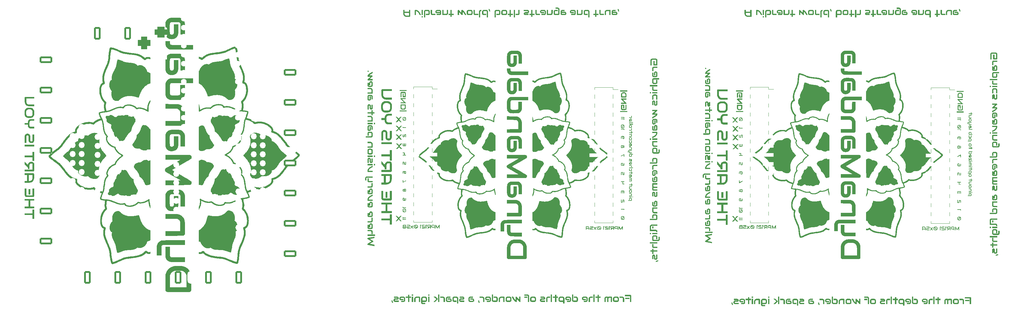
<source format=gbr>
%TF.GenerationSoftware,KiCad,Pcbnew,8.0.4*%
%TF.CreationDate,2025-01-14T19:01:53-06:00*%
%TF.ProjectId,DynaControllersquare,44796e61-436f-46e7-9472-6f6c6c657273,rev?*%
%TF.SameCoordinates,Original*%
%TF.FileFunction,Legend,Bot*%
%TF.FilePolarity,Positive*%
%FSLAX46Y46*%
G04 Gerber Fmt 4.6, Leading zero omitted, Abs format (unit mm)*
G04 Created by KiCad (PCBNEW 8.0.4) date 2025-01-14 19:01:53*
%MOMM*%
%LPD*%
G01*
G04 APERTURE LIST*
G04 Aperture macros list*
%AMRoundRect*
0 Rectangle with rounded corners*
0 $1 Rounding radius*
0 $2 $3 $4 $5 $6 $7 $8 $9 X,Y pos of 4 corners*
0 Add a 4 corners polygon primitive as box body*
4,1,4,$2,$3,$4,$5,$6,$7,$8,$9,$2,$3,0*
0 Add four circle primitives for the rounded corners*
1,1,$1+$1,$2,$3*
1,1,$1+$1,$4,$5*
1,1,$1+$1,$6,$7*
1,1,$1+$1,$8,$9*
0 Add four rect primitives between the rounded corners*
20,1,$1+$1,$2,$3,$4,$5,0*
20,1,$1+$1,$4,$5,$6,$7,0*
20,1,$1+$1,$6,$7,$8,$9,0*
20,1,$1+$1,$8,$9,$2,$3,0*%
G04 Aperture macros list end*
%ADD10C,0.100000*%
%ADD11C,0.000000*%
%ADD12C,0.300000*%
%ADD13C,0.150000*%
%ADD14C,0.120000*%
%ADD15R,3.150000X1.000000*%
%ADD16O,1.700000X1.700000*%
%ADD17R,1.700000X1.700000*%
%ADD18O,3.600000X1.800000*%
%ADD19RoundRect,0.250000X-1.550000X0.650000X-1.550000X-0.650000X1.550000X-0.650000X1.550000X0.650000X0*%
%ADD20O,1.800000X3.600000*%
%ADD21RoundRect,0.250000X-0.650000X-1.550000X0.650000X-1.550000X0.650000X1.550000X-0.650000X1.550000X0*%
%ADD22RoundRect,0.250000X1.550000X-0.650000X1.550000X0.650000X-1.550000X0.650000X-1.550000X-0.650000X0*%
%ADD23C,1.600000*%
%ADD24C,6.000000*%
%ADD25RoundRect,0.250000X0.650000X1.550000X-0.650000X1.550000X-0.650000X-1.550000X0.650000X-1.550000X0*%
%ADD26RoundRect,0.875000X-0.875000X0.875000X-0.875000X-0.875000X0.875000X-0.875000X0.875000X0.875000X0*%
%ADD27RoundRect,0.750000X-1.000000X0.750000X-1.000000X-0.750000X1.000000X-0.750000X1.000000X0.750000X0*%
%ADD28R,3.500000X3.500000*%
G04 APERTURE END LIST*
D10*
G36*
X323490837Y-107277278D02*
G01*
X323441841Y-107280987D01*
X323407794Y-107289002D01*
X323361575Y-107308700D01*
X323343314Y-107320020D01*
X323306220Y-107352306D01*
X323295931Y-107364717D01*
X323268855Y-107407606D01*
X323263935Y-107417962D01*
X323247848Y-107465058D01*
X323245861Y-107473893D01*
X323240051Y-107522596D01*
X323240000Y-107527383D01*
X323240000Y-107849539D01*
X323418541Y-107849539D01*
X323418541Y-107527383D01*
X323431756Y-107479901D01*
X323437103Y-107473893D01*
X323484388Y-107456220D01*
X323490837Y-107456064D01*
X323731172Y-107456064D01*
X323778762Y-107468157D01*
X323786127Y-107474382D01*
X323803800Y-107520982D01*
X323803956Y-107527383D01*
X323803956Y-107848318D01*
X323791863Y-107895685D01*
X323785638Y-107903272D01*
X323739038Y-107921430D01*
X323732637Y-107921591D01*
X323007725Y-107921591D01*
X323007725Y-108100376D01*
X323732637Y-108100376D01*
X323783806Y-108096243D01*
X323814947Y-108088653D01*
X323860946Y-108068838D01*
X323879183Y-108057390D01*
X323916277Y-108024783D01*
X323926566Y-108012449D01*
X323953642Y-107969559D01*
X323958562Y-107959204D01*
X323974713Y-107911696D01*
X323976636Y-107902784D01*
X323982446Y-107854199D01*
X323982498Y-107849539D01*
X323982498Y-107527383D01*
X323978365Y-107476213D01*
X323970774Y-107445073D01*
X323951296Y-107399074D01*
X323940000Y-107380837D01*
X323907622Y-107343743D01*
X323895303Y-107333454D01*
X323854123Y-107307163D01*
X323842058Y-107301458D01*
X323794898Y-107285133D01*
X323786127Y-107283140D01*
X323737424Y-107277329D01*
X323732637Y-107277278D01*
X323490837Y-107277278D01*
G37*
G36*
X324135150Y-106948527D02*
G01*
X324135150Y-107127313D01*
X324296594Y-107127313D01*
X324296594Y-106948527D01*
X324135150Y-106948527D01*
G37*
G36*
X323240000Y-106948527D02*
G01*
X323240000Y-107127313D01*
X323982498Y-107127313D01*
X323982498Y-106948527D01*
X323240000Y-106948527D01*
G37*
G36*
X323240000Y-105956168D02*
G01*
X323240000Y-106134954D01*
X323652281Y-106134954D01*
X323700687Y-106141686D01*
X323715052Y-106146922D01*
X323756300Y-106173378D01*
X323762679Y-106179651D01*
X323790435Y-106221164D01*
X323793210Y-106228011D01*
X323803578Y-106276159D01*
X323803956Y-106288094D01*
X323803956Y-106600725D01*
X323240000Y-106600725D01*
X323240000Y-106779267D01*
X323894082Y-106779267D01*
X323928520Y-106772428D01*
X323956852Y-106753133D01*
X323975659Y-106724312D01*
X323982498Y-106689141D01*
X323982498Y-106286629D01*
X323978586Y-106236285D01*
X323974926Y-106215554D01*
X323960992Y-106166823D01*
X323950502Y-106141549D01*
X323926116Y-106096879D01*
X323908004Y-106071451D01*
X323873589Y-106034471D01*
X323845478Y-106012344D01*
X323800629Y-105986619D01*
X323760725Y-105971311D01*
X323712933Y-105960442D01*
X323663486Y-105956301D01*
X323652281Y-105956168D01*
X323240000Y-105956168D01*
G37*
G36*
X323764246Y-104999488D02*
G01*
X323814214Y-105010704D01*
X323853981Y-105026840D01*
X323895547Y-105053691D01*
X323929924Y-105087885D01*
X323957829Y-105131360D01*
X323964936Y-105146897D01*
X323978426Y-105195731D01*
X323982498Y-105248108D01*
X323982498Y-105570265D01*
X323980321Y-105601557D01*
X323969309Y-105651353D01*
X323953470Y-105691120D01*
X323926566Y-105732686D01*
X323892250Y-105767002D01*
X323848897Y-105795212D01*
X323833501Y-105802460D01*
X323784934Y-105816217D01*
X323732637Y-105820369D01*
X323490837Y-105820369D01*
X323469685Y-105819755D01*
X323419602Y-105812410D01*
X323373600Y-105795212D01*
X323332814Y-105768944D01*
X323295931Y-105732686D01*
X323273037Y-105698726D01*
X323252944Y-105651353D01*
X323245056Y-105619342D01*
X323240000Y-105570265D01*
X323240000Y-105248108D01*
X323418541Y-105248108D01*
X323418541Y-105568799D01*
X323418831Y-105577504D01*
X323437103Y-105623265D01*
X323443310Y-105628543D01*
X323490837Y-105641584D01*
X323732637Y-105641584D01*
X323739038Y-105641423D01*
X323785638Y-105623265D01*
X323790915Y-105617041D01*
X323803956Y-105568799D01*
X323803956Y-105248108D01*
X323803800Y-105241662D01*
X323786127Y-105194619D01*
X323778762Y-105188311D01*
X323731172Y-105176057D01*
X323490837Y-105176057D01*
X323484388Y-105176213D01*
X323437103Y-105193886D01*
X323431756Y-105199911D01*
X323418541Y-105248108D01*
X323240000Y-105248108D01*
X323240051Y-105243318D01*
X323245861Y-105194131D01*
X323247848Y-105185224D01*
X323263935Y-105137955D01*
X323268855Y-105127599D01*
X323295931Y-105084710D01*
X323306220Y-105072299D01*
X323343314Y-105040013D01*
X323361575Y-105028693D01*
X323407794Y-105008995D01*
X323441841Y-105000980D01*
X323490837Y-104997271D01*
X323732637Y-104997271D01*
X323764246Y-104999488D01*
G37*
G36*
X323329881Y-104038618D02*
G01*
X323294221Y-104045701D01*
X323265645Y-104064508D01*
X323246838Y-104092595D01*
X323240000Y-104127278D01*
X323240000Y-104531256D01*
X323243911Y-104581051D01*
X323247571Y-104601842D01*
X323261506Y-104650468D01*
X323271995Y-104675603D01*
X323296496Y-104720139D01*
X323314494Y-104745945D01*
X323349026Y-104783247D01*
X323377020Y-104805296D01*
X323421988Y-104830781D01*
X323461772Y-104846329D01*
X323509618Y-104857373D01*
X323559212Y-104861581D01*
X323570460Y-104861716D01*
X323982498Y-104861716D01*
X323982498Y-104683175D01*
X323570460Y-104683175D01*
X323521825Y-104676443D01*
X323507445Y-104671207D01*
X323466262Y-104644687D01*
X323459818Y-104638478D01*
X323431875Y-104596911D01*
X323429043Y-104590118D01*
X323418910Y-104541809D01*
X323418541Y-104529790D01*
X323418541Y-104217404D01*
X323982498Y-104217404D01*
X323982498Y-104038618D01*
X323329881Y-104038618D01*
G37*
G36*
X323803956Y-103201353D02*
G01*
X323803956Y-103513251D01*
X323240000Y-103513251D01*
X323240000Y-103693991D01*
X323803956Y-103693991D01*
X323803956Y-103926022D01*
X323982498Y-103926022D01*
X323982498Y-103693991D01*
X324225031Y-103693991D01*
X324225031Y-103513251D01*
X323982498Y-103513251D01*
X323982498Y-103201353D01*
X323803956Y-103201353D01*
G37*
G36*
X323764246Y-101838009D02*
G01*
X323814214Y-101849225D01*
X323853981Y-101865361D01*
X323895547Y-101892212D01*
X323929924Y-101926406D01*
X323957829Y-101969881D01*
X323964936Y-101985418D01*
X323978426Y-102034251D01*
X323982498Y-102086629D01*
X323982498Y-102408785D01*
X323980321Y-102440078D01*
X323969309Y-102489874D01*
X323953470Y-102529641D01*
X323926566Y-102571207D01*
X323892250Y-102605523D01*
X323848897Y-102633733D01*
X323833501Y-102640980D01*
X323784934Y-102654738D01*
X323732637Y-102658890D01*
X323490837Y-102658890D01*
X323469685Y-102658276D01*
X323419602Y-102650930D01*
X323373600Y-102633733D01*
X323332814Y-102607465D01*
X323295931Y-102571207D01*
X323273037Y-102537247D01*
X323252944Y-102489874D01*
X323245056Y-102457863D01*
X323240000Y-102408785D01*
X323240000Y-102086629D01*
X323418541Y-102086629D01*
X323418541Y-102407320D01*
X323418831Y-102416025D01*
X323437103Y-102461786D01*
X323443310Y-102467063D01*
X323490837Y-102480104D01*
X323732637Y-102480104D01*
X323739038Y-102479943D01*
X323785638Y-102461786D01*
X323790915Y-102455562D01*
X323803956Y-102407320D01*
X323803956Y-102086629D01*
X323803800Y-102080183D01*
X323786127Y-102033140D01*
X323778762Y-102026831D01*
X323731172Y-102014577D01*
X323490837Y-102014577D01*
X323484388Y-102014734D01*
X323437103Y-102032407D01*
X323431756Y-102038432D01*
X323418541Y-102086629D01*
X323240000Y-102086629D01*
X323240051Y-102081838D01*
X323245861Y-102032651D01*
X323247848Y-102023745D01*
X323263935Y-101976475D01*
X323268855Y-101966120D01*
X323295931Y-101923230D01*
X323306220Y-101910820D01*
X323343314Y-101878534D01*
X323361575Y-101867214D01*
X323407794Y-101847515D01*
X323441841Y-101839501D01*
X323490837Y-101835792D01*
X323732637Y-101835792D01*
X323764246Y-101838009D01*
G37*
G36*
X323490837Y-100870300D02*
G01*
X323441841Y-100874009D01*
X323407794Y-100882023D01*
X323361575Y-100901722D01*
X323343314Y-100913042D01*
X323306220Y-100945328D01*
X323295931Y-100957739D01*
X323268855Y-101000628D01*
X323263935Y-101010983D01*
X323247848Y-101058079D01*
X323245861Y-101066915D01*
X323240051Y-101115618D01*
X323240000Y-101120404D01*
X323240000Y-101442561D01*
X323418541Y-101442561D01*
X323418541Y-101120404D01*
X323431756Y-101072922D01*
X323437103Y-101066915D01*
X323484388Y-101049242D01*
X323490837Y-101049085D01*
X323731172Y-101049085D01*
X323778762Y-101061178D01*
X323786127Y-101067404D01*
X323803800Y-101114004D01*
X323803956Y-101120404D01*
X323803956Y-101441339D01*
X323791863Y-101488706D01*
X323785638Y-101496294D01*
X323739038Y-101514451D01*
X323732637Y-101514612D01*
X323007725Y-101514612D01*
X323007725Y-101693398D01*
X323732637Y-101693398D01*
X323783806Y-101689265D01*
X323814947Y-101681674D01*
X323860946Y-101661860D01*
X323879183Y-101650411D01*
X323916277Y-101617805D01*
X323926566Y-101605471D01*
X323953642Y-101562581D01*
X323958562Y-101552226D01*
X323974713Y-101504718D01*
X323976636Y-101495806D01*
X323982446Y-101447220D01*
X323982498Y-101442561D01*
X323982498Y-101120404D01*
X323978365Y-101069235D01*
X323970774Y-101038094D01*
X323951296Y-100992096D01*
X323940000Y-100973859D01*
X323907622Y-100936764D01*
X323895303Y-100926475D01*
X323854123Y-100900185D01*
X323842058Y-100894480D01*
X323794898Y-100878154D01*
X323786127Y-100876161D01*
X323737424Y-100870351D01*
X323732637Y-100870300D01*
X323490837Y-100870300D01*
G37*
G36*
X323803956Y-100050621D02*
G01*
X323803956Y-100362519D01*
X323240000Y-100362519D01*
X323240000Y-100543258D01*
X323803956Y-100543258D01*
X323803956Y-100775289D01*
X323982498Y-100775289D01*
X323982498Y-100543258D01*
X324225031Y-100543258D01*
X324225031Y-100362519D01*
X323982498Y-100362519D01*
X323982498Y-100050621D01*
X323803956Y-100050621D01*
G37*
G36*
X324135150Y-99756064D02*
G01*
X324135150Y-99934849D01*
X324296594Y-99934849D01*
X324296594Y-99756064D01*
X324135150Y-99756064D01*
G37*
G36*
X323240000Y-99756064D02*
G01*
X323240000Y-99934849D01*
X323982498Y-99934849D01*
X323982498Y-99756064D01*
X323240000Y-99756064D01*
G37*
G36*
X323240000Y-98923928D02*
G01*
X323240000Y-99102470D01*
X323732637Y-99102470D01*
X323780856Y-99116682D01*
X323785638Y-99121032D01*
X323803670Y-99167167D01*
X323803956Y-99175987D01*
X323803956Y-99408262D01*
X323240000Y-99408262D01*
X323240000Y-99586803D01*
X323894082Y-99586803D01*
X323928520Y-99579965D01*
X323956852Y-99560669D01*
X323975659Y-99531849D01*
X323982498Y-99496678D01*
X323982498Y-99174521D01*
X323976818Y-99123481D01*
X323969309Y-99094898D01*
X323949722Y-99048324D01*
X323927543Y-99013810D01*
X323982498Y-99013810D01*
X323982498Y-98772009D01*
X323977346Y-98722021D01*
X323976636Y-98718520D01*
X323962288Y-98671296D01*
X323958562Y-98662588D01*
X323933644Y-98618955D01*
X323926566Y-98609344D01*
X323890967Y-98573381D01*
X323879183Y-98564647D01*
X323834742Y-98540822D01*
X323814947Y-98533628D01*
X323765736Y-98523553D01*
X323732637Y-98521905D01*
X323240000Y-98521905D01*
X323240000Y-98700690D01*
X323732637Y-98700690D01*
X323780856Y-98714154D01*
X323785638Y-98718276D01*
X323803795Y-98765353D01*
X323803956Y-98772009D01*
X323803956Y-98932721D01*
X323753782Y-98924624D01*
X323732637Y-98923928D01*
X323240000Y-98923928D01*
G37*
G36*
X324135150Y-98183140D02*
G01*
X324135150Y-98361926D01*
X324296594Y-98361926D01*
X324296594Y-98183140D01*
X324135150Y-98183140D01*
G37*
G36*
X323240000Y-98183140D02*
G01*
X323240000Y-98361926D01*
X323982498Y-98361926D01*
X323982498Y-98183140D01*
X323240000Y-98183140D01*
G37*
G36*
X323927543Y-97310460D02*
G01*
X323877641Y-97304293D01*
X323876008Y-97304598D01*
X323832035Y-97327143D01*
X323830823Y-97328290D01*
X323418541Y-97741060D01*
X323418541Y-97311681D01*
X323240000Y-97311681D01*
X323240000Y-97956238D01*
X323253523Y-98003236D01*
X323255387Y-98006064D01*
X323293466Y-98038583D01*
X323294954Y-98039281D01*
X323345086Y-98044715D01*
X323346734Y-98044410D01*
X323390640Y-98021698D01*
X323393140Y-98019253D01*
X323803956Y-97608436D01*
X323803956Y-98037815D01*
X323982498Y-98037815D01*
X323982498Y-97392281D01*
X323968974Y-97344582D01*
X323968087Y-97343189D01*
X323929165Y-97311113D01*
X323927543Y-97310460D01*
G37*
G36*
X323736545Y-96376720D02*
G01*
X323685510Y-96382400D01*
X323656678Y-96389909D01*
X323610250Y-96409650D01*
X323576810Y-96432163D01*
X323541262Y-96468145D01*
X323515505Y-96508367D01*
X323497799Y-96556838D01*
X323491222Y-96606140D01*
X323490837Y-96622672D01*
X323490837Y-96944829D01*
X323660341Y-96944829D01*
X323660341Y-96622672D01*
X323675014Y-96574499D01*
X323682568Y-96566496D01*
X323727963Y-96546957D01*
X323738011Y-96546468D01*
X323785005Y-96561141D01*
X323792965Y-96568695D01*
X323812680Y-96614883D01*
X323812993Y-96622672D01*
X323812993Y-96944829D01*
X323798159Y-96993163D01*
X323790523Y-97001249D01*
X323745366Y-97020549D01*
X323735324Y-97021032D01*
X323485952Y-97021032D01*
X323438325Y-97006360D01*
X323430265Y-96998806D01*
X323410964Y-96953411D01*
X323410481Y-96943363D01*
X323410481Y-96622672D01*
X323240000Y-96622672D01*
X323240000Y-96944829D01*
X323245056Y-96993524D01*
X323252944Y-97024940D01*
X323272805Y-97071171D01*
X323295198Y-97104563D01*
X323331302Y-97140181D01*
X323371402Y-97166113D01*
X323420049Y-97183819D01*
X323469416Y-97190396D01*
X323485952Y-97190781D01*
X323736545Y-97190781D01*
X323785241Y-97185724D01*
X323816657Y-97177836D01*
X323863008Y-97157975D01*
X323896280Y-97135582D01*
X323932019Y-97099409D01*
X323957829Y-97059134D01*
X323975536Y-97010541D01*
X323982112Y-96961307D01*
X323982498Y-96944829D01*
X323982498Y-96622672D01*
X323977346Y-96573976D01*
X323969309Y-96542561D01*
X323949568Y-96496210D01*
X323927055Y-96462937D01*
X323891072Y-96427198D01*
X323850851Y-96401388D01*
X323802379Y-96383682D01*
X323753077Y-96377105D01*
X323736545Y-96376720D01*
G37*
G36*
X323490837Y-95446399D02*
G01*
X323441841Y-95450108D01*
X323407794Y-95458122D01*
X323361575Y-95477821D01*
X323343314Y-95489141D01*
X323306220Y-95521290D01*
X323295931Y-95533593D01*
X323268855Y-95576483D01*
X323263935Y-95586838D01*
X323247848Y-95634346D01*
X323245861Y-95643258D01*
X323240051Y-95692445D01*
X323240000Y-95697236D01*
X323240000Y-96019392D01*
X323244133Y-96070561D01*
X323251723Y-96101702D01*
X323271537Y-96147701D01*
X323282986Y-96165938D01*
X323315593Y-96203170D01*
X323327927Y-96213565D01*
X323370816Y-96240641D01*
X323381172Y-96245561D01*
X323428506Y-96261648D01*
X323437348Y-96263635D01*
X323486134Y-96269446D01*
X323490837Y-96269497D01*
X323732637Y-96269497D01*
X323784934Y-96265345D01*
X323833501Y-96251587D01*
X323848897Y-96244340D01*
X323892250Y-96216130D01*
X323926566Y-96181814D01*
X323953470Y-96140248D01*
X323969309Y-96100481D01*
X323980321Y-96050685D01*
X323982498Y-96019392D01*
X323982498Y-95697236D01*
X323803956Y-95697236D01*
X323803956Y-96017927D01*
X323790915Y-96065931D01*
X323785638Y-96072149D01*
X323739038Y-96090548D01*
X323732637Y-96090711D01*
X323492058Y-96090711D01*
X323443340Y-96077844D01*
X323437103Y-96072637D01*
X323418704Y-96025795D01*
X323418541Y-96019392D01*
X323418541Y-95697236D01*
X323431756Y-95649039D01*
X323437103Y-95643014D01*
X323484388Y-95625099D01*
X323490837Y-95624940D01*
X324296594Y-95624940D01*
X324296594Y-95446399D01*
X323490837Y-95446399D01*
G37*
G36*
X323803956Y-94162414D02*
G01*
X323803956Y-94474312D01*
X323240000Y-94474312D01*
X323240000Y-94655052D01*
X323803956Y-94655052D01*
X323803956Y-94887083D01*
X323982498Y-94887083D01*
X323982498Y-94655052D01*
X324225031Y-94655052D01*
X324225031Y-94474312D01*
X323982498Y-94474312D01*
X323982498Y-94162414D01*
X323803956Y-94162414D01*
G37*
G36*
X323764246Y-93246522D02*
G01*
X323814214Y-93257739D01*
X323853981Y-93273874D01*
X323895547Y-93300725D01*
X323929924Y-93334919D01*
X323957829Y-93378394D01*
X323964936Y-93393932D01*
X323978426Y-93442765D01*
X323982498Y-93495143D01*
X323982498Y-93817299D01*
X323980321Y-93848592D01*
X323969309Y-93898387D01*
X323953470Y-93938154D01*
X323926566Y-93979720D01*
X323892250Y-94014036D01*
X323848897Y-94042247D01*
X323833501Y-94049494D01*
X323784934Y-94063252D01*
X323732637Y-94067404D01*
X323490837Y-94067404D01*
X323469685Y-94066789D01*
X323419602Y-94059444D01*
X323373600Y-94042247D01*
X323332814Y-94015979D01*
X323295931Y-93979720D01*
X323273037Y-93945760D01*
X323252944Y-93898387D01*
X323245056Y-93866376D01*
X323240000Y-93817299D01*
X323240000Y-93495143D01*
X323418541Y-93495143D01*
X323418541Y-93815833D01*
X323418831Y-93824538D01*
X323437103Y-93870300D01*
X323443310Y-93875577D01*
X323490837Y-93888618D01*
X323732637Y-93888618D01*
X323739038Y-93888457D01*
X323785638Y-93870300D01*
X323790915Y-93864075D01*
X323803956Y-93815833D01*
X323803956Y-93495143D01*
X323803800Y-93488696D01*
X323786127Y-93441653D01*
X323778762Y-93435345D01*
X323731172Y-93423091D01*
X323490837Y-93423091D01*
X323484388Y-93423248D01*
X323437103Y-93440921D01*
X323431756Y-93446946D01*
X323418541Y-93495143D01*
X323240000Y-93495143D01*
X323240051Y-93490352D01*
X323245861Y-93441165D01*
X323247848Y-93432259D01*
X323263935Y-93384989D01*
X323268855Y-93374634D01*
X323295931Y-93331744D01*
X323306220Y-93319334D01*
X323343314Y-93287048D01*
X323361575Y-93275728D01*
X323407794Y-93256029D01*
X323441841Y-93248015D01*
X323490837Y-93244305D01*
X323732637Y-93244305D01*
X323764246Y-93246522D01*
G37*
G36*
X323490837Y-91823545D02*
G01*
X323441841Y-91827254D01*
X323407794Y-91835268D01*
X323361575Y-91854967D01*
X323343314Y-91866287D01*
X323306220Y-91898573D01*
X323295931Y-91910983D01*
X323268855Y-91953873D01*
X323263935Y-91964228D01*
X323247848Y-92011324D01*
X323245861Y-92020160D01*
X323240051Y-92068863D01*
X323240000Y-92073649D01*
X323240000Y-92395806D01*
X323418541Y-92395806D01*
X323418541Y-92073649D01*
X323431756Y-92026167D01*
X323437103Y-92020160D01*
X323484388Y-92002487D01*
X323490837Y-92002330D01*
X323731172Y-92002330D01*
X323778762Y-92014423D01*
X323786127Y-92020648D01*
X323803800Y-92067249D01*
X323803956Y-92073649D01*
X323803956Y-92394584D01*
X323791863Y-92441951D01*
X323785638Y-92449539D01*
X323739038Y-92467696D01*
X323732637Y-92467857D01*
X323007725Y-92467857D01*
X323007725Y-92646643D01*
X323732637Y-92646643D01*
X323783806Y-92642510D01*
X323814947Y-92634919D01*
X323860946Y-92615105D01*
X323879183Y-92603656D01*
X323916277Y-92571050D01*
X323926566Y-92558715D01*
X323953642Y-92515826D01*
X323958562Y-92505471D01*
X323974713Y-92457963D01*
X323976636Y-92449050D01*
X323982446Y-92400465D01*
X323982498Y-92395806D01*
X323982498Y-92073649D01*
X323978365Y-92022480D01*
X323970774Y-91991339D01*
X323951296Y-91945341D01*
X323940000Y-91927103D01*
X323907622Y-91890009D01*
X323895303Y-91879720D01*
X323854123Y-91853430D01*
X323842058Y-91847725D01*
X323794898Y-91831399D01*
X323786127Y-91829406D01*
X323737424Y-91823596D01*
X323732637Y-91823545D01*
X323490837Y-91823545D01*
G37*
G36*
X323240000Y-90956971D02*
G01*
X323240000Y-91441304D01*
X323245056Y-91490382D01*
X323252944Y-91522393D01*
X323273037Y-91569766D01*
X323295931Y-91603726D01*
X323332814Y-91639984D01*
X323373600Y-91666252D01*
X323419602Y-91683449D01*
X323469685Y-91690795D01*
X323490837Y-91691409D01*
X323732637Y-91691409D01*
X323782626Y-91686257D01*
X323786127Y-91685547D01*
X323833351Y-91671135D01*
X323842058Y-91667473D01*
X323885692Y-91642556D01*
X323895303Y-91635478D01*
X323931266Y-91599795D01*
X323940000Y-91588094D01*
X323963699Y-91543653D01*
X323970774Y-91523859D01*
X323980849Y-91474438D01*
X323982498Y-91441304D01*
X323982498Y-90956971D01*
X323803956Y-90956971D01*
X323803956Y-91441304D01*
X323790305Y-91489710D01*
X323786127Y-91494549D01*
X323740152Y-91512341D01*
X323731172Y-91512623D01*
X323490837Y-91512623D01*
X323443310Y-91499582D01*
X323437103Y-91494305D01*
X323418831Y-91448544D01*
X323418541Y-91439839D01*
X323418541Y-90956971D01*
X323240000Y-90956971D01*
G37*
G36*
X323490837Y-89994654D02*
G01*
X323440634Y-89999806D01*
X323437103Y-90000516D01*
X323389879Y-90015102D01*
X323381172Y-90018834D01*
X323337538Y-90043677D01*
X323327927Y-90050830D01*
X323291815Y-90086429D01*
X323282986Y-90098213D01*
X323258936Y-90142655D01*
X323251723Y-90162449D01*
X323241648Y-90211660D01*
X323240000Y-90244759D01*
X323240000Y-90566915D01*
X323245151Y-90617118D01*
X323245861Y-90620648D01*
X323260274Y-90667873D01*
X323263935Y-90676580D01*
X323288853Y-90720214D01*
X323295931Y-90729825D01*
X323331530Y-90765937D01*
X323343314Y-90774766D01*
X323387882Y-90798816D01*
X323407794Y-90806029D01*
X323457521Y-90816104D01*
X323490837Y-90817752D01*
X324296594Y-90817752D01*
X324296594Y-90638967D01*
X323490837Y-90638967D01*
X323443232Y-90623259D01*
X323438080Y-90618450D01*
X323418713Y-90572639D01*
X323418541Y-90566915D01*
X323418541Y-90244759D01*
X323433688Y-90197181D01*
X323438325Y-90192247D01*
X323484856Y-90173605D01*
X323490837Y-90173440D01*
X323732637Y-90173440D01*
X323779975Y-90188774D01*
X323784905Y-90193468D01*
X323803789Y-90238954D01*
X323803956Y-90244759D01*
X323803956Y-90566915D01*
X323982498Y-90566915D01*
X323982498Y-90244759D01*
X323977346Y-90194770D01*
X323976636Y-90191270D01*
X323962288Y-90143981D01*
X323958562Y-90135338D01*
X323933644Y-90091704D01*
X323926566Y-90082093D01*
X323890967Y-90046047D01*
X323879183Y-90037397D01*
X323834742Y-90013571D01*
X323814947Y-90006378D01*
X323765736Y-89996303D01*
X323732637Y-89994654D01*
X323490837Y-89994654D01*
G37*
G36*
X323240000Y-89065799D02*
G01*
X323240000Y-89145422D01*
X323245056Y-89195663D01*
X323252944Y-89227732D01*
X323273037Y-89274864D01*
X323295931Y-89309064D01*
X323332814Y-89345444D01*
X323373600Y-89371591D01*
X323419602Y-89388454D01*
X323469685Y-89395657D01*
X323490837Y-89396259D01*
X324296594Y-89396259D01*
X324296594Y-89217473D01*
X323490837Y-89217473D01*
X323443232Y-89201765D01*
X323438080Y-89196957D01*
X323418713Y-89151145D01*
X323418541Y-89145422D01*
X323418541Y-89065799D01*
X323240000Y-89065799D01*
G37*
G36*
X323485952Y-88186769D02*
G01*
X323437256Y-88191921D01*
X323405840Y-88199958D01*
X323359490Y-88219698D01*
X323326217Y-88242212D01*
X323290600Y-88278194D01*
X323264668Y-88318415D01*
X323246962Y-88366887D01*
X323240385Y-88416189D01*
X323240000Y-88432721D01*
X323240000Y-88754877D01*
X323245056Y-88803573D01*
X323252944Y-88834989D01*
X323272805Y-88881220D01*
X323295198Y-88914612D01*
X323331302Y-88950230D01*
X323371402Y-88976161D01*
X323420049Y-88993868D01*
X323469416Y-89000444D01*
X323485952Y-89000830D01*
X323534743Y-88995773D01*
X323566308Y-88987885D01*
X323612856Y-88968024D01*
X323646175Y-88945631D01*
X323681914Y-88909527D01*
X323707725Y-88869427D01*
X323725606Y-88820780D01*
X323732248Y-88771413D01*
X323732637Y-88754877D01*
X323732637Y-88432721D01*
X323562156Y-88432721D01*
X323562156Y-88754877D01*
X323547322Y-88803212D01*
X323539685Y-88811297D01*
X323494528Y-88830598D01*
X323484487Y-88831081D01*
X323437889Y-88815925D01*
X323430020Y-88808122D01*
X323410958Y-88763120D01*
X323410481Y-88753412D01*
X323410481Y-88432721D01*
X323424992Y-88384548D01*
X323432463Y-88376545D01*
X323477382Y-88357006D01*
X323487418Y-88356517D01*
X323736545Y-88356517D01*
X323784024Y-88370868D01*
X323792233Y-88378255D01*
X323812669Y-88424657D01*
X323812993Y-88432721D01*
X323812993Y-88824975D01*
X323982498Y-88824975D01*
X323982498Y-88432721D01*
X323977346Y-88384121D01*
X323969309Y-88352854D01*
X323949568Y-88306503D01*
X323927055Y-88273230D01*
X323891072Y-88237491D01*
X323850851Y-88211681D01*
X323802379Y-88193800D01*
X323753077Y-88187158D01*
X323736545Y-88186769D01*
X323485952Y-88186769D01*
G37*
G36*
X323168436Y-87220055D02*
G01*
X323119716Y-87223765D01*
X323085882Y-87231779D01*
X323039443Y-87251478D01*
X323021158Y-87262798D01*
X322984064Y-87295084D01*
X322973775Y-87307494D01*
X322946860Y-87350384D01*
X322942023Y-87360739D01*
X322925698Y-87407835D01*
X322923705Y-87416671D01*
X322917895Y-87465374D01*
X322917843Y-87470160D01*
X322917843Y-87792316D01*
X323096385Y-87792316D01*
X323096385Y-87470160D01*
X323109600Y-87422678D01*
X323114947Y-87416671D01*
X323162031Y-87398998D01*
X323168436Y-87398841D01*
X323982498Y-87398841D01*
X323982498Y-87220055D01*
X323168436Y-87220055D01*
G37*
G36*
X323240000Y-87470160D02*
G01*
X323240000Y-87792316D01*
X323245056Y-87842558D01*
X323252944Y-87874626D01*
X323273037Y-87921758D01*
X323295931Y-87955959D01*
X323332814Y-87992339D01*
X323373600Y-88018485D01*
X323419602Y-88035348D01*
X323469685Y-88042551D01*
X323490837Y-88043154D01*
X323982498Y-88043154D01*
X323982498Y-87864368D01*
X323490837Y-87864368D01*
X323443310Y-87851327D01*
X323437103Y-87846050D01*
X323418831Y-87799915D01*
X323418541Y-87791095D01*
X323418541Y-87470160D01*
X323240000Y-87470160D01*
G37*
G36*
X323764246Y-86249453D02*
G01*
X323814214Y-86260669D01*
X323853981Y-86276805D01*
X323895547Y-86303656D01*
X323929924Y-86337850D01*
X323957829Y-86381325D01*
X323964936Y-86396862D01*
X323978426Y-86445696D01*
X323982498Y-86498073D01*
X323982498Y-86820230D01*
X323980321Y-86851522D01*
X323969309Y-86901318D01*
X323953470Y-86941085D01*
X323926566Y-86982651D01*
X323892250Y-87016967D01*
X323848897Y-87045177D01*
X323833501Y-87052425D01*
X323784934Y-87066183D01*
X323732637Y-87070334D01*
X323490837Y-87070334D01*
X323469685Y-87069720D01*
X323419602Y-87062375D01*
X323373600Y-87045177D01*
X323332814Y-87018909D01*
X323295931Y-86982651D01*
X323273037Y-86948691D01*
X323252944Y-86901318D01*
X323245056Y-86869307D01*
X323240000Y-86820230D01*
X323240000Y-86498073D01*
X323418541Y-86498073D01*
X323418541Y-86818764D01*
X323418831Y-86827469D01*
X323437103Y-86873230D01*
X323443310Y-86878508D01*
X323490837Y-86891549D01*
X323732637Y-86891549D01*
X323739038Y-86891388D01*
X323785638Y-86873230D01*
X323790915Y-86867006D01*
X323803956Y-86818764D01*
X323803956Y-86498073D01*
X323803800Y-86491627D01*
X323786127Y-86444584D01*
X323778762Y-86438276D01*
X323731172Y-86426022D01*
X323490837Y-86426022D01*
X323484388Y-86426179D01*
X323437103Y-86443852D01*
X323431756Y-86449877D01*
X323418541Y-86498073D01*
X323240000Y-86498073D01*
X323240051Y-86493283D01*
X323245861Y-86444096D01*
X323247848Y-86435190D01*
X323263935Y-86387920D01*
X323268855Y-86377564D01*
X323295931Y-86334675D01*
X323306220Y-86322264D01*
X323343314Y-86289979D01*
X323361575Y-86278658D01*
X323407794Y-86258960D01*
X323441841Y-86250946D01*
X323490837Y-86247236D01*
X323732637Y-86247236D01*
X323764246Y-86249453D01*
G37*
G36*
X323329881Y-85288583D02*
G01*
X323294221Y-85295666D01*
X323265645Y-85314473D01*
X323246838Y-85342561D01*
X323240000Y-85377243D01*
X323240000Y-85781221D01*
X323243911Y-85831016D01*
X323247571Y-85851807D01*
X323261506Y-85900433D01*
X323271995Y-85925568D01*
X323296496Y-85970104D01*
X323314494Y-85995910D01*
X323349026Y-86033212D01*
X323377020Y-86055261D01*
X323421988Y-86080746D01*
X323461772Y-86096294D01*
X323509618Y-86107339D01*
X323559212Y-86111546D01*
X323570460Y-86111681D01*
X323982498Y-86111681D01*
X323982498Y-85933140D01*
X323570460Y-85933140D01*
X323521825Y-85926408D01*
X323507445Y-85921172D01*
X323466262Y-85894652D01*
X323459818Y-85888443D01*
X323431875Y-85846876D01*
X323429043Y-85840083D01*
X323418910Y-85791774D01*
X323418541Y-85779755D01*
X323418541Y-85467369D01*
X323982498Y-85467369D01*
X323982498Y-85288583D01*
X323329881Y-85288583D01*
G37*
G36*
X323803956Y-84451318D02*
G01*
X323803956Y-84763217D01*
X323240000Y-84763217D01*
X323240000Y-84943956D01*
X323803956Y-84943956D01*
X323803956Y-85175987D01*
X323982498Y-85175987D01*
X323982498Y-84943956D01*
X324225031Y-84943956D01*
X324225031Y-84763217D01*
X323982498Y-84763217D01*
X323982498Y-84451318D01*
X323803956Y-84451318D01*
G37*
G36*
X227750837Y-108597278D02*
G01*
X227701841Y-108600987D01*
X227667794Y-108609002D01*
X227621575Y-108628700D01*
X227603314Y-108640020D01*
X227566220Y-108672306D01*
X227555931Y-108684717D01*
X227528855Y-108727606D01*
X227523935Y-108737962D01*
X227507848Y-108785058D01*
X227505861Y-108793893D01*
X227500051Y-108842596D01*
X227500000Y-108847383D01*
X227500000Y-109169539D01*
X227678541Y-109169539D01*
X227678541Y-108847383D01*
X227691756Y-108799901D01*
X227697103Y-108793893D01*
X227744388Y-108776220D01*
X227750837Y-108776064D01*
X227991172Y-108776064D01*
X228038762Y-108788157D01*
X228046127Y-108794382D01*
X228063800Y-108840982D01*
X228063956Y-108847383D01*
X228063956Y-109168318D01*
X228051863Y-109215685D01*
X228045638Y-109223272D01*
X227999038Y-109241430D01*
X227992637Y-109241591D01*
X227267725Y-109241591D01*
X227267725Y-109420376D01*
X227992637Y-109420376D01*
X228043806Y-109416243D01*
X228074947Y-109408653D01*
X228120946Y-109388838D01*
X228139183Y-109377390D01*
X228176277Y-109344783D01*
X228186566Y-109332449D01*
X228213642Y-109289559D01*
X228218562Y-109279204D01*
X228234713Y-109231696D01*
X228236636Y-109222784D01*
X228242446Y-109174199D01*
X228242498Y-109169539D01*
X228242498Y-108847383D01*
X228238365Y-108796213D01*
X228230774Y-108765073D01*
X228211296Y-108719074D01*
X228200000Y-108700837D01*
X228167622Y-108663743D01*
X228155303Y-108653454D01*
X228114123Y-108627163D01*
X228102058Y-108621458D01*
X228054898Y-108605133D01*
X228046127Y-108603140D01*
X227997424Y-108597329D01*
X227992637Y-108597278D01*
X227750837Y-108597278D01*
G37*
G36*
X228395150Y-108268527D02*
G01*
X228395150Y-108447313D01*
X228556594Y-108447313D01*
X228556594Y-108268527D01*
X228395150Y-108268527D01*
G37*
G36*
X227500000Y-108268527D02*
G01*
X227500000Y-108447313D01*
X228242498Y-108447313D01*
X228242498Y-108268527D01*
X227500000Y-108268527D01*
G37*
G36*
X227500000Y-107276168D02*
G01*
X227500000Y-107454954D01*
X227912281Y-107454954D01*
X227960687Y-107461686D01*
X227975052Y-107466922D01*
X228016300Y-107493378D01*
X228022679Y-107499651D01*
X228050435Y-107541164D01*
X228053210Y-107548011D01*
X228063578Y-107596159D01*
X228063956Y-107608094D01*
X228063956Y-107920725D01*
X227500000Y-107920725D01*
X227500000Y-108099267D01*
X228154082Y-108099267D01*
X228188520Y-108092428D01*
X228216852Y-108073133D01*
X228235659Y-108044312D01*
X228242498Y-108009141D01*
X228242498Y-107606629D01*
X228238586Y-107556285D01*
X228234926Y-107535554D01*
X228220992Y-107486823D01*
X228210502Y-107461549D01*
X228186116Y-107416879D01*
X228168004Y-107391451D01*
X228133589Y-107354471D01*
X228105478Y-107332344D01*
X228060629Y-107306619D01*
X228020725Y-107291311D01*
X227972933Y-107280442D01*
X227923486Y-107276301D01*
X227912281Y-107276168D01*
X227500000Y-107276168D01*
G37*
G36*
X228024246Y-106319488D02*
G01*
X228074214Y-106330704D01*
X228113981Y-106346840D01*
X228155547Y-106373691D01*
X228189924Y-106407885D01*
X228217829Y-106451360D01*
X228224936Y-106466897D01*
X228238426Y-106515731D01*
X228242498Y-106568108D01*
X228242498Y-106890265D01*
X228240321Y-106921557D01*
X228229309Y-106971353D01*
X228213470Y-107011120D01*
X228186566Y-107052686D01*
X228152250Y-107087002D01*
X228108897Y-107115212D01*
X228093501Y-107122460D01*
X228044934Y-107136217D01*
X227992637Y-107140369D01*
X227750837Y-107140369D01*
X227729685Y-107139755D01*
X227679602Y-107132410D01*
X227633600Y-107115212D01*
X227592814Y-107088944D01*
X227555931Y-107052686D01*
X227533037Y-107018726D01*
X227512944Y-106971353D01*
X227505056Y-106939342D01*
X227500000Y-106890265D01*
X227500000Y-106568108D01*
X227678541Y-106568108D01*
X227678541Y-106888799D01*
X227678831Y-106897504D01*
X227697103Y-106943265D01*
X227703310Y-106948543D01*
X227750837Y-106961584D01*
X227992637Y-106961584D01*
X227999038Y-106961423D01*
X228045638Y-106943265D01*
X228050915Y-106937041D01*
X228063956Y-106888799D01*
X228063956Y-106568108D01*
X228063800Y-106561662D01*
X228046127Y-106514619D01*
X228038762Y-106508311D01*
X227991172Y-106496057D01*
X227750837Y-106496057D01*
X227744388Y-106496213D01*
X227697103Y-106513886D01*
X227691756Y-106519911D01*
X227678541Y-106568108D01*
X227500000Y-106568108D01*
X227500051Y-106563318D01*
X227505861Y-106514131D01*
X227507848Y-106505224D01*
X227523935Y-106457955D01*
X227528855Y-106447599D01*
X227555931Y-106404710D01*
X227566220Y-106392299D01*
X227603314Y-106360013D01*
X227621575Y-106348693D01*
X227667794Y-106328995D01*
X227701841Y-106320980D01*
X227750837Y-106317271D01*
X227992637Y-106317271D01*
X228024246Y-106319488D01*
G37*
G36*
X227589881Y-105358618D02*
G01*
X227554221Y-105365701D01*
X227525645Y-105384508D01*
X227506838Y-105412595D01*
X227500000Y-105447278D01*
X227500000Y-105851256D01*
X227503911Y-105901051D01*
X227507571Y-105921842D01*
X227521506Y-105970468D01*
X227531995Y-105995603D01*
X227556496Y-106040139D01*
X227574494Y-106065945D01*
X227609026Y-106103247D01*
X227637020Y-106125296D01*
X227681988Y-106150781D01*
X227721772Y-106166329D01*
X227769618Y-106177373D01*
X227819212Y-106181581D01*
X227830460Y-106181716D01*
X228242498Y-106181716D01*
X228242498Y-106003175D01*
X227830460Y-106003175D01*
X227781825Y-105996443D01*
X227767445Y-105991207D01*
X227726262Y-105964687D01*
X227719818Y-105958478D01*
X227691875Y-105916911D01*
X227689043Y-105910118D01*
X227678910Y-105861809D01*
X227678541Y-105849790D01*
X227678541Y-105537404D01*
X228242498Y-105537404D01*
X228242498Y-105358618D01*
X227589881Y-105358618D01*
G37*
G36*
X228063956Y-104521353D02*
G01*
X228063956Y-104833251D01*
X227500000Y-104833251D01*
X227500000Y-105013991D01*
X228063956Y-105013991D01*
X228063956Y-105246022D01*
X228242498Y-105246022D01*
X228242498Y-105013991D01*
X228485031Y-105013991D01*
X228485031Y-104833251D01*
X228242498Y-104833251D01*
X228242498Y-104521353D01*
X228063956Y-104521353D01*
G37*
G36*
X227500000Y-103300872D02*
G01*
X227500000Y-103479413D01*
X227992637Y-103479413D01*
X228040856Y-103493625D01*
X228045638Y-103497976D01*
X228063670Y-103544111D01*
X228063956Y-103552930D01*
X228063956Y-103785205D01*
X227500000Y-103785205D01*
X227500000Y-103963747D01*
X228154082Y-103963747D01*
X228188520Y-103956908D01*
X228216852Y-103937613D01*
X228235659Y-103908792D01*
X228242498Y-103873621D01*
X228242498Y-103551465D01*
X228236818Y-103500424D01*
X228229309Y-103471842D01*
X228209722Y-103425268D01*
X228187543Y-103390753D01*
X228242498Y-103390753D01*
X228242498Y-103148953D01*
X228237346Y-103098964D01*
X228236636Y-103095464D01*
X228222288Y-103048239D01*
X228218562Y-103039532D01*
X228193644Y-102995898D01*
X228186566Y-102986287D01*
X228150967Y-102950324D01*
X228139183Y-102941591D01*
X228094742Y-102917765D01*
X228074947Y-102910572D01*
X228025736Y-102900497D01*
X227992637Y-102898848D01*
X227500000Y-102898848D01*
X227500000Y-103077634D01*
X227992637Y-103077634D01*
X228040856Y-103091098D01*
X228045638Y-103095219D01*
X228063795Y-103142297D01*
X228063956Y-103148953D01*
X228063956Y-103309665D01*
X228013782Y-103301567D01*
X227992637Y-103300872D01*
X227500000Y-103300872D01*
G37*
G36*
X227745952Y-101974877D02*
G01*
X227697256Y-101980029D01*
X227665840Y-101988066D01*
X227619490Y-102007807D01*
X227586217Y-102030321D01*
X227550600Y-102066303D01*
X227524668Y-102106524D01*
X227506962Y-102154996D01*
X227500385Y-102204298D01*
X227500000Y-102220830D01*
X227500000Y-102542986D01*
X227505056Y-102591682D01*
X227512944Y-102623098D01*
X227532805Y-102669328D01*
X227555198Y-102702721D01*
X227591302Y-102738339D01*
X227631402Y-102764270D01*
X227680049Y-102781977D01*
X227729416Y-102788553D01*
X227745952Y-102788939D01*
X227794743Y-102783882D01*
X227826308Y-102775994D01*
X227872856Y-102756133D01*
X227906175Y-102733740D01*
X227941914Y-102697636D01*
X227967725Y-102657536D01*
X227985606Y-102608889D01*
X227992248Y-102559522D01*
X227992637Y-102542986D01*
X227992637Y-102220830D01*
X227822156Y-102220830D01*
X227822156Y-102542986D01*
X227807322Y-102591321D01*
X227799685Y-102599406D01*
X227754528Y-102618707D01*
X227744487Y-102619190D01*
X227697889Y-102604034D01*
X227690020Y-102596231D01*
X227670958Y-102551228D01*
X227670481Y-102541521D01*
X227670481Y-102220830D01*
X227684992Y-102172657D01*
X227692463Y-102164654D01*
X227737382Y-102145115D01*
X227747418Y-102144626D01*
X227996545Y-102144626D01*
X228044024Y-102158976D01*
X228052233Y-102166364D01*
X228072669Y-102212766D01*
X228072993Y-102220830D01*
X228072993Y-102613084D01*
X228242498Y-102613084D01*
X228242498Y-102220830D01*
X228237346Y-102172229D01*
X228229309Y-102140963D01*
X228209568Y-102094612D01*
X228187055Y-102061339D01*
X228151072Y-102025600D01*
X228110851Y-101999790D01*
X228062379Y-101981908D01*
X228013077Y-101975267D01*
X227996545Y-101974877D01*
X227745952Y-101974877D01*
G37*
G36*
X228063956Y-101154710D02*
G01*
X228063956Y-101466608D01*
X227500000Y-101466608D01*
X227500000Y-101647348D01*
X228063956Y-101647348D01*
X228063956Y-101879378D01*
X228242498Y-101879378D01*
X228242498Y-101647348D01*
X228485031Y-101647348D01*
X228485031Y-101466608D01*
X228242498Y-101466608D01*
X228242498Y-101154710D01*
X228063956Y-101154710D01*
G37*
G36*
X227500000Y-100325261D02*
G01*
X227500000Y-100809595D01*
X227505056Y-100858672D01*
X227512944Y-100890683D01*
X227533037Y-100938056D01*
X227555931Y-100972016D01*
X227592814Y-101008274D01*
X227633600Y-101034542D01*
X227679602Y-101051740D01*
X227729685Y-101059085D01*
X227750837Y-101059699D01*
X227992637Y-101059699D01*
X228042626Y-101054547D01*
X228046127Y-101053838D01*
X228093351Y-101039425D01*
X228102058Y-101035764D01*
X228145692Y-101010846D01*
X228155303Y-101003768D01*
X228191266Y-100968085D01*
X228200000Y-100956385D01*
X228223699Y-100911943D01*
X228230774Y-100892149D01*
X228240849Y-100842728D01*
X228242498Y-100809595D01*
X228242498Y-100325261D01*
X228063956Y-100325261D01*
X228063956Y-100809595D01*
X228050305Y-100858001D01*
X228046127Y-100862840D01*
X228000152Y-100880631D01*
X227991172Y-100880914D01*
X227750837Y-100880914D01*
X227703310Y-100867873D01*
X227697103Y-100862595D01*
X227678831Y-100816834D01*
X227678541Y-100808129D01*
X227678541Y-100325261D01*
X227500000Y-100325261D01*
G37*
G36*
X227500000Y-99356106D02*
G01*
X227500000Y-99534647D01*
X227992637Y-99534647D01*
X228040856Y-99548485D01*
X228045638Y-99552721D01*
X228063795Y-99599681D01*
X228063956Y-99606210D01*
X228063956Y-99928367D01*
X228242498Y-99928367D01*
X228242498Y-99606210D01*
X228237346Y-99556222D01*
X228236636Y-99552721D01*
X228222288Y-99505258D01*
X228218562Y-99496545D01*
X228193644Y-99452912D01*
X228186566Y-99443300D01*
X228150967Y-99407487D01*
X228139183Y-99398848D01*
X228094742Y-99375023D01*
X228074947Y-99367829D01*
X228025736Y-99357754D01*
X227992637Y-99356106D01*
X227500000Y-99356106D01*
G37*
G36*
X227500000Y-100000418D02*
G01*
X227500000Y-100179204D01*
X228556594Y-100179204D01*
X228556594Y-100000418D01*
X227500000Y-100000418D01*
G37*
G36*
X227996545Y-98399162D02*
G01*
X227945510Y-98404842D01*
X227916678Y-98412351D01*
X227870250Y-98432092D01*
X227836810Y-98454605D01*
X227801262Y-98490588D01*
X227775505Y-98530809D01*
X227757799Y-98579281D01*
X227751222Y-98628582D01*
X227750837Y-98645115D01*
X227750837Y-98967271D01*
X227920341Y-98967271D01*
X227920341Y-98645115D01*
X227935014Y-98596942D01*
X227942568Y-98588939D01*
X227987963Y-98569400D01*
X227998011Y-98568911D01*
X228045005Y-98583584D01*
X228052965Y-98591137D01*
X228072680Y-98637326D01*
X228072993Y-98645115D01*
X228072993Y-98967271D01*
X228058159Y-99015605D01*
X228050523Y-99023691D01*
X228005366Y-99042992D01*
X227995324Y-99043475D01*
X227745952Y-99043475D01*
X227698325Y-99028802D01*
X227690265Y-99021249D01*
X227670964Y-98975853D01*
X227670481Y-98965806D01*
X227670481Y-98645115D01*
X227500000Y-98645115D01*
X227500000Y-98967271D01*
X227505056Y-99015967D01*
X227512944Y-99047383D01*
X227532805Y-99093613D01*
X227555198Y-99127006D01*
X227591302Y-99162623D01*
X227631402Y-99188555D01*
X227680049Y-99206261D01*
X227729416Y-99212838D01*
X227745952Y-99213224D01*
X227996545Y-99213224D01*
X228045241Y-99208167D01*
X228076657Y-99200279D01*
X228123008Y-99180418D01*
X228156280Y-99158025D01*
X228192019Y-99121852D01*
X228217829Y-99081577D01*
X228235536Y-99032983D01*
X228242112Y-98983750D01*
X228242498Y-98967271D01*
X228242498Y-98645115D01*
X228237346Y-98596419D01*
X228229309Y-98565003D01*
X228209568Y-98518652D01*
X228187055Y-98485380D01*
X228151072Y-98449641D01*
X228110851Y-98423831D01*
X228062379Y-98406124D01*
X228013077Y-98399548D01*
X227996545Y-98399162D01*
G37*
G36*
X227750837Y-97565806D02*
G01*
X227701841Y-97569515D01*
X227667794Y-97577529D01*
X227621575Y-97597008D01*
X227603314Y-97608304D01*
X227566220Y-97640681D01*
X227555931Y-97653000D01*
X227528855Y-97695890D01*
X227523935Y-97706245D01*
X227507848Y-97753753D01*
X227505861Y-97762665D01*
X227500051Y-97811610D01*
X227500000Y-97816399D01*
X227500000Y-98300000D01*
X227678541Y-98300000D01*
X227678541Y-97817864D01*
X227690795Y-97770497D01*
X227697103Y-97762909D01*
X227744388Y-97744510D01*
X227750837Y-97744347D01*
X227799590Y-97759821D01*
X227821529Y-97804103D01*
X227822156Y-97816399D01*
X227822156Y-98093370D01*
X227826664Y-98144865D01*
X227842672Y-98193754D01*
X227869196Y-98235124D01*
X227894207Y-98260676D01*
X227936918Y-98288235D01*
X227960886Y-98297801D01*
X228009749Y-98308148D01*
X228027564Y-98309036D01*
X228076277Y-98304969D01*
X228123019Y-98290360D01*
X228128192Y-98287787D01*
X228169211Y-98260404D01*
X228194382Y-98234298D01*
X228220810Y-98191689D01*
X228231263Y-98164200D01*
X228241401Y-98114455D01*
X228242498Y-98093370D01*
X228242498Y-97654466D01*
X228063956Y-97654466D01*
X228063956Y-98091905D01*
X228060781Y-98113642D01*
X228052721Y-98125366D01*
X228041730Y-98129762D01*
X228030251Y-98130495D01*
X228013154Y-98126343D01*
X228004117Y-98117794D01*
X228000942Y-98106071D01*
X228000697Y-98093370D01*
X228000697Y-97816399D01*
X227996626Y-97764021D01*
X227983135Y-97715188D01*
X227976029Y-97699651D01*
X227948124Y-97656175D01*
X227913747Y-97621981D01*
X227872181Y-97595199D01*
X227832414Y-97579239D01*
X227782446Y-97568023D01*
X227750837Y-97565806D01*
G37*
G36*
X227750837Y-96175331D02*
G01*
X227701841Y-96179040D01*
X227667794Y-96187055D01*
X227621575Y-96206753D01*
X227603314Y-96218073D01*
X227566220Y-96250222D01*
X227555931Y-96262526D01*
X227528855Y-96305415D01*
X227523935Y-96315771D01*
X227507848Y-96363278D01*
X227505861Y-96372191D01*
X227500051Y-96421378D01*
X227500000Y-96426168D01*
X227500000Y-96748325D01*
X227504133Y-96799494D01*
X227511723Y-96830635D01*
X227531537Y-96876633D01*
X227542986Y-96894870D01*
X227575593Y-96932102D01*
X227587927Y-96942498D01*
X227630816Y-96969573D01*
X227641172Y-96974494D01*
X227688506Y-96990581D01*
X227697348Y-96992568D01*
X227746134Y-96998378D01*
X227750837Y-96998429D01*
X227992637Y-96998429D01*
X228044934Y-96994277D01*
X228093501Y-96980520D01*
X228108897Y-96973272D01*
X228152250Y-96945062D01*
X228186566Y-96910746D01*
X228213470Y-96869180D01*
X228229309Y-96829413D01*
X228240321Y-96779617D01*
X228242498Y-96748325D01*
X228242498Y-96426168D01*
X228063956Y-96426168D01*
X228063956Y-96746859D01*
X228050915Y-96794863D01*
X228045638Y-96801081D01*
X227999038Y-96819480D01*
X227992637Y-96819644D01*
X227752058Y-96819644D01*
X227703340Y-96806776D01*
X227697103Y-96801570D01*
X227678704Y-96754727D01*
X227678541Y-96748325D01*
X227678541Y-96426168D01*
X227691756Y-96377971D01*
X227697103Y-96371946D01*
X227744388Y-96354031D01*
X227750837Y-96353872D01*
X228556594Y-96353872D01*
X228556594Y-96175331D01*
X227750837Y-96175331D01*
G37*
G36*
X227428436Y-95191277D02*
G01*
X227379716Y-95194986D01*
X227345882Y-95203000D01*
X227299443Y-95222699D01*
X227281158Y-95234019D01*
X227244064Y-95266305D01*
X227233775Y-95278715D01*
X227206860Y-95321605D01*
X227202023Y-95331960D01*
X227185698Y-95379056D01*
X227183705Y-95387892D01*
X227177895Y-95436595D01*
X227177843Y-95441381D01*
X227177843Y-95763538D01*
X227356385Y-95763538D01*
X227356385Y-95441381D01*
X227369600Y-95393899D01*
X227374947Y-95387892D01*
X227422031Y-95370219D01*
X227428436Y-95370062D01*
X228242498Y-95370062D01*
X228242498Y-95191277D01*
X227428436Y-95191277D01*
G37*
G36*
X227500000Y-95441381D02*
G01*
X227500000Y-95763538D01*
X227505056Y-95813779D01*
X227512944Y-95845847D01*
X227533037Y-95892980D01*
X227555931Y-95927180D01*
X227592814Y-95963560D01*
X227633600Y-95989706D01*
X227679602Y-96006570D01*
X227729685Y-96013773D01*
X227750837Y-96014375D01*
X228242498Y-96014375D01*
X228242498Y-95835589D01*
X227750837Y-95835589D01*
X227703310Y-95822548D01*
X227697103Y-95817271D01*
X227678831Y-95771136D01*
X227678541Y-95762316D01*
X227678541Y-95441381D01*
X227500000Y-95441381D01*
G37*
G36*
X227500000Y-94203314D02*
G01*
X227500000Y-94382100D01*
X227912281Y-94382100D01*
X227960687Y-94388832D01*
X227975052Y-94394068D01*
X228016300Y-94420523D01*
X228022679Y-94426796D01*
X228050435Y-94468310D01*
X228053210Y-94475157D01*
X228063578Y-94523305D01*
X228063956Y-94535240D01*
X228063956Y-94847871D01*
X227500000Y-94847871D01*
X227500000Y-95026413D01*
X228154082Y-95026413D01*
X228188520Y-95019574D01*
X228216852Y-95000279D01*
X228235659Y-94971458D01*
X228242498Y-94936287D01*
X228242498Y-94533775D01*
X228238586Y-94483430D01*
X228234926Y-94462700D01*
X228220992Y-94413969D01*
X228210502Y-94388695D01*
X228186116Y-94344025D01*
X228168004Y-94318597D01*
X228133589Y-94281617D01*
X228105478Y-94259490D01*
X228060629Y-94233764D01*
X228020725Y-94218457D01*
X227972933Y-94207588D01*
X227923486Y-94203447D01*
X227912281Y-94203314D01*
X227500000Y-94203314D01*
G37*
G36*
X227745952Y-93285694D02*
G01*
X227697256Y-93290846D01*
X227665840Y-93298883D01*
X227619490Y-93318624D01*
X227586217Y-93341137D01*
X227550600Y-93377119D01*
X227524668Y-93417341D01*
X227506962Y-93465812D01*
X227500385Y-93515114D01*
X227500000Y-93531646D01*
X227500000Y-93853803D01*
X227505056Y-93902499D01*
X227512944Y-93933914D01*
X227532805Y-93980145D01*
X227555198Y-94013538D01*
X227591302Y-94049155D01*
X227631402Y-94075087D01*
X227680049Y-94092793D01*
X227729416Y-94099370D01*
X227745952Y-94099755D01*
X227794743Y-94094699D01*
X227826308Y-94086810D01*
X227872856Y-94066949D01*
X227906175Y-94044556D01*
X227941914Y-94008452D01*
X227967725Y-93968353D01*
X227985606Y-93919706D01*
X227992248Y-93870339D01*
X227992637Y-93853803D01*
X227992637Y-93531646D01*
X227822156Y-93531646D01*
X227822156Y-93853803D01*
X227807322Y-93902137D01*
X227799685Y-93910223D01*
X227754528Y-93929523D01*
X227744487Y-93930006D01*
X227697889Y-93914850D01*
X227690020Y-93907048D01*
X227670958Y-93862045D01*
X227670481Y-93852337D01*
X227670481Y-93531646D01*
X227684992Y-93483473D01*
X227692463Y-93475471D01*
X227737382Y-93455932D01*
X227747418Y-93455443D01*
X227996545Y-93455443D01*
X228044024Y-93469793D01*
X228052233Y-93477180D01*
X228072669Y-93523583D01*
X228072993Y-93531646D01*
X228072993Y-93923900D01*
X228242498Y-93923900D01*
X228242498Y-93531646D01*
X228237346Y-93483046D01*
X228229309Y-93451779D01*
X228209568Y-93405428D01*
X228187055Y-93372156D01*
X228151072Y-93336417D01*
X228110851Y-93310607D01*
X228062379Y-93292725D01*
X228013077Y-93286083D01*
X227996545Y-93285694D01*
X227745952Y-93285694D01*
G37*
G36*
X227500000Y-92418632D02*
G01*
X227500000Y-92902965D01*
X227505056Y-92952043D01*
X227512944Y-92984054D01*
X227533037Y-93031427D01*
X227555931Y-93065387D01*
X227592814Y-93101645D01*
X227633600Y-93127913D01*
X227679602Y-93145110D01*
X227729685Y-93152456D01*
X227750837Y-93153070D01*
X227992637Y-93153070D01*
X228042626Y-93147918D01*
X228046127Y-93147208D01*
X228093351Y-93132795D01*
X228102058Y-93129134D01*
X228145692Y-93104217D01*
X228155303Y-93097138D01*
X228191266Y-93061456D01*
X228200000Y-93049755D01*
X228223699Y-93005314D01*
X228230774Y-92985519D01*
X228240849Y-92936098D01*
X228242498Y-92902965D01*
X228242498Y-92418632D01*
X228063956Y-92418632D01*
X228063956Y-92902965D01*
X228050305Y-92951371D01*
X228046127Y-92956210D01*
X228000152Y-92974002D01*
X227991172Y-92974284D01*
X227750837Y-92974284D01*
X227703310Y-92961243D01*
X227697103Y-92955966D01*
X227678831Y-92910205D01*
X227678541Y-92901500D01*
X227678541Y-92418632D01*
X227500000Y-92418632D01*
G37*
G36*
X228024246Y-91475385D02*
G01*
X228074214Y-91486601D01*
X228113981Y-91502737D01*
X228155547Y-91529588D01*
X228189924Y-91563782D01*
X228217829Y-91607257D01*
X228224936Y-91622794D01*
X228238426Y-91671627D01*
X228242498Y-91724005D01*
X228242498Y-92046161D01*
X228240321Y-92077454D01*
X228229309Y-92127250D01*
X228213470Y-92167017D01*
X228186566Y-92208583D01*
X228152250Y-92242899D01*
X228108897Y-92271109D01*
X228093501Y-92278356D01*
X228044934Y-92292114D01*
X227992637Y-92296266D01*
X227750837Y-92296266D01*
X227729685Y-92295652D01*
X227679602Y-92288306D01*
X227633600Y-92271109D01*
X227592814Y-92244841D01*
X227555931Y-92208583D01*
X227533037Y-92174623D01*
X227512944Y-92127250D01*
X227505056Y-92095239D01*
X227500000Y-92046161D01*
X227500000Y-91724005D01*
X227678541Y-91724005D01*
X227678541Y-92044696D01*
X227678831Y-92053401D01*
X227697103Y-92099162D01*
X227703310Y-92104439D01*
X227750837Y-92117480D01*
X227992637Y-92117480D01*
X227999038Y-92117319D01*
X228045638Y-92099162D01*
X228050915Y-92092938D01*
X228063956Y-92044696D01*
X228063956Y-91724005D01*
X228063800Y-91717559D01*
X228046127Y-91670516D01*
X228038762Y-91664208D01*
X227991172Y-91651953D01*
X227750837Y-91651953D01*
X227744388Y-91652110D01*
X227697103Y-91669783D01*
X227691756Y-91675808D01*
X227678541Y-91724005D01*
X227500000Y-91724005D01*
X227500051Y-91719214D01*
X227505861Y-91670027D01*
X227507848Y-91661121D01*
X227523935Y-91613852D01*
X227528855Y-91603496D01*
X227555931Y-91560607D01*
X227566220Y-91548196D01*
X227603314Y-91515910D01*
X227621575Y-91504590D01*
X227667794Y-91484891D01*
X227701841Y-91476877D01*
X227750837Y-91473168D01*
X227992637Y-91473168D01*
X228024246Y-91475385D01*
G37*
G36*
X227500000Y-90503524D02*
G01*
X227500000Y-90682309D01*
X227912281Y-90682309D01*
X227960687Y-90689041D01*
X227975052Y-90694277D01*
X228016300Y-90720733D01*
X228022679Y-90727006D01*
X228050435Y-90768519D01*
X228053210Y-90775366D01*
X228063578Y-90823514D01*
X228063956Y-90835450D01*
X228063956Y-91148080D01*
X227500000Y-91148080D01*
X227500000Y-91326622D01*
X228154082Y-91326622D01*
X228188520Y-91319783D01*
X228216852Y-91300488D01*
X228235659Y-91271667D01*
X228242498Y-91236496D01*
X228242498Y-90833984D01*
X228238586Y-90783640D01*
X228234926Y-90762909D01*
X228220992Y-90714178D01*
X228210502Y-90688904D01*
X228186116Y-90644234D01*
X228168004Y-90618806D01*
X228133589Y-90581826D01*
X228105478Y-90559699D01*
X228060629Y-90533974D01*
X228020725Y-90518667D01*
X227972933Y-90507797D01*
X227923486Y-90503657D01*
X227912281Y-90503524D01*
X227500000Y-90503524D01*
G37*
G36*
X228063956Y-89698743D02*
G01*
X228063956Y-90010642D01*
X227500000Y-90010642D01*
X227500000Y-90191381D01*
X228063956Y-90191381D01*
X228063956Y-90423412D01*
X228242498Y-90423412D01*
X228242498Y-90191381D01*
X228485031Y-90191381D01*
X228485031Y-90010642D01*
X228242498Y-90010642D01*
X228242498Y-89698743D01*
X228063956Y-89698743D01*
G37*
G36*
X228063956Y-88939637D02*
G01*
X228063956Y-89341660D01*
X228051863Y-89389027D01*
X228045638Y-89396615D01*
X227999038Y-89414772D01*
X227992637Y-89414933D01*
X227500000Y-89414933D01*
X227500000Y-89593719D01*
X227992637Y-89593719D01*
X228043806Y-89589586D01*
X228074947Y-89581995D01*
X228120946Y-89562181D01*
X228139183Y-89550732D01*
X228176277Y-89518126D01*
X228186566Y-89505792D01*
X228213642Y-89462902D01*
X228218562Y-89452547D01*
X228234713Y-89405039D01*
X228236636Y-89396127D01*
X228242446Y-89347541D01*
X228242498Y-89342882D01*
X228242498Y-88939637D01*
X228063956Y-88939637D01*
G37*
G36*
X228024246Y-88023745D02*
G01*
X228074214Y-88034961D01*
X228113981Y-88051097D01*
X228155547Y-88077948D01*
X228189924Y-88112142D01*
X228217829Y-88155617D01*
X228224936Y-88171154D01*
X228238426Y-88219987D01*
X228242498Y-88272365D01*
X228242498Y-88594521D01*
X228240321Y-88625814D01*
X228229309Y-88675610D01*
X228213470Y-88715377D01*
X228186566Y-88756943D01*
X228152250Y-88791259D01*
X228108897Y-88819469D01*
X228093501Y-88826717D01*
X228044934Y-88840474D01*
X227992637Y-88844626D01*
X227750837Y-88844626D01*
X227729685Y-88844012D01*
X227679602Y-88836666D01*
X227633600Y-88819469D01*
X227592814Y-88793201D01*
X227555931Y-88756943D01*
X227533037Y-88722983D01*
X227512944Y-88675610D01*
X227505056Y-88643599D01*
X227500000Y-88594521D01*
X227500000Y-88272365D01*
X227678541Y-88272365D01*
X227678541Y-88593056D01*
X227678831Y-88601761D01*
X227697103Y-88647522D01*
X227703310Y-88652799D01*
X227750837Y-88665840D01*
X227992637Y-88665840D01*
X227999038Y-88665679D01*
X228045638Y-88647522D01*
X228050915Y-88641298D01*
X228063956Y-88593056D01*
X228063956Y-88272365D01*
X228063800Y-88265919D01*
X228046127Y-88218876D01*
X228038762Y-88212568D01*
X227991172Y-88200314D01*
X227750837Y-88200314D01*
X227744388Y-88200470D01*
X227697103Y-88218143D01*
X227691756Y-88224168D01*
X227678541Y-88272365D01*
X227500000Y-88272365D01*
X227500051Y-88267575D01*
X227505861Y-88218387D01*
X227507848Y-88209481D01*
X227523935Y-88162212D01*
X227528855Y-88151856D01*
X227555931Y-88108967D01*
X227566220Y-88096556D01*
X227603314Y-88064270D01*
X227621575Y-88052950D01*
X227667794Y-88033251D01*
X227701841Y-88025237D01*
X227750837Y-88021528D01*
X227992637Y-88021528D01*
X228024246Y-88023745D01*
G37*
G36*
X227500000Y-87548674D02*
G01*
X227500000Y-87628297D01*
X227505056Y-87678538D01*
X227512944Y-87710607D01*
X227533037Y-87757739D01*
X227555931Y-87791939D01*
X227592814Y-87828319D01*
X227633600Y-87854466D01*
X227679602Y-87871329D01*
X227729685Y-87878532D01*
X227750837Y-87879134D01*
X228556594Y-87879134D01*
X228556594Y-87700348D01*
X227750837Y-87700348D01*
X227703232Y-87684641D01*
X227698080Y-87679832D01*
X227678713Y-87634021D01*
X227678541Y-87628297D01*
X227678541Y-87548674D01*
X227500000Y-87548674D01*
G37*
G36*
X227500000Y-87110013D02*
G01*
X227500000Y-87189637D01*
X227505056Y-87239878D01*
X227512944Y-87271946D01*
X227533037Y-87319079D01*
X227555931Y-87353279D01*
X227592814Y-87389659D01*
X227633600Y-87415806D01*
X227679602Y-87432669D01*
X227729685Y-87439872D01*
X227750837Y-87440474D01*
X228556594Y-87440474D01*
X228556594Y-87261688D01*
X227750837Y-87261688D01*
X227703232Y-87245980D01*
X227698080Y-87241172D01*
X227678713Y-87195360D01*
X227678541Y-87189637D01*
X227678541Y-87110013D01*
X227500000Y-87110013D01*
G37*
G36*
X227996545Y-86198743D02*
G01*
X227945510Y-86204423D01*
X227916678Y-86211933D01*
X227870250Y-86231673D01*
X227836810Y-86254187D01*
X227801262Y-86290169D01*
X227775505Y-86330390D01*
X227757799Y-86378862D01*
X227751222Y-86428164D01*
X227750837Y-86444696D01*
X227750837Y-86766852D01*
X227920341Y-86766852D01*
X227920341Y-86444696D01*
X227935014Y-86396523D01*
X227942568Y-86388520D01*
X227987963Y-86368981D01*
X227998011Y-86368492D01*
X228045005Y-86383165D01*
X228052965Y-86390718D01*
X228072680Y-86436907D01*
X228072993Y-86444696D01*
X228072993Y-86766852D01*
X228058159Y-86815187D01*
X228050523Y-86823272D01*
X228005366Y-86842573D01*
X227995324Y-86843056D01*
X227745952Y-86843056D01*
X227698325Y-86828383D01*
X227690265Y-86820830D01*
X227670964Y-86775434D01*
X227670481Y-86765387D01*
X227670481Y-86444696D01*
X227500000Y-86444696D01*
X227500000Y-86766852D01*
X227505056Y-86815548D01*
X227512944Y-86846964D01*
X227532805Y-86893195D01*
X227555198Y-86926587D01*
X227591302Y-86962205D01*
X227631402Y-86988136D01*
X227680049Y-87005843D01*
X227729416Y-87012419D01*
X227745952Y-87012805D01*
X227996545Y-87012805D01*
X228045241Y-87007748D01*
X228076657Y-86999860D01*
X228123008Y-86979999D01*
X228156280Y-86957606D01*
X228192019Y-86921433D01*
X228217829Y-86881158D01*
X228235536Y-86832565D01*
X228242112Y-86783331D01*
X228242498Y-86766852D01*
X228242498Y-86444696D01*
X228237346Y-86396000D01*
X228229309Y-86364584D01*
X228209568Y-86318233D01*
X228187055Y-86284961D01*
X228151072Y-86249222D01*
X228110851Y-86223412D01*
X228062379Y-86205706D01*
X228013077Y-86199129D01*
X227996545Y-86198743D01*
G37*
G36*
X228063956Y-85433286D02*
G01*
X228063956Y-85835310D01*
X228051863Y-85882677D01*
X228045638Y-85890265D01*
X227999038Y-85908422D01*
X227992637Y-85908583D01*
X227500000Y-85908583D01*
X227500000Y-86087369D01*
X227992637Y-86087369D01*
X228043806Y-86083236D01*
X228074947Y-86075645D01*
X228120946Y-86055831D01*
X228139183Y-86044382D01*
X228176277Y-86011775D01*
X228186566Y-85999441D01*
X228213642Y-85956552D01*
X228218562Y-85946196D01*
X228234713Y-85898688D01*
X228236636Y-85889776D01*
X228242446Y-85841191D01*
X228242498Y-85836531D01*
X228242498Y-85433286D01*
X228063956Y-85433286D01*
G37*
D11*
G36*
X300122461Y-99476440D02*
G01*
X300134948Y-99479562D01*
X300147048Y-99484789D01*
X300158770Y-99492135D01*
X300170127Y-99501616D01*
X300181128Y-99513247D01*
X300191780Y-99527046D01*
X300202092Y-99543031D01*
X300212076Y-99561213D01*
X300221744Y-99581612D01*
X300231103Y-99604246D01*
X300240162Y-99629128D01*
X300248932Y-99656275D01*
X300257420Y-99685705D01*
X300265640Y-99717431D01*
X300273600Y-99751471D01*
X300281457Y-99785460D01*
X300289342Y-99816578D01*
X300297432Y-99845095D01*
X300305893Y-99871279D01*
X300314900Y-99895393D01*
X300324627Y-99917704D01*
X300329812Y-99928267D01*
X300335244Y-99938479D01*
X300340936Y-99948374D01*
X300346922Y-99957986D01*
X300353214Y-99967345D01*
X300359836Y-99976487D01*
X300366812Y-99985444D01*
X300374158Y-99994251D01*
X300390059Y-100011547D01*
X300407714Y-100028634D01*
X300427289Y-100045784D01*
X300448964Y-100063260D01*
X300472907Y-100081331D01*
X300499292Y-100100263D01*
X300527273Y-100120327D01*
X300552854Y-100139527D01*
X300576118Y-100157975D01*
X300597151Y-100175782D01*
X300616036Y-100193068D01*
X300632854Y-100209950D01*
X300647694Y-100226535D01*
X300654400Y-100234753D01*
X300660643Y-100242943D01*
X300666430Y-100251115D01*
X300671775Y-100259286D01*
X300676692Y-100267468D01*
X300681186Y-100275678D01*
X300685268Y-100283931D01*
X300688951Y-100292238D01*
X300692245Y-100300617D01*
X300695159Y-100309075D01*
X300697704Y-100317635D01*
X300699894Y-100326308D01*
X300701735Y-100335108D01*
X300703240Y-100344050D01*
X300705280Y-100362414D01*
X300706099Y-100381515D01*
X300706420Y-100398015D01*
X300706954Y-100413414D01*
X300707676Y-100427370D01*
X300708555Y-100439547D01*
X300709046Y-100444863D01*
X300709561Y-100449607D01*
X300710104Y-100453736D01*
X300710668Y-100457210D01*
X300711250Y-100459987D01*
X300711844Y-100462023D01*
X300712146Y-100462748D01*
X300712452Y-100463273D01*
X300712758Y-100463595D01*
X300713065Y-100463700D01*
X300714089Y-100463494D01*
X300715911Y-100462875D01*
X300721752Y-100460479D01*
X300730231Y-100456681D01*
X300740992Y-100451651D01*
X300767941Y-100438568D01*
X300799756Y-100422581D01*
X300831215Y-100407599D01*
X300846253Y-100401302D01*
X300860872Y-100395828D01*
X300875103Y-100391183D01*
X300888972Y-100387391D01*
X300902513Y-100384461D01*
X300915754Y-100382412D01*
X300928724Y-100381258D01*
X300941460Y-100381015D01*
X300953986Y-100381699D01*
X300966338Y-100383323D01*
X300978537Y-100385905D01*
X300990621Y-100389459D01*
X301002621Y-100394000D01*
X301014560Y-100399543D01*
X301026473Y-100406107D01*
X301038392Y-100413703D01*
X301050344Y-100422347D01*
X301062360Y-100432055D01*
X301074473Y-100442846D01*
X301086709Y-100454729D01*
X301099099Y-100467724D01*
X301111676Y-100481844D01*
X301137509Y-100513526D01*
X301164444Y-100549891D01*
X301192732Y-100591071D01*
X301222607Y-100637180D01*
X301251929Y-100684721D01*
X301278959Y-100730959D01*
X301303660Y-100775785D01*
X301325999Y-100819104D01*
X301345944Y-100860806D01*
X301363460Y-100900794D01*
X301378516Y-100938959D01*
X301391079Y-100975205D01*
X301401115Y-101009424D01*
X301408592Y-101041514D01*
X301413479Y-101071373D01*
X301414940Y-101085435D01*
X301415736Y-101098899D01*
X301415870Y-101111752D01*
X301415336Y-101123987D01*
X301414129Y-101135583D01*
X301412248Y-101146532D01*
X301409682Y-101156820D01*
X301406433Y-101166439D01*
X301402492Y-101175365D01*
X301397859Y-101183595D01*
X301395764Y-101188144D01*
X301394868Y-101193375D01*
X301395225Y-101199365D01*
X301396884Y-101206183D01*
X301399900Y-101213905D01*
X301404316Y-101222599D01*
X301410197Y-101232343D01*
X301417584Y-101243207D01*
X301426536Y-101255265D01*
X301437100Y-101268591D01*
X301449328Y-101283255D01*
X301463276Y-101299331D01*
X301496531Y-101336009D01*
X301537280Y-101379212D01*
X301585260Y-101430047D01*
X301605596Y-101452329D01*
X301623796Y-101472979D01*
X301640075Y-101492338D01*
X301654659Y-101510751D01*
X301667764Y-101528563D01*
X301679616Y-101546116D01*
X301690433Y-101563753D01*
X301700440Y-101581819D01*
X301709855Y-101600657D01*
X301718903Y-101620607D01*
X301727800Y-101642022D01*
X301736774Y-101665237D01*
X301755822Y-101718453D01*
X301769772Y-101756102D01*
X301786398Y-101796556D01*
X301805079Y-101838554D01*
X301825195Y-101880827D01*
X301846120Y-101922105D01*
X301867233Y-101961124D01*
X301887913Y-101996618D01*
X301897897Y-102012645D01*
X301907539Y-102027319D01*
X301938423Y-102073977D01*
X301966008Y-102118050D01*
X301990374Y-102159842D01*
X302011585Y-102199659D01*
X302029715Y-102237801D01*
X302044825Y-102274579D01*
X302056989Y-102310295D01*
X302066276Y-102345255D01*
X302072756Y-102379761D01*
X302076495Y-102414117D01*
X302077564Y-102448635D01*
X302076034Y-102483611D01*
X302071971Y-102519355D01*
X302065447Y-102556170D01*
X302056527Y-102594364D01*
X302045284Y-102634236D01*
X302038366Y-102657744D01*
X302032390Y-102679657D01*
X302027363Y-102700128D01*
X302023281Y-102719321D01*
X302020153Y-102737399D01*
X302017979Y-102754523D01*
X302016758Y-102770849D01*
X302016497Y-102786542D01*
X302017196Y-102801764D01*
X302018856Y-102816672D01*
X302021484Y-102831434D01*
X302025076Y-102846204D01*
X302029640Y-102861145D01*
X302035176Y-102876420D01*
X302041684Y-102892186D01*
X302049169Y-102908608D01*
X302058077Y-102925213D01*
X302068962Y-102941695D01*
X302081777Y-102958024D01*
X302096480Y-102974167D01*
X302113021Y-102990097D01*
X302131362Y-103005786D01*
X302151451Y-103021201D01*
X302173245Y-103036312D01*
X302196703Y-103051093D01*
X302221775Y-103065511D01*
X302248418Y-103079535D01*
X302276587Y-103093140D01*
X302306235Y-103106292D01*
X302337321Y-103118963D01*
X302369793Y-103131122D01*
X302403612Y-103142740D01*
X302442820Y-103155949D01*
X302479512Y-103169007D01*
X302513970Y-103182083D01*
X302546472Y-103195340D01*
X302577300Y-103208946D01*
X302606729Y-103223068D01*
X302635044Y-103237867D01*
X302662518Y-103253515D01*
X302689436Y-103270173D01*
X302716075Y-103288012D01*
X302742712Y-103307193D01*
X302769631Y-103327883D01*
X302797108Y-103350247D01*
X302825424Y-103374455D01*
X302854853Y-103400671D01*
X302885685Y-103429059D01*
X302919441Y-103461085D01*
X302949541Y-103490829D01*
X302976125Y-103518631D01*
X302999339Y-103544833D01*
X303019324Y-103569767D01*
X303028152Y-103581867D01*
X303036227Y-103593776D01*
X303043564Y-103605539D01*
X303050186Y-103617199D01*
X303056108Y-103628795D01*
X303061348Y-103640371D01*
X303065924Y-103651969D01*
X303069857Y-103663634D01*
X303073161Y-103675404D01*
X303075856Y-103687324D01*
X303077959Y-103699438D01*
X303079489Y-103711782D01*
X303080461Y-103724404D01*
X303080894Y-103737345D01*
X303080223Y-103764352D01*
X303077614Y-103793142D01*
X303073210Y-103824055D01*
X303067158Y-103857424D01*
X303062074Y-103884641D01*
X303058127Y-103909530D01*
X303055446Y-103932465D01*
X303054168Y-103953819D01*
X303054416Y-103973969D01*
X303055153Y-103983708D01*
X303056326Y-103993283D01*
X303057944Y-104002746D01*
X303060030Y-104012136D01*
X303062594Y-104021509D01*
X303065660Y-104030901D01*
X303069234Y-104040368D01*
X303073338Y-104049955D01*
X303083209Y-104069665D01*
X303095398Y-104090406D01*
X303110035Y-104112555D01*
X303127251Y-104136481D01*
X303147182Y-104162557D01*
X303169953Y-104191158D01*
X303195702Y-104222655D01*
X303207117Y-104236729D01*
X303218332Y-104251001D01*
X303229283Y-104265379D01*
X303239908Y-104279762D01*
X303250143Y-104294049D01*
X303259925Y-104308143D01*
X303269190Y-104321940D01*
X303277875Y-104335344D01*
X303285916Y-104348258D01*
X303293252Y-104360580D01*
X303299819Y-104372209D01*
X303305556Y-104383046D01*
X303310395Y-104392995D01*
X303314275Y-104401951D01*
X303317136Y-104409821D01*
X303318909Y-104416502D01*
X303320796Y-104427667D01*
X303322062Y-104439141D01*
X303322722Y-104450896D01*
X303322793Y-104462903D01*
X303322291Y-104475125D01*
X303321224Y-104487536D01*
X303319616Y-104500103D01*
X303317475Y-104512796D01*
X303311664Y-104538438D01*
X303303908Y-104564217D01*
X303294328Y-104589881D01*
X303283042Y-104615194D01*
X303270167Y-104639900D01*
X303255825Y-104663761D01*
X303240134Y-104686526D01*
X303223211Y-104707952D01*
X303205177Y-104727790D01*
X303195778Y-104737037D01*
X303186148Y-104745799D01*
X303176297Y-104754037D01*
X303166242Y-104761727D01*
X303156000Y-104768835D01*
X303145586Y-104775332D01*
X303135062Y-104781308D01*
X303124832Y-104786598D01*
X303114668Y-104791225D01*
X303104343Y-104795212D01*
X303093621Y-104798581D01*
X303082277Y-104801353D01*
X303070080Y-104803558D01*
X303056797Y-104805211D01*
X303042204Y-104806340D01*
X303026066Y-104806963D01*
X303008156Y-104807112D01*
X302988242Y-104806798D01*
X302941488Y-104804895D01*
X302883966Y-104801439D01*
X302844788Y-104799225D01*
X302808499Y-104797953D01*
X302774948Y-104797669D01*
X302743988Y-104798407D01*
X302729429Y-104799176D01*
X302715467Y-104800218D01*
X302702076Y-104801535D01*
X302689239Y-104803135D01*
X302676937Y-104805023D01*
X302665152Y-104807204D01*
X302653867Y-104809684D01*
X302643059Y-104812467D01*
X302632715Y-104815558D01*
X302622812Y-104818962D01*
X302613328Y-104822684D01*
X302604252Y-104826731D01*
X302595562Y-104831110D01*
X302587240Y-104835819D01*
X302579267Y-104840871D01*
X302571620Y-104846266D01*
X302564290Y-104852011D01*
X302557251Y-104858111D01*
X302550483Y-104864571D01*
X302543975Y-104871398D01*
X302537699Y-104878593D01*
X302531645Y-104886170D01*
X302525785Y-104894121D01*
X302520111Y-104902463D01*
X302516480Y-104907658D01*
X302512283Y-104913055D01*
X302507571Y-104918608D01*
X302502390Y-104924275D01*
X302496793Y-104930018D01*
X302490832Y-104935785D01*
X302484552Y-104941543D01*
X302478010Y-104947244D01*
X302471248Y-104952847D01*
X302464324Y-104958306D01*
X302457285Y-104963584D01*
X302450181Y-104968633D01*
X302443063Y-104973413D01*
X302435979Y-104977883D01*
X302428984Y-104981996D01*
X302422125Y-104985713D01*
X302407944Y-104992175D01*
X302392288Y-104997699D01*
X302356898Y-105006005D01*
X302316618Y-105010778D01*
X302272132Y-105012170D01*
X302224112Y-105010320D01*
X302173229Y-105005381D01*
X302120160Y-104997498D01*
X302065580Y-104986818D01*
X302010161Y-104973490D01*
X301954580Y-104957661D01*
X301899511Y-104939478D01*
X301845626Y-104919086D01*
X301793602Y-104896633D01*
X301744112Y-104872267D01*
X301697834Y-104846135D01*
X301655440Y-104818387D01*
X301452984Y-104674759D01*
X301432864Y-104661178D01*
X301412242Y-104648647D01*
X301391184Y-104637180D01*
X301369759Y-104626797D01*
X301348030Y-104617510D01*
X301326065Y-104609335D01*
X301303934Y-104602292D01*
X301281702Y-104596390D01*
X301259436Y-104591651D01*
X301237205Y-104588091D01*
X301215076Y-104585721D01*
X301193112Y-104584559D01*
X301171385Y-104584623D01*
X301149960Y-104585925D01*
X301128905Y-104588487D01*
X301108287Y-104592322D01*
X301100408Y-104594527D01*
X301091518Y-104597876D01*
X301081686Y-104602326D01*
X301070976Y-104607831D01*
X301059452Y-104614343D01*
X301047184Y-104621816D01*
X301034234Y-104630203D01*
X301020673Y-104639461D01*
X301006567Y-104649540D01*
X300991981Y-104660394D01*
X300961629Y-104684246D01*
X300930152Y-104710644D01*
X300898083Y-104739224D01*
X300826095Y-104804403D01*
X300795320Y-104830967D01*
X300767078Y-104853879D01*
X300740660Y-104873414D01*
X300715355Y-104889841D01*
X300690451Y-104903438D01*
X300665243Y-104914475D01*
X300639016Y-104923227D01*
X300611063Y-104929969D01*
X300580676Y-104934970D01*
X300547141Y-104938508D01*
X300509752Y-104940854D01*
X300467793Y-104942279D01*
X300367343Y-104943475D01*
X300299440Y-104944282D01*
X300240587Y-104945973D01*
X300214219Y-104947183D01*
X300189713Y-104948656D01*
X300166929Y-104950409D01*
X300145735Y-104952459D01*
X300125999Y-104954811D01*
X300107582Y-104957488D01*
X300090354Y-104960502D01*
X300074176Y-104963863D01*
X300058917Y-104967595D01*
X300044444Y-104971703D01*
X300030613Y-104976207D01*
X300017299Y-104981119D01*
X299992527Y-104989778D01*
X299965794Y-104997222D01*
X299937312Y-105003450D01*
X299907286Y-105008463D01*
X299875925Y-105012265D01*
X299843441Y-105014862D01*
X299810040Y-105016252D01*
X299775926Y-105016439D01*
X299741316Y-105015426D01*
X299706411Y-105013213D01*
X299671424Y-105009807D01*
X299636561Y-105005207D01*
X299602030Y-104999414D01*
X299568045Y-104992435D01*
X299534806Y-104984271D01*
X299502526Y-104974923D01*
X299488860Y-104970783D01*
X299475508Y-104966947D01*
X299462544Y-104963424D01*
X299450045Y-104960227D01*
X299438077Y-104957376D01*
X299426714Y-104954874D01*
X299416024Y-104952739D01*
X299406086Y-104950985D01*
X299396968Y-104949619D01*
X299388743Y-104948657D01*
X299381484Y-104948111D01*
X299375258Y-104947994D01*
X299370142Y-104948315D01*
X299368022Y-104948647D01*
X299366208Y-104949091D01*
X299364703Y-104949655D01*
X299363522Y-104950334D01*
X299362675Y-104951135D01*
X299362165Y-104952057D01*
X299361296Y-104954258D01*
X299360044Y-104956917D01*
X299356496Y-104963446D01*
X299351712Y-104971359D01*
X299345879Y-104980369D01*
X299339189Y-104990194D01*
X299331833Y-105000541D01*
X299323999Y-105011134D01*
X299315878Y-105021681D01*
X299302937Y-105036427D01*
X299288063Y-105050182D01*
X299271145Y-105062971D01*
X299252095Y-105074817D01*
X299230815Y-105085747D01*
X299207208Y-105095787D01*
X299181178Y-105104963D01*
X299152626Y-105113303D01*
X299121456Y-105120828D01*
X299087571Y-105127566D01*
X299050877Y-105133542D01*
X299011275Y-105138783D01*
X298968670Y-105143313D01*
X298922962Y-105147158D01*
X298821862Y-105152901D01*
X298759119Y-105154949D01*
X298702457Y-105155504D01*
X298651595Y-105154420D01*
X298628251Y-105153212D01*
X298606253Y-105151539D01*
X298585566Y-105149379D01*
X298566154Y-105146716D01*
X298547979Y-105143531D01*
X298531010Y-105139802D01*
X298515211Y-105135513D01*
X298500548Y-105130646D01*
X298486980Y-105125178D01*
X298474481Y-105119095D01*
X298463011Y-105112375D01*
X298452533Y-105105002D01*
X298443017Y-105096956D01*
X298434422Y-105088219D01*
X298426720Y-105078769D01*
X298419867Y-105068593D01*
X298413836Y-105057668D01*
X298408588Y-105045973D01*
X298404090Y-105033497D01*
X298400303Y-105020215D01*
X298397197Y-105006111D01*
X298394732Y-104991164D01*
X298392878Y-104975358D01*
X298391596Y-104958672D01*
X298390853Y-104941087D01*
X298390614Y-104922588D01*
X298390615Y-104854074D01*
X298314192Y-104893035D01*
X298296026Y-104901996D01*
X298278936Y-104909704D01*
X298262640Y-104916146D01*
X298246851Y-104921313D01*
X298231288Y-104925183D01*
X298215668Y-104927753D01*
X298199706Y-104929004D01*
X298183120Y-104928928D01*
X298165622Y-104927514D01*
X298146932Y-104924743D01*
X298126767Y-104920607D01*
X298104836Y-104915092D01*
X298080866Y-104908188D01*
X298054568Y-104899879D01*
X297993851Y-104879006D01*
X297961896Y-104868067D01*
X297931130Y-104858437D01*
X297901417Y-104850111D01*
X297872612Y-104843083D01*
X297844585Y-104837348D01*
X297817192Y-104832895D01*
X297790296Y-104829720D01*
X297763760Y-104827818D01*
X297737442Y-104827180D01*
X297711208Y-104827803D01*
X297684920Y-104829675D01*
X297658436Y-104832791D01*
X297631620Y-104837150D01*
X297604333Y-104842735D01*
X297576440Y-104849551D01*
X297547795Y-104857580D01*
X297523318Y-104864257D01*
X297496599Y-104870487D01*
X297468496Y-104876131D01*
X297439876Y-104881055D01*
X297411600Y-104885120D01*
X297384529Y-104888195D01*
X297359529Y-104890139D01*
X297348077Y-104890643D01*
X297337464Y-104890817D01*
X297317500Y-104890637D01*
X297299737Y-104889951D01*
X297283990Y-104888555D01*
X297270066Y-104886231D01*
X297263735Y-104884659D01*
X297257788Y-104882775D01*
X297252208Y-104880554D01*
X297246967Y-104877972D01*
X297242045Y-104874999D01*
X297237419Y-104871614D01*
X297233063Y-104867785D01*
X297228958Y-104863487D01*
X297225076Y-104858696D01*
X297221398Y-104853384D01*
X297217900Y-104847527D01*
X297214556Y-104841097D01*
X297208248Y-104826407D01*
X297202285Y-104809109D01*
X297196484Y-104788994D01*
X297190661Y-104765844D01*
X297184628Y-104739456D01*
X297178204Y-104709616D01*
X297172141Y-104682251D01*
X297165886Y-104656835D01*
X297159360Y-104633229D01*
X297152484Y-104611301D01*
X297145180Y-104590911D01*
X297137363Y-104571926D01*
X297133240Y-104562913D01*
X297128956Y-104554209D01*
X297124504Y-104545779D01*
X297119880Y-104537619D01*
X297115062Y-104529703D01*
X297110048Y-104522023D01*
X297104828Y-104514555D01*
X297099388Y-104507283D01*
X297093723Y-104500195D01*
X297087818Y-104493266D01*
X297081668Y-104486487D01*
X297075259Y-104479836D01*
X297061624Y-104466855D01*
X297046841Y-104454182D01*
X297030825Y-104441688D01*
X297013499Y-104429229D01*
X297000464Y-104420065D01*
X296988822Y-104411537D01*
X296978485Y-104403499D01*
X296969366Y-104395803D01*
X296961377Y-104388298D01*
X296954435Y-104380838D01*
X296951324Y-104377079D01*
X296948442Y-104373277D01*
X296945782Y-104369412D01*
X296943322Y-104365463D01*
X296941060Y-104361417D01*
X296938980Y-104357253D01*
X296937079Y-104352950D01*
X296935334Y-104348494D01*
X296932294Y-104339040D01*
X296929770Y-104328743D01*
X296927680Y-104317454D01*
X296925931Y-104305027D01*
X296924439Y-104291310D01*
X296923115Y-104276159D01*
X296923117Y-104276161D01*
X296914020Y-104156593D01*
X296910980Y-104106871D01*
X296909200Y-104062594D01*
X296908855Y-104022816D01*
X296910138Y-103986591D01*
X296913229Y-103952973D01*
X296918316Y-103921011D01*
X296925582Y-103889766D01*
X296935214Y-103858286D01*
X296947396Y-103825624D01*
X296962308Y-103790836D01*
X296980145Y-103752975D01*
X297001087Y-103711097D01*
X297053020Y-103611490D01*
X297223969Y-103279942D01*
X297298925Y-103128734D01*
X297367148Y-102986478D01*
X297428851Y-102852611D01*
X297484244Y-102726563D01*
X297533536Y-102607763D01*
X297576942Y-102495649D01*
X297614672Y-102389652D01*
X297646936Y-102289204D01*
X297673946Y-102193740D01*
X297695912Y-102102688D01*
X297713046Y-102015483D01*
X297725558Y-101931559D01*
X297733661Y-101850353D01*
X297737564Y-101771287D01*
X297742003Y-101585969D01*
X297883326Y-101493309D01*
X297945031Y-101449787D01*
X298007540Y-101399635D01*
X298070794Y-101342937D01*
X298134721Y-101279787D01*
X298199266Y-101210271D01*
X298264356Y-101134479D01*
X298329932Y-101052497D01*
X298395928Y-100964416D01*
X298462279Y-100870319D01*
X298528920Y-100770303D01*
X298595792Y-100664452D01*
X298662824Y-100552852D01*
X298729956Y-100435595D01*
X298797122Y-100312771D01*
X298864260Y-100184465D01*
X298931304Y-100050763D01*
X298959600Y-99994009D01*
X298987454Y-99939746D01*
X299014148Y-99889261D01*
X299038975Y-99843831D01*
X299061219Y-99804742D01*
X299080160Y-99773273D01*
X299088174Y-99760798D01*
X299095094Y-99750704D01*
X299100832Y-99743161D01*
X299105301Y-99738323D01*
X299119367Y-99727044D01*
X299138837Y-99713504D01*
X299162921Y-99698117D01*
X299190820Y-99681291D01*
X299254878Y-99644967D01*
X299324646Y-99607821D01*
X299393751Y-99573140D01*
X299455826Y-99544209D01*
X299482237Y-99532929D01*
X299504503Y-99524320D01*
X299521827Y-99518792D01*
X299533413Y-99516758D01*
X299544416Y-99517349D01*
X299559964Y-99519251D01*
X299579336Y-99522323D01*
X299601812Y-99526427D01*
X299626679Y-99531427D01*
X299653218Y-99537180D01*
X299680709Y-99543553D01*
X299708436Y-99550404D01*
X299842277Y-99584573D01*
X299949694Y-99529993D01*
X299960911Y-99524431D01*
X299972342Y-99519026D01*
X299983916Y-99513804D01*
X299995542Y-99508795D01*
X300007143Y-99504025D01*
X300018636Y-99499523D01*
X300029939Y-99495320D01*
X300040969Y-99491437D01*
X300051648Y-99487907D01*
X300061886Y-99484755D01*
X300071608Y-99482014D01*
X300080732Y-99479708D01*
X300089170Y-99477867D01*
X300096845Y-99476516D01*
X300103676Y-99475685D01*
X300109580Y-99475401D01*
X300122461Y-99476440D01*
G37*
G36*
X272071652Y-91730631D02*
G01*
X272138175Y-91733726D01*
X272203296Y-91739468D01*
X272266748Y-91747839D01*
X272328269Y-91758820D01*
X272387596Y-91772398D01*
X272444464Y-91788552D01*
X272498603Y-91807262D01*
X272549750Y-91828512D01*
X272597644Y-91852289D01*
X272623202Y-91867455D01*
X272652136Y-91886932D01*
X272683902Y-91910211D01*
X272717944Y-91936775D01*
X272753714Y-91966110D01*
X272790665Y-91997699D01*
X272828238Y-92031034D01*
X272865890Y-92065597D01*
X272903064Y-92100876D01*
X272939212Y-92136357D01*
X272973783Y-92171523D01*
X273006232Y-92205865D01*
X273036000Y-92238861D01*
X273062536Y-92270006D01*
X273085297Y-92298781D01*
X273103728Y-92324671D01*
X273118528Y-92348163D01*
X273131291Y-92371211D01*
X273142004Y-92394301D01*
X273150656Y-92417923D01*
X273157238Y-92442568D01*
X273161733Y-92468723D01*
X273164133Y-92496877D01*
X273164426Y-92527518D01*
X273162600Y-92561137D01*
X273158644Y-92598219D01*
X273152546Y-92639255D01*
X273144293Y-92684736D01*
X273133873Y-92735148D01*
X273121277Y-92790981D01*
X273089506Y-92920861D01*
X273064724Y-93019991D01*
X273045905Y-93100455D01*
X273038474Y-93135894D01*
X273032228Y-93169311D01*
X273027071Y-93201588D01*
X273022888Y-93233614D01*
X273019590Y-93266263D01*
X273017068Y-93300419D01*
X273013953Y-93376782D01*
X273012731Y-93469755D01*
X273012583Y-93586400D01*
X273014457Y-93729797D01*
X273016840Y-93795963D01*
X273020301Y-93859143D01*
X273024932Y-93919859D01*
X273030818Y-93978634D01*
X273038046Y-94035985D01*
X273046704Y-94092443D01*
X273056879Y-94148527D01*
X273068659Y-94204764D01*
X273082132Y-94261671D01*
X273097388Y-94319779D01*
X273114512Y-94379604D01*
X273133588Y-94441675D01*
X273177960Y-94574639D01*
X273215029Y-94677699D01*
X273253231Y-94776821D01*
X273292946Y-94872624D01*
X273334564Y-94965729D01*
X273378464Y-95056755D01*
X273425036Y-95146328D01*
X273474664Y-95235062D01*
X273527728Y-95323583D01*
X273584620Y-95412510D01*
X273645716Y-95502463D01*
X273711410Y-95594061D01*
X273782081Y-95687931D01*
X273858111Y-95784686D01*
X273939892Y-95884951D01*
X274122232Y-96098493D01*
X274230246Y-96222831D01*
X274331120Y-96340662D01*
X274413563Y-96438695D01*
X274444346Y-96476131D01*
X274466286Y-96503635D01*
X274548963Y-96610199D01*
X274514072Y-96677668D01*
X274508896Y-96686203D01*
X274500695Y-96697756D01*
X274475906Y-96729127D01*
X274441127Y-96770192D01*
X274397783Y-96819361D01*
X274347292Y-96875043D01*
X274291080Y-96935651D01*
X274230572Y-96999595D01*
X274167184Y-97065282D01*
X274052572Y-97183835D01*
X273956413Y-97285841D01*
X273874622Y-97376265D01*
X273837836Y-97418683D01*
X273803109Y-97460062D01*
X273769929Y-97501023D01*
X273737786Y-97542189D01*
X273706168Y-97584176D01*
X273674563Y-97627604D01*
X273609357Y-97721265D01*
X273538074Y-97828127D01*
X273489893Y-97903422D01*
X273443116Y-97980551D01*
X273397814Y-98059341D01*
X273354066Y-98139612D01*
X273311944Y-98221192D01*
X273271525Y-98303897D01*
X273232882Y-98387554D01*
X273196092Y-98471980D01*
X273161229Y-98557005D01*
X273128368Y-98642444D01*
X273097588Y-98728127D01*
X273068958Y-98813871D01*
X273042554Y-98899501D01*
X273018454Y-98984840D01*
X272996732Y-99069707D01*
X272977463Y-99153927D01*
X272965120Y-99214929D01*
X272955130Y-99273327D01*
X272947266Y-99332043D01*
X272941297Y-99394006D01*
X272936996Y-99462136D01*
X272934132Y-99539361D01*
X272932472Y-99628605D01*
X272931791Y-99732791D01*
X272931756Y-99851724D01*
X272932781Y-99946536D01*
X272933916Y-99986974D01*
X272935583Y-100023875D01*
X272937872Y-100058077D01*
X272940870Y-100090403D01*
X272944668Y-100121689D01*
X272949356Y-100152766D01*
X272955017Y-100184464D01*
X272961747Y-100217619D01*
X272978759Y-100291611D01*
X273001097Y-100381405D01*
X273019267Y-100455049D01*
X273034655Y-100521897D01*
X273047171Y-100582699D01*
X273056724Y-100638211D01*
X273063231Y-100689182D01*
X273066598Y-100736368D01*
X273067076Y-100758775D01*
X273066737Y-100780518D01*
X273065568Y-100801691D01*
X273063558Y-100822387D01*
X273060695Y-100842701D01*
X273056972Y-100862723D01*
X273052371Y-100882557D01*
X273046888Y-100902285D01*
X273040506Y-100922011D01*
X273033217Y-100941822D01*
X273025010Y-100961816D01*
X273015872Y-100982085D01*
X272994761Y-101023828D01*
X272969797Y-101067807D01*
X272940890Y-101114768D01*
X272907949Y-101165464D01*
X272886063Y-101197477D01*
X272863314Y-101228752D01*
X272839792Y-101259218D01*
X272815579Y-101288791D01*
X272790757Y-101317395D01*
X272765418Y-101344950D01*
X272739641Y-101371375D01*
X272713512Y-101396593D01*
X272687116Y-101420523D01*
X272660540Y-101443086D01*
X272633864Y-101464201D01*
X272607178Y-101483793D01*
X272580565Y-101501780D01*
X272554108Y-101518080D01*
X272527896Y-101532620D01*
X272502009Y-101545313D01*
X272461402Y-101562443D01*
X272418926Y-101577617D01*
X272328826Y-101602171D01*
X272232610Y-101619147D01*
X272131191Y-101628718D01*
X272025464Y-101631052D01*
X271916337Y-101626329D01*
X271804718Y-101614714D01*
X271691505Y-101596381D01*
X271577614Y-101571506D01*
X271463934Y-101540255D01*
X271351383Y-101502801D01*
X271240858Y-101459323D01*
X271133269Y-101409987D01*
X271029514Y-101354963D01*
X270930504Y-101294427D01*
X270837140Y-101228554D01*
X270808658Y-101206400D01*
X270780089Y-101183184D01*
X270752207Y-101159596D01*
X270725775Y-101136326D01*
X270701560Y-101114062D01*
X270680335Y-101093495D01*
X270671082Y-101084065D01*
X270662864Y-101075319D01*
X270655777Y-101067342D01*
X270649919Y-101060217D01*
X270599352Y-100995607D01*
X270488005Y-101030307D01*
X270451215Y-101040409D01*
X270409852Y-101049324D01*
X270364476Y-101057043D01*
X270315641Y-101063554D01*
X270263901Y-101068850D01*
X270209816Y-101072919D01*
X270153936Y-101075756D01*
X270096823Y-101077346D01*
X269981108Y-101076762D01*
X269923620Y-101074564D01*
X269867118Y-101071087D01*
X269812160Y-101066322D01*
X269759302Y-101060253D01*
X269709096Y-101052875D01*
X269662104Y-101044180D01*
X269561819Y-101020597D01*
X269462984Y-100991826D01*
X269366081Y-100958204D01*
X269271591Y-100920065D01*
X269179985Y-100877747D01*
X269091756Y-100831586D01*
X269007376Y-100781915D01*
X268927328Y-100729069D01*
X268852093Y-100673386D01*
X268782152Y-100615200D01*
X268717979Y-100554851D01*
X268688208Y-100523968D01*
X268660060Y-100492668D01*
X268633596Y-100460996D01*
X268608873Y-100428991D01*
X268585956Y-100396698D01*
X268564901Y-100364154D01*
X268545770Y-100331403D01*
X268528621Y-100298491D01*
X268513515Y-100265457D01*
X268500514Y-100232341D01*
X268497269Y-100222559D01*
X268494056Y-100211388D01*
X268487812Y-100185403D01*
X268481933Y-100155415D01*
X268476574Y-100122453D01*
X268471886Y-100087547D01*
X268468020Y-100051726D01*
X268465132Y-100016019D01*
X268463368Y-99981457D01*
X268457801Y-99818295D01*
X268331433Y-99783698D01*
X268263463Y-99763239D01*
X268196645Y-99739336D01*
X268130860Y-99711901D01*
X268065991Y-99680843D01*
X268001918Y-99646068D01*
X267938520Y-99607479D01*
X267875676Y-99564988D01*
X267813273Y-99518502D01*
X267751185Y-99467919D01*
X267689296Y-99413158D01*
X267627486Y-99354119D01*
X267565636Y-99290708D01*
X267503626Y-99222836D01*
X267441336Y-99150410D01*
X267378647Y-99073331D01*
X267315441Y-98991511D01*
X267258825Y-98912671D01*
X267173537Y-98789335D01*
X267071140Y-98638394D01*
X266963190Y-98476739D01*
X266814796Y-98255555D01*
X266748994Y-98160546D01*
X266687252Y-98074268D01*
X266628428Y-97995478D01*
X266571369Y-97922933D01*
X266514923Y-97855392D01*
X266457948Y-97791615D01*
X266399291Y-97730353D01*
X266337801Y-97670370D01*
X266272331Y-97610417D01*
X266201734Y-97549259D01*
X266124857Y-97485646D01*
X266040554Y-97418339D01*
X265845071Y-97267674D01*
X265784431Y-97221005D01*
X265721974Y-97171811D01*
X265659480Y-97121575D01*
X265598740Y-97071775D01*
X265541544Y-97023897D01*
X265489677Y-96979419D01*
X265444930Y-96939820D01*
X265409091Y-96906587D01*
X265409095Y-96906589D01*
X265390189Y-96888265D01*
X265372660Y-96870906D01*
X265356493Y-96854487D01*
X265341659Y-96838982D01*
X265328140Y-96824356D01*
X265315912Y-96810587D01*
X265304956Y-96797643D01*
X265295243Y-96785494D01*
X265286760Y-96774114D01*
X265279475Y-96763472D01*
X265273373Y-96753542D01*
X265268429Y-96744291D01*
X265266388Y-96739914D01*
X265264624Y-96735699D01*
X265263142Y-96731635D01*
X265261935Y-96727727D01*
X265261000Y-96723968D01*
X265260336Y-96720354D01*
X265259940Y-96716882D01*
X265259810Y-96713549D01*
X265260925Y-96703835D01*
X265264220Y-96692389D01*
X265277016Y-96664650D01*
X265297545Y-96631007D01*
X265325154Y-96592156D01*
X265359183Y-96548775D01*
X265398979Y-96501556D01*
X265443889Y-96451183D01*
X265493260Y-96398340D01*
X265546435Y-96343715D01*
X265602756Y-96287993D01*
X265661576Y-96231861D01*
X265722234Y-96176002D01*
X265784082Y-96121107D01*
X265846459Y-96067858D01*
X265908713Y-96016942D01*
X265970193Y-95969043D01*
X266130577Y-95844507D01*
X266201885Y-95786287D01*
X266268486Y-95729407D01*
X266331292Y-95672852D01*
X266391208Y-95615598D01*
X266449148Y-95556632D01*
X266506021Y-95494931D01*
X266562734Y-95429475D01*
X266620197Y-95359252D01*
X266679323Y-95283237D01*
X266741024Y-95200416D01*
X266875779Y-95010272D01*
X267031739Y-94780673D01*
X267130716Y-94635078D01*
X267224779Y-94501070D01*
X267314512Y-94378103D01*
X267400496Y-94265623D01*
X267483308Y-94163083D01*
X267563535Y-94069939D01*
X267641750Y-93985640D01*
X267718542Y-93909635D01*
X267794487Y-93841375D01*
X267870168Y-93780315D01*
X267946164Y-93725905D01*
X268023057Y-93677597D01*
X268101429Y-93634839D01*
X268181860Y-93597084D01*
X268264928Y-93563784D01*
X268351218Y-93534393D01*
X268467243Y-93498010D01*
X268476222Y-93320855D01*
X268478579Y-93282363D01*
X268481702Y-93246619D01*
X268485741Y-93213286D01*
X268490852Y-93182024D01*
X268497187Y-93152496D01*
X268504897Y-93124362D01*
X268514137Y-93097282D01*
X268525064Y-93070917D01*
X268537827Y-93044933D01*
X268552579Y-93018985D01*
X268569478Y-92992739D01*
X268588672Y-92965851D01*
X268610317Y-92937988D01*
X268634567Y-92908807D01*
X268661572Y-92877971D01*
X268691489Y-92845142D01*
X268733243Y-92801941D01*
X268777539Y-92759739D01*
X268824213Y-92718639D01*
X268873106Y-92678730D01*
X268924049Y-92640109D01*
X268976888Y-92602872D01*
X269031453Y-92567111D01*
X269087587Y-92532926D01*
X269145127Y-92500407D01*
X269203906Y-92469656D01*
X269263770Y-92440763D01*
X269324549Y-92413824D01*
X269386086Y-92388935D01*
X269448215Y-92366192D01*
X269510774Y-92345690D01*
X269573600Y-92327522D01*
X269622368Y-92315133D01*
X269668986Y-92305187D01*
X269716021Y-92297454D01*
X269766036Y-92291699D01*
X269821597Y-92287699D01*
X269885266Y-92285211D01*
X269959608Y-92284011D01*
X270047192Y-92283865D01*
X270117556Y-92284533D01*
X270184223Y-92286147D01*
X270246527Y-92288662D01*
X270303802Y-92292027D01*
X270355368Y-92296198D01*
X270400562Y-92301131D01*
X270438716Y-92306779D01*
X270454938Y-92309855D01*
X270469154Y-92313093D01*
X270582250Y-92341540D01*
X270756876Y-92201434D01*
X270800057Y-92167971D01*
X270845646Y-92134874D01*
X270893388Y-92102278D01*
X270943015Y-92070319D01*
X270994260Y-92039124D01*
X271046860Y-92008829D01*
X271100552Y-91979568D01*
X271155065Y-91951472D01*
X271210135Y-91924674D01*
X271265501Y-91899307D01*
X271320895Y-91875503D01*
X271376051Y-91853394D01*
X271430705Y-91833118D01*
X271484591Y-91814802D01*
X271537446Y-91798583D01*
X271589002Y-91784590D01*
X271657922Y-91768654D01*
X271727290Y-91755491D01*
X271796847Y-91745083D01*
X271866326Y-91737411D01*
X271935465Y-91732456D01*
X272003996Y-91730201D01*
X272071652Y-91730631D01*
G37*
G36*
X302258298Y-87947240D02*
G01*
X302268243Y-87948011D01*
X302277877Y-87949075D01*
X302287236Y-87950443D01*
X302296348Y-87952127D01*
X302305250Y-87954131D01*
X302313975Y-87956471D01*
X302322555Y-87959157D01*
X302331031Y-87962198D01*
X302339430Y-87965597D01*
X302347792Y-87969375D01*
X302356145Y-87973535D01*
X302364525Y-87978087D01*
X302381505Y-87988415D01*
X302399002Y-88000428D01*
X302417289Y-88014217D01*
X302436640Y-88029855D01*
X302457322Y-88047419D01*
X302479128Y-88065917D01*
X302499516Y-88082291D01*
X302518808Y-88096619D01*
X302537336Y-88108973D01*
X302555423Y-88119427D01*
X302573396Y-88128063D01*
X302591587Y-88134947D01*
X302610323Y-88140165D01*
X302629932Y-88143788D01*
X302650739Y-88145888D01*
X302673071Y-88146547D01*
X302697258Y-88145835D01*
X302723628Y-88143831D01*
X302752507Y-88140607D01*
X302784225Y-88136243D01*
X302819106Y-88130814D01*
X302862886Y-88124395D01*
X302883640Y-88121909D01*
X302903657Y-88119913D01*
X302922963Y-88118415D01*
X302941578Y-88117429D01*
X302959525Y-88116955D01*
X302976820Y-88117007D01*
X302993490Y-88117587D01*
X303009548Y-88118707D01*
X303025018Y-88120373D01*
X303039923Y-88122595D01*
X303054282Y-88125381D01*
X303068111Y-88128735D01*
X303081437Y-88132669D01*
X303094281Y-88137189D01*
X303106656Y-88142301D01*
X303118592Y-88148015D01*
X303130102Y-88154339D01*
X303141212Y-88161284D01*
X303151938Y-88168852D01*
X303162304Y-88177053D01*
X303172331Y-88185897D01*
X303182036Y-88195388D01*
X303191441Y-88205535D01*
X303200572Y-88216351D01*
X303209444Y-88227838D01*
X303218074Y-88240003D01*
X303226492Y-88252861D01*
X303234713Y-88266411D01*
X303242756Y-88280666D01*
X303250646Y-88295635D01*
X303262825Y-88320898D01*
X303272987Y-88345127D01*
X303281093Y-88368514D01*
X303287116Y-88391238D01*
X303289336Y-88402409D01*
X303291025Y-88413483D01*
X303292179Y-88424482D01*
X303292793Y-88435431D01*
X303292860Y-88446353D01*
X303292378Y-88457270D01*
X303291346Y-88468203D01*
X303289760Y-88479176D01*
X303287611Y-88490214D01*
X303284902Y-88501339D01*
X303281624Y-88512575D01*
X303277776Y-88523939D01*
X303268347Y-88547159D01*
X303256587Y-88571187D01*
X303242465Y-88596196D01*
X303225949Y-88622383D01*
X303207005Y-88649921D01*
X303185607Y-88678997D01*
X303162281Y-88710153D01*
X303141480Y-88738735D01*
X303123106Y-88764993D01*
X303107069Y-88789174D01*
X303093281Y-88811527D01*
X303081640Y-88832308D01*
X303076600Y-88842183D01*
X303072063Y-88851763D01*
X303068016Y-88861067D01*
X303064450Y-88870138D01*
X303061352Y-88879003D01*
X303058712Y-88887687D01*
X303056518Y-88896231D01*
X303054753Y-88904660D01*
X303053414Y-88913011D01*
X303052485Y-88921309D01*
X303051953Y-88929587D01*
X303051808Y-88937876D01*
X303052042Y-88946210D01*
X303052637Y-88954618D01*
X303053586Y-88963131D01*
X303054876Y-88971780D01*
X303058430Y-88989615D01*
X303063208Y-89008373D01*
X303076430Y-89064807D01*
X303080923Y-89092164D01*
X303083977Y-89118985D01*
X303085573Y-89145296D01*
X303085693Y-89171125D01*
X303084312Y-89196496D01*
X303081416Y-89221436D01*
X303076979Y-89245977D01*
X303070985Y-89270139D01*
X303063412Y-89293953D01*
X303054244Y-89317449D01*
X303043453Y-89340645D01*
X303031029Y-89363575D01*
X303016944Y-89386263D01*
X303001182Y-89408738D01*
X302983721Y-89431027D01*
X302964544Y-89453154D01*
X302943629Y-89475146D01*
X302920956Y-89497035D01*
X302870254Y-89540596D01*
X302812283Y-89584057D01*
X302746882Y-89627627D01*
X302673891Y-89671524D01*
X302593147Y-89715966D01*
X302504493Y-89761165D01*
X302431735Y-89797661D01*
X302366951Y-89831746D01*
X302309796Y-89863911D01*
X302259932Y-89894640D01*
X302237625Y-89909619D01*
X302217008Y-89924423D01*
X302198045Y-89939114D01*
X302180692Y-89953750D01*
X302164900Y-89968393D01*
X302150628Y-89983107D01*
X302137836Y-89997949D01*
X302126480Y-90012983D01*
X302116517Y-90028268D01*
X302107903Y-90043867D01*
X302100596Y-90059835D01*
X302094555Y-90076241D01*
X302089733Y-90093146D01*
X302086091Y-90110602D01*
X302083582Y-90128683D01*
X302082168Y-90147438D01*
X302081802Y-90166934D01*
X302082441Y-90187231D01*
X302084046Y-90208391D01*
X302086568Y-90230474D01*
X302094210Y-90277652D01*
X302105016Y-90329255D01*
X302111675Y-90361010D01*
X302117887Y-90395432D01*
X302123516Y-90431423D01*
X302128427Y-90467887D01*
X302132482Y-90503729D01*
X302135547Y-90537849D01*
X302137486Y-90569156D01*
X302138161Y-90596552D01*
X302137592Y-90634877D01*
X302136687Y-90651721D01*
X302135205Y-90667461D01*
X302133016Y-90682428D01*
X302129994Y-90696955D01*
X302126019Y-90711376D01*
X302120952Y-90726019D01*
X302114680Y-90741218D01*
X302107071Y-90757303D01*
X302098000Y-90774609D01*
X302087341Y-90793467D01*
X302074966Y-90814208D01*
X302060750Y-90837163D01*
X302026293Y-90891051D01*
X302000634Y-90932126D01*
X301976445Y-90973661D01*
X301953941Y-91015220D01*
X301933326Y-91056370D01*
X301914812Y-91096672D01*
X301898609Y-91135689D01*
X301891440Y-91154580D01*
X301884927Y-91172988D01*
X301879097Y-91190853D01*
X301873973Y-91208128D01*
X301851542Y-91286135D01*
X301841406Y-91319175D01*
X301831638Y-91348865D01*
X301821984Y-91375674D01*
X301812180Y-91400071D01*
X301801970Y-91422525D01*
X301791092Y-91443503D01*
X301779288Y-91463475D01*
X301766298Y-91482908D01*
X301751863Y-91502272D01*
X301735721Y-91522036D01*
X301717615Y-91542669D01*
X301697284Y-91564637D01*
X301674468Y-91588413D01*
X301648910Y-91614461D01*
X301604052Y-91660075D01*
X301585973Y-91678845D01*
X301570575Y-91695315D01*
X301563831Y-91702782D01*
X301557700Y-91709783D01*
X301552161Y-91716365D01*
X301547191Y-91722556D01*
X301542770Y-91728391D01*
X301538880Y-91733915D01*
X301535505Y-91739162D01*
X301532616Y-91744168D01*
X301530201Y-91748970D01*
X301528233Y-91753605D01*
X301526698Y-91758114D01*
X301525572Y-91762527D01*
X301524836Y-91766888D01*
X301524472Y-91771231D01*
X301524456Y-91775593D01*
X301524770Y-91780009D01*
X301525396Y-91784521D01*
X301526310Y-91789163D01*
X301527496Y-91793972D01*
X301528931Y-91798987D01*
X301532471Y-91809778D01*
X301536768Y-91821832D01*
X301543218Y-91840839D01*
X301548631Y-91859443D01*
X301552990Y-91877809D01*
X301556281Y-91896095D01*
X301558496Y-91914471D01*
X301559617Y-91933103D01*
X301559628Y-91952153D01*
X301558520Y-91971785D01*
X301556276Y-91992163D01*
X301552884Y-92013452D01*
X301548327Y-92035819D01*
X301542596Y-92059424D01*
X301535673Y-92084435D01*
X301527549Y-92111013D01*
X301518204Y-92139323D01*
X301507629Y-92169532D01*
X301494360Y-92205366D01*
X301480724Y-92239931D01*
X301466736Y-92273211D01*
X301452411Y-92305191D01*
X301437762Y-92335861D01*
X301422809Y-92365208D01*
X301407562Y-92393224D01*
X301392039Y-92419884D01*
X301376256Y-92445185D01*
X301360228Y-92469113D01*
X301343963Y-92491651D01*
X301327484Y-92512793D01*
X301310805Y-92532518D01*
X301293938Y-92550822D01*
X301276899Y-92567682D01*
X301259707Y-92583093D01*
X301242372Y-92597042D01*
X301224911Y-92609511D01*
X301207338Y-92620491D01*
X301189672Y-92629971D01*
X301171922Y-92637935D01*
X301154108Y-92644367D01*
X301136241Y-92649264D01*
X301118342Y-92652603D01*
X301100419Y-92654378D01*
X301082491Y-92654571D01*
X301064572Y-92653175D01*
X301046679Y-92650171D01*
X301028828Y-92645551D01*
X301011028Y-92639301D01*
X300993296Y-92631407D01*
X300975652Y-92621855D01*
X300902706Y-92578817D01*
X300902710Y-92651215D01*
X300902180Y-92670192D01*
X300900560Y-92688550D01*
X300897796Y-92706368D01*
X300893837Y-92723736D01*
X300888624Y-92740742D01*
X300882112Y-92757477D01*
X300874240Y-92774017D01*
X300864960Y-92790460D01*
X300854220Y-92806887D01*
X300841963Y-92823387D01*
X300828140Y-92840044D01*
X300812695Y-92856949D01*
X300795576Y-92874185D01*
X300776732Y-92891843D01*
X300756108Y-92910007D01*
X300733649Y-92928764D01*
X300674800Y-92977487D01*
X300650507Y-92998716D01*
X300629152Y-93018718D01*
X300610373Y-93038127D01*
X300593808Y-93057596D01*
X300579096Y-93077767D01*
X300565873Y-93099279D01*
X300553783Y-93122782D01*
X300542453Y-93148913D01*
X300531532Y-93178321D01*
X300520652Y-93211647D01*
X300509455Y-93249534D01*
X300497575Y-93292629D01*
X300470326Y-93397002D01*
X300467797Y-93406235D01*
X300464929Y-93415619D01*
X300461758Y-93425085D01*
X300458313Y-93434567D01*
X300454628Y-93444002D01*
X300450736Y-93453325D01*
X300446664Y-93462463D01*
X300442450Y-93471355D01*
X300438127Y-93479934D01*
X300433722Y-93488136D01*
X300429272Y-93495891D01*
X300424806Y-93503139D01*
X300420357Y-93509807D01*
X300415959Y-93515834D01*
X300411640Y-93521151D01*
X300407440Y-93525693D01*
X300402730Y-93530059D01*
X300397611Y-93534171D01*
X300392100Y-93538026D01*
X300386216Y-93541623D01*
X300373435Y-93548049D01*
X300359436Y-93553437D01*
X300344401Y-93557786D01*
X300328512Y-93561083D01*
X300311940Y-93563324D01*
X300294865Y-93564503D01*
X300277464Y-93564614D01*
X300259914Y-93563651D01*
X300242394Y-93561603D01*
X300225080Y-93558468D01*
X300208152Y-93554236D01*
X300191782Y-93548904D01*
X300176148Y-93542462D01*
X300161435Y-93534905D01*
X300148201Y-93528024D01*
X300134230Y-93522088D01*
X300119520Y-93517094D01*
X300104076Y-93513043D01*
X300087896Y-93509935D01*
X300070981Y-93507771D01*
X300053336Y-93506547D01*
X300034960Y-93506266D01*
X300015854Y-93506931D01*
X299996020Y-93508535D01*
X299975461Y-93511083D01*
X299954174Y-93514575D01*
X299932168Y-93519007D01*
X299909436Y-93524383D01*
X299885985Y-93530701D01*
X299861812Y-93537963D01*
X299754181Y-93571889D01*
X299564570Y-93491633D01*
X299490546Y-93459639D01*
X299459495Y-93444803D01*
X299431355Y-93429515D01*
X299405332Y-93412864D01*
X299380632Y-93393932D01*
X299356456Y-93371803D01*
X299332006Y-93345556D01*
X299306490Y-93314282D01*
X299279111Y-93277055D01*
X299249072Y-93232968D01*
X299215581Y-93181101D01*
X299135040Y-93050358D01*
X299031128Y-92877499D01*
X298953580Y-92750194D01*
X298877068Y-92628717D01*
X298801612Y-92513080D01*
X298727216Y-92403303D01*
X298653899Y-92299400D01*
X298581671Y-92201387D01*
X298510545Y-92109275D01*
X298440534Y-92023086D01*
X298371656Y-91942831D01*
X298303916Y-91868527D01*
X298237330Y-91800189D01*
X298171912Y-91737832D01*
X298107676Y-91681473D01*
X298044630Y-91631125D01*
X297982791Y-91586807D01*
X297922171Y-91548528D01*
X297772887Y-91460840D01*
X297772886Y-91312676D01*
X297770334Y-91242784D01*
X297762730Y-91168766D01*
X297750158Y-91090819D01*
X297732694Y-91009151D01*
X297710423Y-90923959D01*
X297683420Y-90835443D01*
X297651775Y-90743804D01*
X297615560Y-90649248D01*
X297574859Y-90551973D01*
X297529749Y-90452177D01*
X297480317Y-90350066D01*
X297426642Y-90245837D01*
X297368802Y-90139695D01*
X297306879Y-90031839D01*
X297240952Y-89922467D01*
X297171104Y-89811787D01*
X297108012Y-89712606D01*
X297046072Y-89612824D01*
X296992398Y-89524058D01*
X296970888Y-89487430D01*
X296954116Y-89457913D01*
X296954112Y-89457895D01*
X296931714Y-89416881D01*
X296922665Y-89399314D01*
X296914931Y-89383027D01*
X296908425Y-89367521D01*
X296903063Y-89352287D01*
X296898755Y-89336815D01*
X296895412Y-89320599D01*
X296892952Y-89303143D01*
X296891284Y-89283929D01*
X296890324Y-89262453D01*
X296889976Y-89238212D01*
X296890794Y-89179406D01*
X296893039Y-89103461D01*
X296900356Y-88872555D01*
X297014509Y-88752879D01*
X297049549Y-88715567D01*
X297064122Y-88699396D01*
X297076917Y-88684522D01*
X297088077Y-88670682D01*
X297097743Y-88657607D01*
X297106060Y-88645029D01*
X297113170Y-88632683D01*
X297119210Y-88620299D01*
X297124328Y-88607615D01*
X297128663Y-88594360D01*
X297132356Y-88580267D01*
X297135555Y-88565073D01*
X297138392Y-88548505D01*
X297141016Y-88530300D01*
X297143568Y-88510189D01*
X297149151Y-88469013D01*
X297155544Y-88432638D01*
X297163079Y-88400920D01*
X297167372Y-88386762D01*
X297172073Y-88373714D01*
X297177218Y-88361759D01*
X297182854Y-88350875D01*
X297189016Y-88341051D01*
X297195749Y-88332265D01*
X297203091Y-88324496D01*
X297211084Y-88317732D01*
X297219766Y-88311949D01*
X297229180Y-88307136D01*
X297239368Y-88303268D01*
X297250368Y-88300332D01*
X297262220Y-88298307D01*
X297274967Y-88297179D01*
X297288651Y-88296923D01*
X297303304Y-88297526D01*
X297318980Y-88298971D01*
X297335712Y-88301238D01*
X297372506Y-88308163D01*
X297414015Y-88318162D01*
X297460566Y-88331085D01*
X297512479Y-88346796D01*
X297680224Y-88399094D01*
X297883516Y-88336501D01*
X297926252Y-88323528D01*
X297965064Y-88312193D01*
X298000292Y-88302475D01*
X298032277Y-88294354D01*
X298061360Y-88287815D01*
X298087884Y-88282839D01*
X298112187Y-88279407D01*
X298123612Y-88278262D01*
X298134615Y-88277500D01*
X298145234Y-88277113D01*
X298155511Y-88277101D01*
X298165488Y-88277463D01*
X298175212Y-88278195D01*
X298184724Y-88279293D01*
X298194064Y-88280757D01*
X298203276Y-88282587D01*
X298212405Y-88284774D01*
X298221491Y-88287323D01*
X298230576Y-88290229D01*
X298248920Y-88297097D01*
X298267780Y-88305370D01*
X298287498Y-88315018D01*
X298368060Y-88356116D01*
X298356395Y-88257619D01*
X298354677Y-88242263D01*
X298353368Y-88228275D01*
X298352504Y-88215513D01*
X298352120Y-88203837D01*
X298352259Y-88193085D01*
X298352536Y-88188015D01*
X298352960Y-88183121D01*
X298353531Y-88178388D01*
X298354257Y-88173796D01*
X298355143Y-88169329D01*
X298356192Y-88164960D01*
X298357410Y-88160682D01*
X298358801Y-88156472D01*
X298360373Y-88152309D01*
X298362126Y-88148179D01*
X298364070Y-88144060D01*
X298366204Y-88139936D01*
X298371074Y-88131599D01*
X298376772Y-88123018D01*
X298383338Y-88114047D01*
X298390812Y-88104540D01*
X298399230Y-88094348D01*
X298405179Y-88087610D01*
X298411739Y-88080791D01*
X298418847Y-88073935D01*
X298426431Y-88067088D01*
X298434427Y-88060298D01*
X298442766Y-88053613D01*
X298451380Y-88047082D01*
X298460207Y-88040747D01*
X298469173Y-88034656D01*
X298478215Y-88028859D01*
X298487263Y-88023402D01*
X298496254Y-88018328D01*
X298505116Y-88013688D01*
X298513785Y-88009531D01*
X298522193Y-88005895D01*
X298530273Y-88002835D01*
X298552943Y-87996337D01*
X298580248Y-87990923D01*
X298611635Y-87986575D01*
X298646560Y-87983283D01*
X298684476Y-87981028D01*
X298724833Y-87979795D01*
X298810680Y-87980334D01*
X298899722Y-87984775D01*
X298987573Y-87992990D01*
X299029684Y-87998479D01*
X299069854Y-88004861D01*
X299107535Y-88012128D01*
X299142180Y-88020259D01*
X299163768Y-88025960D01*
X299183200Y-88031303D01*
X299200588Y-88036360D01*
X299216048Y-88041189D01*
X299223090Y-88043535D01*
X299229696Y-88045852D01*
X299235872Y-88048143D01*
X299241640Y-88050421D01*
X299247012Y-88052687D01*
X299252006Y-88054953D01*
X299256628Y-88057231D01*
X299260900Y-88059523D01*
X299264833Y-88061836D01*
X299268443Y-88064183D01*
X299271743Y-88066574D01*
X299274748Y-88069008D01*
X299277472Y-88071500D01*
X299279929Y-88074057D01*
X299282136Y-88076688D01*
X299284103Y-88079395D01*
X299285847Y-88082196D01*
X299287381Y-88085090D01*
X299288722Y-88088089D01*
X299289884Y-88091203D01*
X299290879Y-88094436D01*
X299291724Y-88097800D01*
X299292430Y-88101298D01*
X299293014Y-88104942D01*
X299293984Y-88110895D01*
X299295139Y-88116335D01*
X299295788Y-88118865D01*
X299296485Y-88121267D01*
X299297234Y-88123545D01*
X299298029Y-88125699D01*
X299298877Y-88127730D01*
X299299775Y-88129637D01*
X299300726Y-88131422D01*
X299301732Y-88133086D01*
X299302790Y-88134630D01*
X299303904Y-88136051D01*
X299305073Y-88137351D01*
X299306299Y-88138538D01*
X299307580Y-88139603D01*
X299308922Y-88140552D01*
X299310321Y-88141384D01*
X299311778Y-88142101D01*
X299313297Y-88142702D01*
X299314876Y-88143190D01*
X299316518Y-88143561D01*
X299318221Y-88143826D01*
X299319990Y-88143971D01*
X299321819Y-88144006D01*
X299323714Y-88143932D01*
X299325678Y-88143749D01*
X299327706Y-88143456D01*
X299329801Y-88143052D01*
X299331963Y-88142543D01*
X299334196Y-88141925D01*
X299398066Y-88123715D01*
X299463736Y-88106368D01*
X299528981Y-88090367D01*
X299591570Y-88076193D01*
X299649276Y-88064328D01*
X299699870Y-88055255D01*
X299741124Y-88049459D01*
X299757552Y-88047938D01*
X299770810Y-88047417D01*
X299778996Y-88047586D01*
X299787980Y-88048077D01*
X299807988Y-88049966D01*
X299830110Y-88052951D01*
X299853620Y-88056899D01*
X299877800Y-88061681D01*
X299901919Y-88067161D01*
X299925261Y-88073210D01*
X299947102Y-88079695D01*
X299976204Y-88087759D01*
X300009152Y-88094479D01*
X300046713Y-88099915D01*
X300089662Y-88104129D01*
X300138768Y-88107179D01*
X300194807Y-88109129D01*
X300258546Y-88110038D01*
X300330760Y-88109962D01*
X300418418Y-88109594D01*
X300455148Y-88109739D01*
X300487724Y-88110180D01*
X300516576Y-88110967D01*
X300542135Y-88112159D01*
X300564836Y-88113807D01*
X300585108Y-88115968D01*
X300603383Y-88118695D01*
X300620092Y-88122046D01*
X300635674Y-88126071D01*
X300650551Y-88130830D01*
X300665160Y-88136373D01*
X300679931Y-88142759D01*
X300695300Y-88150039D01*
X300711695Y-88158271D01*
X300722139Y-88163843D01*
X300733130Y-88170132D01*
X300744575Y-88177067D01*
X300756380Y-88184583D01*
X300768453Y-88192606D01*
X300780699Y-88201067D01*
X300805348Y-88219025D01*
X300829584Y-88237898D01*
X300841316Y-88247504D01*
X300852669Y-88257130D01*
X300863546Y-88266705D01*
X300873856Y-88276159D01*
X300883511Y-88285422D01*
X300892408Y-88294428D01*
X300930192Y-88331685D01*
X300967040Y-88363402D01*
X300985244Y-88377165D01*
X301003364Y-88389524D01*
X301021453Y-88400469D01*
X301039564Y-88409997D01*
X301057752Y-88418094D01*
X301076058Y-88424759D01*
X301094539Y-88429982D01*
X301113248Y-88433755D01*
X301132231Y-88436075D01*
X301151540Y-88436931D01*
X301171228Y-88436318D01*
X301191343Y-88434231D01*
X301211941Y-88430655D01*
X301233066Y-88425591D01*
X301254775Y-88419031D01*
X301277116Y-88410964D01*
X301300139Y-88401383D01*
X301323899Y-88390287D01*
X301373824Y-88363504D01*
X301427297Y-88330560D01*
X301484730Y-88291399D01*
X301546525Y-88245961D01*
X301613094Y-88194193D01*
X301650064Y-88165291D01*
X301685479Y-88138685D01*
X301719541Y-88114279D01*
X301752461Y-88091979D01*
X301784447Y-88071689D01*
X301815707Y-88053311D01*
X301846452Y-88036748D01*
X301876884Y-88021908D01*
X301907212Y-88008692D01*
X301937652Y-87997003D01*
X301968405Y-87986744D01*
X301999681Y-87977827D01*
X302031688Y-87970144D01*
X302064633Y-87963605D01*
X302098728Y-87958116D01*
X302134177Y-87953577D01*
X302163402Y-87950505D01*
X302190155Y-87948259D01*
X302214708Y-87946911D01*
X302237333Y-87946547D01*
X302258298Y-87947240D01*
G37*
G36*
X290467948Y-103987350D02*
G01*
X290506717Y-104002906D01*
X290544046Y-104018871D01*
X290580038Y-104035312D01*
X290614800Y-104052301D01*
X290648438Y-104069908D01*
X290681059Y-104088207D01*
X290712766Y-104107262D01*
X290743668Y-104127146D01*
X290773871Y-104147935D01*
X290803476Y-104169691D01*
X290832594Y-104192488D01*
X290861332Y-104216400D01*
X290889791Y-104241493D01*
X290918078Y-104267837D01*
X290946302Y-104295505D01*
X290974567Y-104324567D01*
X291002949Y-104355335D01*
X291030344Y-104386894D01*
X291056748Y-104419244D01*
X291082162Y-104452384D01*
X291106588Y-104486316D01*
X291130023Y-104521042D01*
X291152464Y-104556553D01*
X291173920Y-104592856D01*
X291194384Y-104629952D01*
X291213857Y-104667838D01*
X291232339Y-104706512D01*
X291249832Y-104745980D01*
X291266336Y-104786235D01*
X291281846Y-104827284D01*
X291296368Y-104869119D01*
X291309900Y-104911747D01*
X291325097Y-104965122D01*
X291336683Y-105021934D01*
X291345258Y-105097559D01*
X291351419Y-105207376D01*
X291355768Y-105366765D01*
X291358909Y-105591103D01*
X291363963Y-106296149D01*
X291371338Y-107526456D01*
X290401203Y-107526456D01*
X290401202Y-106372705D01*
X290401045Y-105957800D01*
X290400574Y-105790131D01*
X290399601Y-105646187D01*
X290398865Y-105582461D01*
X290397936Y-105523881D01*
X290396787Y-105470186D01*
X290395397Y-105421115D01*
X290393744Y-105376402D01*
X290391805Y-105335791D01*
X290389553Y-105299018D01*
X290386972Y-105265821D01*
X290384034Y-105235936D01*
X290380716Y-105209108D01*
X290376999Y-105185067D01*
X290372854Y-105163555D01*
X290368268Y-105144311D01*
X290363207Y-105127073D01*
X290357654Y-105111577D01*
X290351586Y-105097563D01*
X290344980Y-105084770D01*
X290337809Y-105072933D01*
X290330055Y-105061794D01*
X290321693Y-105051091D01*
X290312702Y-105040557D01*
X290303056Y-105029935D01*
X290281714Y-105007379D01*
X290240473Y-104965095D01*
X290221011Y-104948027D01*
X290200375Y-104933400D01*
X290177110Y-104921010D01*
X290149756Y-104910652D01*
X290116856Y-104902119D01*
X290076948Y-104895212D01*
X290028574Y-104889719D01*
X289970282Y-104885439D01*
X289818090Y-104879697D01*
X289330474Y-104873739D01*
X289031764Y-104871631D01*
X288908849Y-104871458D01*
X288801731Y-104872088D01*
X288709044Y-104873677D01*
X288667681Y-104874884D01*
X288629416Y-104876392D01*
X288594073Y-104878220D01*
X288561482Y-104880392D01*
X288531469Y-104882920D01*
X288503867Y-104885833D01*
X288478501Y-104889150D01*
X288455202Y-104892886D01*
X288433800Y-104897061D01*
X288414121Y-104901703D01*
X288395994Y-104906825D01*
X288379253Y-104912448D01*
X288363720Y-104918594D01*
X288349226Y-104925283D01*
X288335602Y-104932538D01*
X288322674Y-104940372D01*
X288310271Y-104948808D01*
X288298224Y-104957869D01*
X288286360Y-104967575D01*
X288274510Y-104977939D01*
X288250160Y-105000745D01*
X288205737Y-105047002D01*
X288187688Y-105071018D01*
X288172176Y-105097919D01*
X288159026Y-105129432D01*
X288148061Y-105167282D01*
X288139108Y-105213186D01*
X288131984Y-105268869D01*
X288126518Y-105336057D01*
X288122534Y-105416468D01*
X288118289Y-105623863D01*
X288119790Y-106273177D01*
X288121870Y-106566299D01*
X288124152Y-106794469D01*
X288125492Y-106887075D01*
X288127028Y-106966897D01*
X288128817Y-107035084D01*
X288130899Y-107092788D01*
X288133324Y-107141160D01*
X288136144Y-107181354D01*
X288139408Y-107214515D01*
X288143163Y-107241793D01*
X288145237Y-107253589D01*
X288147456Y-107264348D01*
X288149821Y-107274210D01*
X288152340Y-107283321D01*
X288157863Y-107299871D01*
X288164072Y-107315144D01*
X288172417Y-107333095D01*
X288181476Y-107350437D01*
X288191222Y-107367160D01*
X288201635Y-107383257D01*
X288212692Y-107398715D01*
X288224372Y-107413525D01*
X288236655Y-107427680D01*
X288249516Y-107441167D01*
X288262932Y-107453979D01*
X288276884Y-107466103D01*
X288291351Y-107477534D01*
X288306308Y-107488259D01*
X288321729Y-107498267D01*
X288337603Y-107507551D01*
X288370601Y-107523907D01*
X288405120Y-107537249D01*
X288440990Y-107547497D01*
X288478031Y-107554578D01*
X288516069Y-107558410D01*
X288554928Y-107558921D01*
X288594431Y-107556029D01*
X288614368Y-107553283D01*
X288634404Y-107549657D01*
X288654511Y-107545139D01*
X288674669Y-107539727D01*
X288699958Y-107531552D01*
X288724708Y-107521919D01*
X288748820Y-107510923D01*
X288772189Y-107498651D01*
X288794723Y-107485193D01*
X288816315Y-107470639D01*
X288836872Y-107455079D01*
X288856293Y-107438599D01*
X288874475Y-107421290D01*
X288891322Y-107403243D01*
X288906733Y-107384547D01*
X288920610Y-107365290D01*
X288932851Y-107345561D01*
X288938327Y-107335547D01*
X288943358Y-107325452D01*
X288947931Y-107315282D01*
X288952032Y-107305051D01*
X288955652Y-107294771D01*
X288958774Y-107284447D01*
X288963550Y-107250795D01*
X288967798Y-107187042D01*
X288974572Y-106975126D01*
X288978832Y-106660502D01*
X288980312Y-106254967D01*
X288980554Y-105302635D01*
X289948325Y-105302635D01*
X289948326Y-106299487D01*
X289947694Y-106668784D01*
X289946694Y-106822632D01*
X289945048Y-106958124D01*
X289942619Y-107076895D01*
X289939268Y-107180575D01*
X289934852Y-107270797D01*
X289929232Y-107349201D01*
X289922266Y-107417418D01*
X289913819Y-107477077D01*
X289908993Y-107504211D01*
X289903742Y-107529817D01*
X289898053Y-107554103D01*
X289891904Y-107577270D01*
X289878157Y-107621067D01*
X289862368Y-107662846D01*
X289844391Y-107704237D01*
X289824089Y-107746876D01*
X289787652Y-107816467D01*
X289748215Y-107883003D01*
X289705808Y-107946458D01*
X289660476Y-108006796D01*
X289612260Y-108063988D01*
X289561200Y-108117999D01*
X289507337Y-108168799D01*
X289450707Y-108216359D01*
X289391356Y-108260639D01*
X289329321Y-108301614D01*
X289264640Y-108339253D01*
X289197357Y-108373519D01*
X289127512Y-108404385D01*
X289055148Y-108431814D01*
X288980295Y-108455779D01*
X288903002Y-108476246D01*
X288850238Y-108488165D01*
X288801872Y-108497493D01*
X288755431Y-108504420D01*
X288708450Y-108509126D01*
X288658462Y-108511799D01*
X288602999Y-108512626D01*
X288539596Y-108511788D01*
X288465783Y-108509479D01*
X288410430Y-108506962D01*
X288358231Y-108503616D01*
X288308906Y-108499365D01*
X288262189Y-108494140D01*
X288217805Y-108487859D01*
X288175477Y-108480453D01*
X288134938Y-108471843D01*
X288095911Y-108461954D01*
X288058123Y-108450711D01*
X288021304Y-108438039D01*
X287985176Y-108423866D01*
X287949471Y-108408113D01*
X287913912Y-108390706D01*
X287878226Y-108371571D01*
X287842144Y-108350631D01*
X287805388Y-108327813D01*
X287748595Y-108289831D01*
X287694626Y-108250323D01*
X287643432Y-108209223D01*
X287594969Y-108166467D01*
X287549190Y-108121992D01*
X287506053Y-108075731D01*
X287465502Y-108027624D01*
X287427500Y-107977604D01*
X287391999Y-107925607D01*
X287358952Y-107871567D01*
X287328308Y-107815424D01*
X287300028Y-107757113D01*
X287274060Y-107696568D01*
X287250363Y-107633726D01*
X287228887Y-107568524D01*
X287209586Y-107500891D01*
X287209451Y-107500891D01*
X287197113Y-107448853D01*
X287187721Y-107389375D01*
X287180937Y-107309615D01*
X287176428Y-107196733D01*
X287172906Y-106820237D01*
X287174476Y-106157157D01*
X287176089Y-105767569D01*
X287177918Y-105471599D01*
X287179088Y-105354063D01*
X287180524Y-105254338D01*
X287182304Y-105170559D01*
X287184488Y-105100861D01*
X287187154Y-105043384D01*
X287190372Y-104996257D01*
X287192210Y-104975995D01*
X287194216Y-104957622D01*
X287196389Y-104940904D01*
X287198746Y-104925611D01*
X287201299Y-104911505D01*
X287204045Y-104898358D01*
X287207004Y-104885933D01*
X287210182Y-104873997D01*
X287217225Y-104850671D01*
X287225244Y-104826510D01*
X287236705Y-104795171D01*
X287250356Y-104762212D01*
X287266002Y-104727935D01*
X287283449Y-104692643D01*
X287302500Y-104656644D01*
X287322960Y-104620238D01*
X287344635Y-104583731D01*
X287367332Y-104547426D01*
X287390852Y-104511631D01*
X287415004Y-104476647D01*
X287439590Y-104442778D01*
X287464415Y-104410328D01*
X287489287Y-104379603D01*
X287514007Y-104350910D01*
X287538381Y-104324546D01*
X287562216Y-104300822D01*
X287588437Y-104276748D01*
X287616032Y-104252975D01*
X287644888Y-104229571D01*
X287674892Y-104206603D01*
X287705928Y-104184142D01*
X287737888Y-104162252D01*
X287770648Y-104141000D01*
X287804107Y-104120459D01*
X287838144Y-104100694D01*
X287872648Y-104081775D01*
X287907504Y-104063759D01*
X287942598Y-104046728D01*
X287977820Y-104030743D01*
X288013055Y-104015873D01*
X288048186Y-104002185D01*
X288083104Y-103989745D01*
X288249446Y-103933340D01*
X290329130Y-103933339D01*
X290467948Y-103987350D01*
G37*
G36*
X295210913Y-90155768D02*
G01*
X295219431Y-90156956D01*
X295228386Y-90158975D01*
X295237880Y-90161863D01*
X295248012Y-90165667D01*
X295258879Y-90170418D01*
X295270574Y-90176161D01*
X295283200Y-90182932D01*
X295296852Y-90190773D01*
X295311627Y-90199727D01*
X295327623Y-90209827D01*
X295363664Y-90233633D01*
X295416765Y-90270495D01*
X295439296Y-90288031D01*
X295459968Y-90306462D01*
X295479394Y-90326908D01*
X295498184Y-90350495D01*
X295516953Y-90378339D01*
X295536318Y-90411559D01*
X295556884Y-90451279D01*
X295579270Y-90498615D01*
X295631957Y-90620632D01*
X295699276Y-90786561D01*
X295786143Y-91005375D01*
X295835277Y-91127291D01*
X295883135Y-91241451D01*
X295929924Y-91348191D01*
X295975845Y-91447832D01*
X296021102Y-91540707D01*
X296065899Y-91627143D01*
X296110438Y-91707467D01*
X296154927Y-91782008D01*
X296199567Y-91851097D01*
X296244562Y-91915059D01*
X296290116Y-91974227D01*
X296336432Y-92028925D01*
X296383717Y-92079484D01*
X296432169Y-92126228D01*
X296481998Y-92169492D01*
X296533407Y-92209599D01*
X296654955Y-92299458D01*
X296665328Y-92495071D01*
X296670594Y-92565498D01*
X296678989Y-92635146D01*
X296690696Y-92704437D01*
X296705901Y-92773782D01*
X296724792Y-92843598D01*
X296747544Y-92914299D01*
X296774351Y-92986300D01*
X296805396Y-93060022D01*
X296840859Y-93135872D01*
X296880932Y-93214272D01*
X296925792Y-93295631D01*
X296975632Y-93380373D01*
X297030625Y-93468904D01*
X297090968Y-93561644D01*
X297156840Y-93659011D01*
X297228424Y-93761415D01*
X297335285Y-93913131D01*
X297431942Y-94052237D01*
X297507778Y-94163323D01*
X297534567Y-94203546D01*
X297552167Y-94230983D01*
X297571892Y-94263473D01*
X297579797Y-94277233D01*
X297586464Y-94289748D01*
X297591944Y-94301339D01*
X297596285Y-94312318D01*
X297599537Y-94322996D01*
X297601748Y-94333691D01*
X297602972Y-94344715D01*
X297603253Y-94356383D01*
X297602646Y-94369007D01*
X297601197Y-94382905D01*
X297598958Y-94398387D01*
X297595976Y-94415768D01*
X297587988Y-94457483D01*
X297582134Y-94486616D01*
X297576584Y-94512692D01*
X297571200Y-94535931D01*
X297565870Y-94556555D01*
X297563179Y-94565949D01*
X297560455Y-94574773D01*
X297557680Y-94583050D01*
X297554838Y-94590807D01*
X297551913Y-94598074D01*
X297548891Y-94604878D01*
X297545751Y-94611241D01*
X297542484Y-94617197D01*
X297539073Y-94622767D01*
X297535495Y-94627983D01*
X297531744Y-94632871D01*
X297527798Y-94637456D01*
X297523642Y-94641767D01*
X297519264Y-94645832D01*
X297514645Y-94649678D01*
X297509772Y-94653329D01*
X297504623Y-94656815D01*
X297499188Y-94660164D01*
X297493451Y-94663401D01*
X297487394Y-94666555D01*
X297474259Y-94672718D01*
X297459662Y-94678870D01*
X297445536Y-94684765D01*
X297432760Y-94690503D01*
X297421274Y-94696159D01*
X297411015Y-94701804D01*
X297406327Y-94704644D01*
X297401924Y-94707511D01*
X297397798Y-94710411D01*
X297393936Y-94713352D01*
X297390336Y-94716346D01*
X297386993Y-94719401D01*
X297383893Y-94722524D01*
X297381032Y-94725730D01*
X297378401Y-94729020D01*
X297375992Y-94732405D01*
X297373800Y-94735901D01*
X297371815Y-94739513D01*
X297370028Y-94743246D01*
X297368436Y-94747115D01*
X297367025Y-94751124D01*
X297365793Y-94755287D01*
X297364729Y-94759609D01*
X297363829Y-94764101D01*
X297363081Y-94768773D01*
X297362481Y-94773627D01*
X297361686Y-94783947D01*
X297361383Y-94795123D01*
X297360348Y-94806258D01*
X297357436Y-94817847D01*
X297352702Y-94829867D01*
X297346213Y-94842270D01*
X297328211Y-94868085D01*
X297303920Y-94894999D01*
X297273832Y-94922711D01*
X297238432Y-94950929D01*
X297198216Y-94979352D01*
X297153670Y-95007687D01*
X297105287Y-95035632D01*
X297053558Y-95062894D01*
X296998971Y-95089173D01*
X296942017Y-95114178D01*
X296883187Y-95137604D01*
X296822974Y-95159158D01*
X296761864Y-95178545D01*
X296700352Y-95195463D01*
X296648272Y-95208061D01*
X296601515Y-95217769D01*
X296579233Y-95221607D01*
X296557205Y-95224798D01*
X296535067Y-95227377D01*
X296512465Y-95229368D01*
X296489036Y-95230796D01*
X296464424Y-95231688D01*
X296410200Y-95231976D01*
X296346924Y-95230447D01*
X296271717Y-95227316D01*
X296177690Y-95223219D01*
X296138765Y-95222143D01*
X296104262Y-95221968D01*
X296073449Y-95222902D01*
X296045598Y-95225129D01*
X296032550Y-95226791D01*
X296019972Y-95228852D01*
X296007768Y-95231335D01*
X295995848Y-95234263D01*
X295984120Y-95237663D01*
X295972492Y-95241557D01*
X295960875Y-95245971D01*
X295949176Y-95250931D01*
X295925168Y-95262580D01*
X295899740Y-95276699D01*
X295872160Y-95293483D01*
X295841696Y-95313128D01*
X295769204Y-95361783D01*
X295716860Y-95396215D01*
X295665476Y-95427923D01*
X295614827Y-95456979D01*
X295564684Y-95483454D01*
X295514816Y-95507413D01*
X295465000Y-95528927D01*
X295415011Y-95548064D01*
X295364616Y-95564893D01*
X295313591Y-95579483D01*
X295261708Y-95591906D01*
X295208736Y-95602224D01*
X295154452Y-95610515D01*
X295098627Y-95616843D01*
X295041034Y-95621278D01*
X294981444Y-95623887D01*
X294919630Y-95624743D01*
X294870267Y-95623781D01*
X294822449Y-95620851D01*
X294776324Y-95616004D01*
X294753938Y-95612883D01*
X294732028Y-95609307D01*
X294710612Y-95605279D01*
X294689708Y-95600811D01*
X294669329Y-95595908D01*
X294649500Y-95590579D01*
X294630234Y-95584831D01*
X294611549Y-95578671D01*
X294593462Y-95572105D01*
X294575995Y-95565143D01*
X294559162Y-95557792D01*
X294542978Y-95550057D01*
X294527468Y-95541949D01*
X294512646Y-95533474D01*
X294498528Y-95524635D01*
X294485134Y-95515444D01*
X294472478Y-95505909D01*
X294460583Y-95496035D01*
X294449465Y-95485833D01*
X294439142Y-95475303D01*
X294429628Y-95464459D01*
X294420944Y-95453310D01*
X294413108Y-95441856D01*
X294406138Y-95430108D01*
X294400045Y-95418075D01*
X294394855Y-95405762D01*
X294392566Y-95400127D01*
X294390156Y-95394936D01*
X294388904Y-95392508D01*
X294387627Y-95390193D01*
X294386316Y-95387986D01*
X294384979Y-95385895D01*
X294383615Y-95383916D01*
X294382221Y-95382049D01*
X294380799Y-95380297D01*
X294379352Y-95378657D01*
X294377877Y-95377130D01*
X294376375Y-95375715D01*
X294374845Y-95374419D01*
X294373292Y-95373236D01*
X294371713Y-95372168D01*
X294370106Y-95371216D01*
X294368476Y-95370377D01*
X294366821Y-95369655D01*
X294365141Y-95369047D01*
X294363436Y-95368556D01*
X294361711Y-95368183D01*
X294359959Y-95367928D01*
X294358186Y-95367787D01*
X294356388Y-95367764D01*
X294354570Y-95367859D01*
X294352730Y-95368071D01*
X294350868Y-95368403D01*
X294348981Y-95368852D01*
X294347076Y-95369420D01*
X294345151Y-95370107D01*
X294340150Y-95368598D01*
X294335696Y-95358373D01*
X294328320Y-95302011D01*
X294318799Y-94977228D01*
X294313609Y-92932083D01*
X294313612Y-90481955D01*
X294398468Y-90405295D01*
X294407926Y-90397095D01*
X294418717Y-90388363D01*
X294443811Y-90369607D01*
X294472749Y-90349650D01*
X294504542Y-90329115D01*
X294538196Y-90308622D01*
X294572721Y-90288791D01*
X294607124Y-90270248D01*
X294640412Y-90253615D01*
X294687652Y-90231599D01*
X294708641Y-90222363D01*
X294728258Y-90214213D01*
X294746795Y-90207080D01*
X294764541Y-90200893D01*
X294781788Y-90195582D01*
X294798820Y-90191074D01*
X294815932Y-90187303D01*
X294833413Y-90184195D01*
X294851545Y-90181683D01*
X294870629Y-90179696D01*
X294890950Y-90178159D01*
X294912797Y-90177007D01*
X294962224Y-90175576D01*
X294996384Y-90174686D01*
X295030320Y-90173303D01*
X295063137Y-90171497D01*
X295093948Y-90169338D01*
X295121866Y-90166891D01*
X295145995Y-90164232D01*
X295165444Y-90161427D01*
X295173136Y-90159995D01*
X295179328Y-90158549D01*
X295187046Y-90156803D01*
X295194821Y-90155731D01*
X295202744Y-90155375D01*
X295210913Y-90155768D01*
G37*
G36*
X295001711Y-97503075D02*
G01*
X295061474Y-97507595D01*
X295123157Y-97515482D01*
X295186656Y-97526741D01*
X295251864Y-97541379D01*
X295318672Y-97559403D01*
X295386976Y-97580826D01*
X295433053Y-97596615D01*
X295476796Y-97612347D01*
X295518370Y-97628115D01*
X295557944Y-97644006D01*
X295595694Y-97660113D01*
X295631783Y-97676532D01*
X295666380Y-97693347D01*
X295699663Y-97710651D01*
X295731792Y-97728539D01*
X295762941Y-97747100D01*
X295793280Y-97766427D01*
X295822980Y-97786607D01*
X295852208Y-97807735D01*
X295881133Y-97829899D01*
X295909926Y-97853195D01*
X295938760Y-97877711D01*
X296071064Y-97992861D01*
X296249476Y-97992862D01*
X296304088Y-97994296D01*
X296361164Y-97998518D01*
X296420310Y-98005400D01*
X296481120Y-98014823D01*
X296543188Y-98026666D01*
X296606118Y-98040804D01*
X296669504Y-98057112D01*
X296732947Y-98075472D01*
X296796046Y-98095757D01*
X296858391Y-98117846D01*
X296919584Y-98141615D01*
X296979227Y-98166944D01*
X297036913Y-98193706D01*
X297092242Y-98221780D01*
X297144807Y-98251045D01*
X297194214Y-98281375D01*
X297219624Y-98298366D01*
X297243344Y-98315400D01*
X297265385Y-98332497D01*
X297285748Y-98349654D01*
X297304449Y-98366883D01*
X297321488Y-98384196D01*
X297336875Y-98401602D01*
X297350615Y-98419108D01*
X297362720Y-98436724D01*
X297373190Y-98454456D01*
X297382036Y-98472319D01*
X297385853Y-98481301D01*
X297389269Y-98490318D01*
X297392280Y-98499372D01*
X297394889Y-98508463D01*
X297397100Y-98517593D01*
X297398908Y-98526763D01*
X297400320Y-98535975D01*
X297401334Y-98545227D01*
X297401951Y-98554522D01*
X297402172Y-98563864D01*
X297402304Y-98573411D01*
X297402698Y-98582131D01*
X297403386Y-98590065D01*
X297403849Y-98593752D01*
X297404396Y-98597262D01*
X297405028Y-98600595D01*
X297405754Y-98603767D01*
X297406572Y-98606773D01*
X297407491Y-98609627D01*
X297408512Y-98612327D01*
X297409637Y-98614889D01*
X297410875Y-98617310D01*
X297412225Y-98619598D01*
X297413691Y-98621761D01*
X297415278Y-98623801D01*
X297416988Y-98625727D01*
X297418829Y-98627543D01*
X297420800Y-98629258D01*
X297422905Y-98630873D01*
X297425149Y-98632397D01*
X297427537Y-98633835D01*
X297430069Y-98635194D01*
X297432752Y-98636478D01*
X297435590Y-98637690D01*
X297438584Y-98638844D01*
X297441740Y-98639935D01*
X297445062Y-98640981D01*
X297452208Y-98642938D01*
X297470828Y-98648115D01*
X297487453Y-98653909D01*
X297502148Y-98660500D01*
X297514985Y-98668072D01*
X297520728Y-98672280D01*
X297526030Y-98676803D01*
X297530902Y-98681659D01*
X297535352Y-98686873D01*
X297539386Y-98692468D01*
X297543014Y-98698463D01*
X297546248Y-98704890D01*
X297549088Y-98711759D01*
X297551550Y-98719103D01*
X297553640Y-98726936D01*
X297556736Y-98744179D01*
X297558446Y-98763665D01*
X297558836Y-98785575D01*
X297557971Y-98810093D01*
X297555924Y-98837396D01*
X297552758Y-98867668D01*
X297548544Y-98901088D01*
X297543250Y-98938237D01*
X297537581Y-98972331D01*
X297531157Y-99004049D01*
X297523598Y-99034065D01*
X297514518Y-99063046D01*
X297503533Y-99091669D01*
X297490268Y-99120608D01*
X297474334Y-99150536D01*
X297455355Y-99182123D01*
X297432943Y-99216047D01*
X297406719Y-99252972D01*
X297376302Y-99293583D01*
X297301356Y-99388536D01*
X297205049Y-99506292D01*
X297119657Y-99611769D01*
X297039464Y-99714833D01*
X296964472Y-99815495D01*
X296894666Y-99913756D01*
X296830052Y-100009627D01*
X296770624Y-100103115D01*
X296716372Y-100194227D01*
X296667302Y-100282969D01*
X296623404Y-100369348D01*
X296584676Y-100453372D01*
X296551115Y-100535048D01*
X296522714Y-100614381D01*
X296499472Y-100691383D01*
X296481386Y-100766055D01*
X296468453Y-100838406D01*
X296460665Y-100908447D01*
X296449600Y-101054554D01*
X296337748Y-101121456D01*
X296307907Y-101140118D01*
X296277431Y-101160757D01*
X296246442Y-101183253D01*
X296215068Y-101207487D01*
X296183426Y-101233340D01*
X296151644Y-101260698D01*
X296119835Y-101289436D01*
X296088133Y-101319442D01*
X296056653Y-101350588D01*
X296025521Y-101382766D01*
X295994860Y-101415847D01*
X295964788Y-101449720D01*
X295935435Y-101484264D01*
X295906918Y-101519358D01*
X295879361Y-101554887D01*
X295852888Y-101590726D01*
X295822792Y-101633987D01*
X295791299Y-101682001D01*
X295725284Y-101790017D01*
X295657197Y-101910206D01*
X295589385Y-102038001D01*
X295524194Y-102168838D01*
X295463976Y-102298147D01*
X295411077Y-102421360D01*
X295367849Y-102533911D01*
X295347305Y-102591385D01*
X295328849Y-102642228D01*
X295312164Y-102686929D01*
X295296944Y-102725992D01*
X295282872Y-102759895D01*
X295276172Y-102775070D01*
X295269640Y-102789140D01*
X295263242Y-102802167D01*
X295256936Y-102814213D01*
X295250686Y-102825342D01*
X295244448Y-102835611D01*
X295238189Y-102845085D01*
X295231866Y-102853822D01*
X295225442Y-102861886D01*
X295218876Y-102869340D01*
X295212133Y-102876244D01*
X295205168Y-102882655D01*
X295197949Y-102888643D01*
X295190433Y-102894264D01*
X295182582Y-102899579D01*
X295174356Y-102904653D01*
X295165716Y-102909546D01*
X295156625Y-102914318D01*
X295136932Y-102923749D01*
X295114965Y-102933438D01*
X295085231Y-102945939D01*
X295057624Y-102956898D01*
X295031973Y-102966327D01*
X295008104Y-102974239D01*
X294985840Y-102980647D01*
X294965012Y-102985561D01*
X294955079Y-102987459D01*
X294945440Y-102988992D01*
X294936072Y-102990155D01*
X294926956Y-102990953D01*
X294918068Y-102991388D01*
X294909384Y-102991456D01*
X294900884Y-102991166D01*
X294892550Y-102990515D01*
X294884355Y-102989505D01*
X294876280Y-102988139D01*
X294868304Y-102986416D01*
X294860402Y-102984339D01*
X294852554Y-102981911D01*
X294844740Y-102979129D01*
X294836936Y-102975999D01*
X294829118Y-102972520D01*
X294813370Y-102964526D01*
X294797314Y-102955156D01*
X294786588Y-102948703D01*
X294776336Y-102942903D01*
X294766472Y-102937741D01*
X294756914Y-102933202D01*
X294747579Y-102929263D01*
X294738388Y-102925910D01*
X294729254Y-102923125D01*
X294720100Y-102920891D01*
X294710843Y-102919189D01*
X294701396Y-102918003D01*
X294691680Y-102917311D01*
X294681612Y-102917105D01*
X294671110Y-102917357D01*
X294660092Y-102918059D01*
X294648476Y-102919186D01*
X294636180Y-102920721D01*
X294617880Y-102922739D01*
X294598807Y-102923920D01*
X294579169Y-102924306D01*
X294559173Y-102923927D01*
X294539032Y-102922828D01*
X294518956Y-102921040D01*
X294499148Y-102918603D01*
X294479822Y-102915551D01*
X294461192Y-102911923D01*
X294443460Y-102907755D01*
X294426838Y-102903085D01*
X294411535Y-102897949D01*
X294397763Y-102892384D01*
X294385730Y-102886428D01*
X294375643Y-102880115D01*
X294371396Y-102876835D01*
X294367714Y-102873484D01*
X294361788Y-102845364D01*
X294356470Y-102771500D01*
X294347419Y-102474476D01*
X294340077Y-101958303D01*
X294333955Y-101198867D01*
X294333956Y-101198874D01*
X294318514Y-98623698D01*
X294313608Y-97699913D01*
X294380527Y-97709983D01*
X294390693Y-97711326D01*
X294400240Y-97712159D01*
X294409283Y-97712427D01*
X294417939Y-97712085D01*
X294426323Y-97711074D01*
X294434547Y-97709349D01*
X294442728Y-97706856D01*
X294450980Y-97703540D01*
X294459420Y-97699353D01*
X294468164Y-97694243D01*
X294477320Y-97688154D01*
X294487011Y-97681041D01*
X294497344Y-97672851D01*
X294508440Y-97663527D01*
X294520412Y-97653025D01*
X294533375Y-97641287D01*
X294568024Y-97612574D01*
X294605665Y-97587148D01*
X294646194Y-97565022D01*
X294689504Y-97546197D01*
X294735482Y-97530687D01*
X294784027Y-97518495D01*
X294835029Y-97509630D01*
X294888381Y-97504102D01*
X294943978Y-97501914D01*
X295001711Y-97503075D01*
G37*
G36*
X302180572Y-73227607D02*
G01*
X302191924Y-73228019D01*
X302202871Y-73228819D01*
X302213456Y-73230003D01*
X302223716Y-73231568D01*
X302233688Y-73233508D01*
X302243406Y-73235819D01*
X302252908Y-73238495D01*
X302271411Y-73244923D01*
X302289492Y-73252761D01*
X302306440Y-73261477D01*
X302322476Y-73271187D01*
X302337708Y-73282058D01*
X302352236Y-73294255D01*
X302366161Y-73307939D01*
X302379586Y-73323280D01*
X302392619Y-73340439D01*
X302405360Y-73359583D01*
X302417912Y-73380875D01*
X302430377Y-73404482D01*
X302442862Y-73430568D01*
X302455464Y-73459299D01*
X302468296Y-73490838D01*
X302481449Y-73525349D01*
X302509153Y-73603954D01*
X302551593Y-73737727D01*
X302589741Y-73877075D01*
X302624637Y-74027836D01*
X302657329Y-74195865D01*
X302688865Y-74387001D01*
X302720285Y-74607089D01*
X302752638Y-74861975D01*
X302786974Y-75157506D01*
X302827453Y-75492308D01*
X302871145Y-75780219D01*
X302896183Y-75913147D01*
X302924409Y-76042220D01*
X302956620Y-76170065D01*
X302993610Y-76299305D01*
X303036172Y-76432562D01*
X303085106Y-76572463D01*
X303205258Y-76882679D01*
X303360428Y-77250947D01*
X303556976Y-77698259D01*
X303676806Y-77971790D01*
X303789019Y-78234615D01*
X303881026Y-78456868D01*
X303915524Y-78543445D01*
X303940256Y-78608677D01*
X303974599Y-78706294D01*
X304006345Y-78802556D01*
X304035517Y-78897587D01*
X304062141Y-78991518D01*
X304086232Y-79084473D01*
X304107817Y-79176580D01*
X304126912Y-79267962D01*
X304143544Y-79358750D01*
X304157730Y-79449068D01*
X304169497Y-79539042D01*
X304178860Y-79628795D01*
X304185844Y-79718463D01*
X304190470Y-79808163D01*
X304192760Y-79898025D01*
X304192735Y-79988175D01*
X304190420Y-80078743D01*
X304185184Y-80180833D01*
X304177324Y-80287459D01*
X304167368Y-80394327D01*
X304155834Y-80497148D01*
X304143249Y-80591629D01*
X304130142Y-80673475D01*
X304117029Y-80738400D01*
X304110636Y-80763174D01*
X304104439Y-80782107D01*
X304103851Y-80783979D01*
X304103510Y-80785891D01*
X304103410Y-80787845D01*
X304103563Y-80789837D01*
X304103964Y-80791874D01*
X304104611Y-80793955D01*
X304106662Y-80798243D01*
X304109724Y-80802713D01*
X304113803Y-80807373D01*
X304118911Y-80812224D01*
X304125052Y-80817278D01*
X304132235Y-80822537D01*
X304140468Y-80828007D01*
X304149763Y-80833698D01*
X304160124Y-80839613D01*
X304171560Y-80845760D01*
X304184080Y-80852144D01*
X304197690Y-80858771D01*
X304212400Y-80865651D01*
X304289697Y-80907237D01*
X304362753Y-80958939D01*
X304431463Y-81020478D01*
X304495720Y-81091584D01*
X304555416Y-81171975D01*
X304610445Y-81261384D01*
X304660701Y-81359533D01*
X304706079Y-81466147D01*
X304746470Y-81580954D01*
X304781772Y-81703670D01*
X304811873Y-81834034D01*
X304836672Y-81971759D01*
X304856056Y-82116578D01*
X304869922Y-82268212D01*
X304878164Y-82426388D01*
X304880678Y-82590832D01*
X304876415Y-82761670D01*
X304864492Y-82931253D01*
X304845008Y-83099327D01*
X304818058Y-83265639D01*
X304783744Y-83429935D01*
X304742155Y-83591957D01*
X304693396Y-83751446D01*
X304637562Y-83908150D01*
X304574753Y-84061815D01*
X304505064Y-84212181D01*
X304428596Y-84358997D01*
X304345442Y-84502009D01*
X304255702Y-84640957D01*
X304159475Y-84775583D01*
X304056858Y-84905636D01*
X303947945Y-85030861D01*
X303835175Y-85154409D01*
X303861577Y-85257365D01*
X303876172Y-85320055D01*
X303888891Y-85386794D01*
X303899725Y-85457331D01*
X303908680Y-85531419D01*
X303915748Y-85608803D01*
X303920931Y-85689235D01*
X303925635Y-85858242D01*
X303922784Y-86036431D01*
X303912363Y-86221803D01*
X303894364Y-86412351D01*
X303868775Y-86606071D01*
X303852472Y-86715059D01*
X303839111Y-86806324D01*
X303830063Y-86870289D01*
X303827588Y-86889051D01*
X303826711Y-86897399D01*
X303826902Y-86898103D01*
X303827476Y-86898835D01*
X303829737Y-86900373D01*
X303833423Y-86902000D01*
X303838452Y-86903705D01*
X303852244Y-86907280D01*
X303870497Y-86910987D01*
X303892600Y-86914711D01*
X303917944Y-86918339D01*
X303945915Y-86921755D01*
X303975900Y-86924850D01*
X304083091Y-86935431D01*
X304183668Y-86946311D01*
X304277711Y-86957499D01*
X304365296Y-86969022D01*
X304446510Y-86980895D01*
X304521426Y-86993132D01*
X304590128Y-87005758D01*
X304652693Y-87018783D01*
X304709204Y-87032231D01*
X304759740Y-87046114D01*
X304804380Y-87060455D01*
X304843204Y-87075271D01*
X304876295Y-87090575D01*
X304890712Y-87098419D01*
X304903724Y-87106395D01*
X304915346Y-87114499D01*
X304925584Y-87122737D01*
X304934446Y-87131112D01*
X304941945Y-87139624D01*
X304948370Y-87147983D01*
X304954077Y-87156060D01*
X304959092Y-87164013D01*
X304963438Y-87171999D01*
X304967148Y-87180167D01*
X304970239Y-87188678D01*
X304972741Y-87197687D01*
X304974680Y-87207348D01*
X304976080Y-87217813D01*
X304976968Y-87229246D01*
X304977370Y-87241795D01*
X304977315Y-87255615D01*
X304976822Y-87270871D01*
X304975920Y-87287706D01*
X304972992Y-87326755D01*
X304966374Y-87386622D01*
X304955740Y-87449051D01*
X304939692Y-87518692D01*
X304916832Y-87600197D01*
X304885766Y-87698223D01*
X304845090Y-87817415D01*
X304793411Y-87962431D01*
X304729334Y-88137923D01*
X304700916Y-88216384D01*
X304675061Y-88290179D01*
X304652284Y-88357651D01*
X304633110Y-88417140D01*
X304618051Y-88466990D01*
X304612229Y-88487784D01*
X304607630Y-88505549D01*
X304604323Y-88520067D01*
X304602366Y-88531145D01*
X304601828Y-88538571D01*
X304602115Y-88540847D01*
X304602777Y-88542135D01*
X304605320Y-88543863D01*
X304609470Y-88545910D01*
X304622207Y-88550848D01*
X304640248Y-88556739D01*
X304662846Y-88563374D01*
X304689263Y-88570541D01*
X304718751Y-88578036D01*
X304750569Y-88585644D01*
X304783975Y-88593160D01*
X304884117Y-88616907D01*
X304985582Y-88644696D01*
X305087848Y-88676270D01*
X305190399Y-88711377D01*
X305292718Y-88749763D01*
X305394285Y-88791171D01*
X305494585Y-88835350D01*
X305593096Y-88882040D01*
X305689305Y-88930998D01*
X305782692Y-88981957D01*
X305872741Y-89034671D01*
X305958929Y-89088883D01*
X306040744Y-89144337D01*
X306117668Y-89200780D01*
X306189181Y-89257959D01*
X306254766Y-89315619D01*
X306272875Y-89332255D01*
X306289427Y-89347150D01*
X306304560Y-89360395D01*
X306318411Y-89372059D01*
X306331113Y-89382222D01*
X306342805Y-89390957D01*
X306348314Y-89394816D01*
X306353620Y-89398344D01*
X306358744Y-89401556D01*
X306363701Y-89404459D01*
X306368504Y-89407063D01*
X306373176Y-89409379D01*
X306377732Y-89411415D01*
X306382186Y-89413182D01*
X306386558Y-89414688D01*
X306390865Y-89415943D01*
X306395124Y-89416956D01*
X306399354Y-89417738D01*
X306403566Y-89418295D01*
X306407782Y-89418645D01*
X306412019Y-89418787D01*
X306416292Y-89418740D01*
X306420616Y-89418507D01*
X306425014Y-89418100D01*
X306434088Y-89416803D01*
X306557450Y-89393721D01*
X306771119Y-89352489D01*
X306908189Y-89329479D01*
X307048056Y-89313228D01*
X307190351Y-89303668D01*
X307334717Y-89300739D01*
X307480800Y-89304378D01*
X307628227Y-89314519D01*
X307776645Y-89331103D01*
X307925692Y-89354063D01*
X308075007Y-89383338D01*
X308224229Y-89418865D01*
X308372998Y-89460579D01*
X308520955Y-89508418D01*
X308667733Y-89562319D01*
X308812979Y-89622219D01*
X308956328Y-89688055D01*
X309097420Y-89759763D01*
X309181346Y-89805196D01*
X309254564Y-89846535D01*
X309320688Y-89886211D01*
X309383332Y-89926637D01*
X309446116Y-89970242D01*
X309512650Y-90019447D01*
X309586559Y-90076672D01*
X309671445Y-90144342D01*
X309716109Y-90181037D01*
X309759116Y-90217917D01*
X309800484Y-90255000D01*
X309840224Y-90292300D01*
X309878352Y-90329832D01*
X309914880Y-90367614D01*
X309949820Y-90405661D01*
X309983189Y-90443991D01*
X310014998Y-90482613D01*
X310045258Y-90521551D01*
X310073986Y-90560815D01*
X310101195Y-90600424D01*
X310126897Y-90640390D01*
X310151104Y-90680735D01*
X310173834Y-90721469D01*
X310195097Y-90762610D01*
X310221640Y-90816964D01*
X310232620Y-90840520D01*
X310242216Y-90862243D01*
X310250530Y-90882564D01*
X310257677Y-90901918D01*
X310263765Y-90920743D01*
X310268904Y-90939468D01*
X310273198Y-90958531D01*
X310276758Y-90978363D01*
X310279691Y-90999403D01*
X310282108Y-91022080D01*
X310284112Y-91046831D01*
X310285820Y-91074091D01*
X310288760Y-91137870D01*
X310296917Y-91340938D01*
X310474715Y-91394788D01*
X310561475Y-91422617D01*
X310647138Y-91453234D01*
X310731795Y-91486697D01*
X310815541Y-91523063D01*
X310898461Y-91562388D01*
X310980650Y-91604727D01*
X311062200Y-91650140D01*
X311143200Y-91698680D01*
X311223737Y-91750407D01*
X311303912Y-91805373D01*
X311383806Y-91863639D01*
X311463517Y-91925261D01*
X311543133Y-91990294D01*
X311622747Y-92058794D01*
X311702447Y-92130817D01*
X311782328Y-92206423D01*
X311891480Y-92314892D01*
X311999495Y-92428525D01*
X312110056Y-92551757D01*
X312226852Y-92689023D01*
X312353570Y-92844755D01*
X312493889Y-93023390D01*
X312651499Y-93229364D01*
X312830084Y-93467107D01*
X313105837Y-93833306D01*
X313226104Y-93989288D01*
X313337149Y-94129747D01*
X313440857Y-94256599D01*
X313539115Y-94371757D01*
X313633808Y-94477135D01*
X313726823Y-94574649D01*
X313820044Y-94666213D01*
X313915360Y-94753745D01*
X314014655Y-94839158D01*
X314119817Y-94924366D01*
X314232732Y-95011285D01*
X314355285Y-95101832D01*
X314636855Y-95301461D01*
X314888021Y-95478761D01*
X315114355Y-95643191D01*
X315315226Y-95794244D01*
X315405913Y-95864593D01*
X315489998Y-95931408D01*
X315567401Y-95994623D01*
X315638044Y-96054175D01*
X315701845Y-96110001D01*
X315758729Y-96162039D01*
X315808611Y-96210219D01*
X315851420Y-96254483D01*
X315887070Y-96294767D01*
X315915486Y-96331004D01*
X315924079Y-96343131D01*
X315931855Y-96354697D01*
X315938852Y-96365815D01*
X315945106Y-96376607D01*
X315950652Y-96387187D01*
X315955526Y-96397669D01*
X315959764Y-96408169D01*
X315963404Y-96418805D01*
X315966478Y-96429691D01*
X315969026Y-96440943D01*
X315971083Y-96452675D01*
X315972684Y-96465004D01*
X315973867Y-96478047D01*
X315974670Y-96491924D01*
X315975124Y-96506740D01*
X315975266Y-96522622D01*
X315975154Y-96540508D01*
X315974740Y-96556733D01*
X315973916Y-96571546D01*
X315972573Y-96585200D01*
X315970599Y-96597954D01*
X315967879Y-96610054D01*
X315964307Y-96621763D01*
X315959773Y-96633327D01*
X315954160Y-96645004D01*
X315947362Y-96657046D01*
X315939268Y-96669707D01*
X315929766Y-96683241D01*
X315918746Y-96697903D01*
X315906096Y-96713941D01*
X315875466Y-96751180D01*
X315849892Y-96780524D01*
X315815356Y-96818227D01*
X315773371Y-96862732D01*
X315725462Y-96912469D01*
X315617943Y-97021387D01*
X315504960Y-97132475D01*
X315409647Y-97222611D01*
X315310956Y-97311130D01*
X315202397Y-97403150D01*
X315077480Y-97503791D01*
X314929716Y-97618175D01*
X314752607Y-97751415D01*
X314284401Y-98094948D01*
X314222200Y-98141055D01*
X314160178Y-98188759D01*
X314098436Y-98237975D01*
X314037067Y-98288611D01*
X313976169Y-98340570D01*
X313915838Y-98393766D01*
X313856167Y-98448104D01*
X313797256Y-98503489D01*
X313739202Y-98559837D01*
X313682095Y-98617051D01*
X313626036Y-98675040D01*
X313571122Y-98733712D01*
X313517447Y-98792979D01*
X313465107Y-98852742D01*
X313414199Y-98912913D01*
X313364816Y-98973402D01*
X313270443Y-99094742D01*
X313136961Y-99271065D01*
X312982126Y-99478730D01*
X312823693Y-99694086D01*
X312598069Y-99999412D01*
X312495331Y-100135328D01*
X312398492Y-100261004D01*
X312306940Y-100377139D01*
X312220057Y-100484423D01*
X312137233Y-100583553D01*
X312057853Y-100675223D01*
X311981302Y-100760128D01*
X311906972Y-100838963D01*
X311834240Y-100912423D01*
X311762500Y-100981205D01*
X311691136Y-101045999D01*
X311619536Y-101107503D01*
X311547082Y-101166411D01*
X311473164Y-101223420D01*
X311413305Y-101267248D01*
X311351206Y-101310448D01*
X311287190Y-101352858D01*
X311221599Y-101394297D01*
X311154763Y-101434606D01*
X311087023Y-101473604D01*
X311018708Y-101511126D01*
X310950154Y-101547002D01*
X310881697Y-101581055D01*
X310813670Y-101613118D01*
X310746405Y-101643022D01*
X310680245Y-101670591D01*
X310615518Y-101695662D01*
X310552559Y-101718057D01*
X310491706Y-101737607D01*
X310433292Y-101754141D01*
X310298461Y-101789507D01*
X310300464Y-101976016D01*
X310299828Y-102031872D01*
X310296607Y-102085807D01*
X310290666Y-102138102D01*
X310281863Y-102189044D01*
X310270064Y-102238915D01*
X310255132Y-102287999D01*
X310236928Y-102336579D01*
X310215318Y-102384939D01*
X310190162Y-102433364D01*
X310161325Y-102482143D01*
X310128667Y-102531551D01*
X310092053Y-102581879D01*
X310051344Y-102633404D01*
X310006405Y-102686415D01*
X309957096Y-102741195D01*
X309903283Y-102798027D01*
X309772601Y-102925479D01*
X309635011Y-103045177D01*
X309490848Y-103156987D01*
X309340448Y-103260787D01*
X309184150Y-103356447D01*
X309022290Y-103443839D01*
X308855203Y-103522835D01*
X308683228Y-103593307D01*
X308506699Y-103655130D01*
X308325951Y-103708175D01*
X308141324Y-103752311D01*
X307953155Y-103787414D01*
X307761776Y-103813357D01*
X307567525Y-103830009D01*
X307370740Y-103837244D01*
X307171758Y-103834935D01*
X307088015Y-103831397D01*
X307012479Y-103826943D01*
X306943348Y-103821351D01*
X306878821Y-103814399D01*
X306817091Y-103805867D01*
X306756356Y-103795531D01*
X306694812Y-103783178D01*
X306630654Y-103768577D01*
X306399304Y-103713252D01*
X306257282Y-103847235D01*
X306205244Y-103894796D01*
X306151562Y-103940831D01*
X306096190Y-103985373D01*
X306039084Y-104028440D01*
X305980192Y-104070066D01*
X305919470Y-104110271D01*
X305856867Y-104149083D01*
X305792341Y-104186534D01*
X305725840Y-104222646D01*
X305657314Y-104257447D01*
X305586723Y-104290964D01*
X305514015Y-104323223D01*
X305439140Y-104354255D01*
X305362058Y-104384075D01*
X305282713Y-104412723D01*
X305201062Y-104440218D01*
X305168053Y-104451063D01*
X305137408Y-104461365D01*
X305109097Y-104471138D01*
X305083084Y-104480395D01*
X305059340Y-104489153D01*
X305037832Y-104497426D01*
X305018525Y-104505227D01*
X305001388Y-104512571D01*
X304986392Y-104519472D01*
X304973496Y-104525946D01*
X304967829Y-104529027D01*
X304962677Y-104532003D01*
X304958034Y-104534886D01*
X304953895Y-104537666D01*
X304950262Y-104540352D01*
X304947124Y-104542943D01*
X304944480Y-104545440D01*
X304942325Y-104547848D01*
X304940657Y-104550166D01*
X304939471Y-104552397D01*
X304938764Y-104554543D01*
X304938527Y-104556604D01*
X304941677Y-104570786D01*
X304950704Y-104599377D01*
X304983864Y-104692894D01*
X305032943Y-104823361D01*
X305092868Y-104976983D01*
X305124104Y-105056753D01*
X305153693Y-105134179D01*
X305180952Y-105207351D01*
X305205204Y-105274363D01*
X305225770Y-105333302D01*
X305241969Y-105382259D01*
X305253122Y-105419325D01*
X305256596Y-105432801D01*
X305258552Y-105442587D01*
X305259767Y-105452138D01*
X305260556Y-105461609D01*
X305260924Y-105470999D01*
X305260874Y-105480299D01*
X305260406Y-105489514D01*
X305259527Y-105498629D01*
X305258232Y-105507648D01*
X305256528Y-105516566D01*
X305254416Y-105525381D01*
X305251899Y-105534088D01*
X305248979Y-105542682D01*
X305245658Y-105551162D01*
X305241935Y-105559523D01*
X305237820Y-105567760D01*
X305233310Y-105575875D01*
X305228406Y-105583860D01*
X305223115Y-105591711D01*
X305217435Y-105599426D01*
X305211372Y-105607003D01*
X305204923Y-105614435D01*
X305198097Y-105621720D01*
X305190892Y-105628855D01*
X305183312Y-105635837D01*
X305175354Y-105642659D01*
X305167028Y-105649324D01*
X305158332Y-105655823D01*
X305139840Y-105668315D01*
X305119902Y-105680106D01*
X305098530Y-105691170D01*
X305062851Y-105706173D01*
X305015330Y-105722675D01*
X304891224Y-105758805D01*
X304739112Y-105796838D01*
X304571914Y-105834054D01*
X304402542Y-105867733D01*
X304243895Y-105895156D01*
X304108900Y-105913607D01*
X304054300Y-105918615D01*
X304010455Y-105920361D01*
X304000317Y-105920442D01*
X303990369Y-105920675D01*
X303980665Y-105921059D01*
X303971263Y-105921580D01*
X303962216Y-105922233D01*
X303953583Y-105923008D01*
X303945413Y-105923899D01*
X303937772Y-105924896D01*
X303930704Y-105925996D01*
X303924271Y-105927187D01*
X303918528Y-105928460D01*
X303913529Y-105929808D01*
X303909330Y-105931226D01*
X303905989Y-105932702D01*
X303904655Y-105933461D01*
X303903558Y-105934231D01*
X303902703Y-105935013D01*
X303902094Y-105935803D01*
X303902228Y-105951934D01*
X303906228Y-105992165D01*
X303924367Y-106134216D01*
X303953591Y-106340499D01*
X303990991Y-106589567D01*
X304089197Y-107227884D01*
X304043493Y-107567634D01*
X303997786Y-107907385D01*
X304145638Y-108082407D01*
X304230873Y-108186542D01*
X304311870Y-108292155D01*
X304388668Y-108399329D01*
X304461312Y-108508164D01*
X304529848Y-108618750D01*
X304594311Y-108731177D01*
X304654750Y-108845535D01*
X304711200Y-108961915D01*
X304763711Y-109080413D01*
X304812321Y-109201116D01*
X304857074Y-109324115D01*
X304898008Y-109449504D01*
X304935174Y-109577372D01*
X304968605Y-109707815D01*
X304998350Y-109840919D01*
X305024449Y-109976777D01*
X305030532Y-110018531D01*
X305035876Y-110070500D01*
X305040448Y-110131908D01*
X305044213Y-110201980D01*
X305047138Y-110279937D01*
X305049183Y-110364995D01*
X305050316Y-110456386D01*
X305050501Y-110553323D01*
X305049752Y-110675042D01*
X305048116Y-110776888D01*
X305045311Y-110862715D01*
X305041049Y-110936379D01*
X305038284Y-110969854D01*
X305035054Y-111001735D01*
X305031312Y-111032500D01*
X305027031Y-111062635D01*
X305016702Y-111122938D01*
X305003781Y-111186496D01*
X304992268Y-111237873D01*
X304980002Y-111288664D01*
X304967020Y-111338735D01*
X304953377Y-111387961D01*
X304939117Y-111436209D01*
X304924288Y-111483353D01*
X304908937Y-111529263D01*
X304893112Y-111573809D01*
X304876862Y-111616861D01*
X304860228Y-111658292D01*
X304843266Y-111697973D01*
X304826019Y-111735773D01*
X304808530Y-111771563D01*
X304790854Y-111805216D01*
X304773033Y-111836598D01*
X304755117Y-111865586D01*
X304735989Y-111893871D01*
X304715303Y-111922095D01*
X304693269Y-111950067D01*
X304670098Y-111977593D01*
X304646008Y-112004484D01*
X304621201Y-112030548D01*
X304595898Y-112055591D01*
X304570303Y-112079427D01*
X304544636Y-112101862D01*
X304519102Y-112122701D01*
X304493914Y-112141762D01*
X304469288Y-112158847D01*
X304445430Y-112173765D01*
X304422561Y-112186328D01*
X304400883Y-112196342D01*
X304380612Y-112203615D01*
X304367087Y-112207735D01*
X304355168Y-112211569D01*
X304344758Y-112215258D01*
X304335750Y-112218939D01*
X304331743Y-112220819D01*
X304328050Y-112222748D01*
X304324656Y-112224741D01*
X304321551Y-112226820D01*
X304318726Y-112228994D01*
X304316160Y-112231291D01*
X304313844Y-112233715D01*
X304311769Y-112236295D01*
X304309920Y-112239041D01*
X304308284Y-112241973D01*
X304306850Y-112245105D01*
X304305601Y-112248458D01*
X304304528Y-112252045D01*
X304303618Y-112255888D01*
X304302863Y-112259996D01*
X304302242Y-112264397D01*
X304301364Y-112274120D01*
X304300889Y-112285199D01*
X304300712Y-112297766D01*
X304300736Y-112311959D01*
X304301683Y-112332455D01*
X304304186Y-112358481D01*
X304308077Y-112388975D01*
X304313188Y-112422875D01*
X304319344Y-112459113D01*
X304326376Y-112496627D01*
X304334110Y-112534355D01*
X304342384Y-112571234D01*
X304353032Y-112620511D01*
X304362587Y-112672816D01*
X304371036Y-112727798D01*
X304378362Y-112785112D01*
X304389614Y-112905350D01*
X304396250Y-113030761D01*
X304398176Y-113158573D01*
X304395295Y-113286019D01*
X304387518Y-113410320D01*
X304381762Y-113470428D01*
X304374749Y-113528712D01*
X304345908Y-113716274D01*
X304308957Y-113900688D01*
X304261480Y-114089433D01*
X304201052Y-114289978D01*
X304125252Y-114509798D01*
X304031656Y-114756365D01*
X303917845Y-115037154D01*
X303781396Y-115359638D01*
X303577264Y-115840171D01*
X303417647Y-116233958D01*
X303352401Y-116406118D01*
X303295728Y-116565947D01*
X303246778Y-116716560D01*
X303204696Y-116861080D01*
X303168631Y-117002623D01*
X303137732Y-117144304D01*
X303111144Y-117289245D01*
X303088020Y-117440564D01*
X303067507Y-117601376D01*
X303048751Y-117774803D01*
X303013106Y-118171969D01*
X302989720Y-118423001D01*
X302961891Y-118668138D01*
X302930693Y-118901031D01*
X302897198Y-119115342D01*
X302862482Y-119304715D01*
X302845001Y-119388071D01*
X302827614Y-119462811D01*
X302810459Y-119528144D01*
X302793668Y-119583279D01*
X302777374Y-119627419D01*
X302761713Y-119659775D01*
X302743480Y-119687683D01*
X302723079Y-119712525D01*
X302700342Y-119734320D01*
X302675104Y-119753095D01*
X302647201Y-119768871D01*
X302616472Y-119781672D01*
X302582752Y-119791522D01*
X302545875Y-119798444D01*
X302505677Y-119802460D01*
X302461997Y-119803596D01*
X302414668Y-119801872D01*
X302363530Y-119797316D01*
X302308412Y-119789943D01*
X302249159Y-119779787D01*
X302185597Y-119766863D01*
X302117568Y-119751195D01*
X301995924Y-119720440D01*
X301880941Y-119687448D01*
X301760008Y-119647264D01*
X301620516Y-119594943D01*
X301449852Y-119525533D01*
X301235406Y-119434087D01*
X300624728Y-119165286D01*
X300355312Y-119048816D01*
X300115167Y-118955267D01*
X299998300Y-118915403D01*
X299879427Y-118879245D01*
X299755433Y-118846123D01*
X299623220Y-118815354D01*
X299321683Y-118758193D01*
X298949948Y-118702369D01*
X298483152Y-118642479D01*
X297896428Y-118573131D01*
X297583412Y-118533955D01*
X297441472Y-118513693D01*
X297308168Y-118492709D01*
X297182674Y-118470787D01*
X297064177Y-118447721D01*
X296951868Y-118423301D01*
X296844923Y-118397315D01*
X296742531Y-118369561D01*
X296643880Y-118339822D01*
X296548148Y-118307894D01*
X296454526Y-118273563D01*
X296362196Y-118236624D01*
X296270342Y-118196867D01*
X296178152Y-118154081D01*
X296084807Y-118108055D01*
X296033312Y-118081327D01*
X295981133Y-118053001D01*
X295928540Y-118023262D01*
X295875805Y-117992292D01*
X295771002Y-117927412D01*
X295668891Y-117859847D01*
X295571635Y-117791080D01*
X295525512Y-117756712D01*
X295481418Y-117722601D01*
X295439624Y-117688928D01*
X295400402Y-117655881D01*
X295364027Y-117623651D01*
X295330764Y-117592417D01*
X295246309Y-117510480D01*
X295106848Y-117587139D01*
X295066409Y-117608220D01*
X295025048Y-117627535D01*
X294982834Y-117645075D01*
X294939848Y-117660827D01*
X294896160Y-117674777D01*
X294851848Y-117686910D01*
X294806983Y-117697220D01*
X294761647Y-117705689D01*
X294715908Y-117712306D01*
X294669844Y-117717062D01*
X294623532Y-117719939D01*
X294577040Y-117720928D01*
X294530449Y-117720016D01*
X294483833Y-117717191D01*
X294437264Y-117712442D01*
X294390823Y-117705752D01*
X294313605Y-117692955D01*
X294313606Y-117281377D01*
X294370228Y-117292671D01*
X294398831Y-117298090D01*
X294427456Y-117302956D01*
X294455980Y-117307263D01*
X294484262Y-117311003D01*
X294512176Y-117314173D01*
X294539585Y-117316768D01*
X294566360Y-117318780D01*
X294592370Y-117320204D01*
X294617477Y-117321033D01*
X294641556Y-117321262D01*
X294664468Y-117320887D01*
X294686087Y-117319899D01*
X294706279Y-117318293D01*
X294724908Y-117316064D01*
X294741842Y-117313207D01*
X294756953Y-117309715D01*
X294766424Y-117306787D01*
X294776811Y-117302878D01*
X294788031Y-117298038D01*
X294800004Y-117292319D01*
X294812649Y-117285771D01*
X294825888Y-117278445D01*
X294839636Y-117270394D01*
X294853809Y-117261667D01*
X294883123Y-117242394D01*
X294913172Y-117221036D01*
X294943312Y-117198000D01*
X294958211Y-117185983D01*
X294972887Y-117173702D01*
X295004244Y-117147537D01*
X295033751Y-117124165D01*
X295061588Y-117103531D01*
X295087939Y-117085581D01*
X295112977Y-117070259D01*
X295125064Y-117063567D01*
X295136888Y-117057513D01*
X295148474Y-117052090D01*
X295159848Y-117047288D01*
X295171023Y-117043107D01*
X295182032Y-117039534D01*
X295192892Y-117036566D01*
X295203626Y-117034195D01*
X295214256Y-117032415D01*
X295224808Y-117031218D01*
X295235301Y-117030597D01*
X295245757Y-117030547D01*
X295256198Y-117031059D01*
X295266650Y-117032132D01*
X295277131Y-117033751D01*
X295287666Y-117035916D01*
X295298279Y-117038616D01*
X295308988Y-117041846D01*
X295319822Y-117045601D01*
X295330796Y-117049871D01*
X295353263Y-117059935D01*
X295363096Y-117065071D01*
X295373754Y-117071340D01*
X295385145Y-117078655D01*
X295397172Y-117086941D01*
X295409739Y-117096111D01*
X295422748Y-117106085D01*
X295436099Y-117116779D01*
X295449699Y-117128111D01*
X295463452Y-117140001D01*
X295477256Y-117152364D01*
X295491023Y-117165120D01*
X295504648Y-117178185D01*
X295518035Y-117191477D01*
X295531092Y-117204917D01*
X295543718Y-117218419D01*
X295555819Y-117231900D01*
X295616302Y-117296001D01*
X295684566Y-117359610D01*
X295760116Y-117422470D01*
X295842460Y-117484329D01*
X295931093Y-117544935D01*
X296025518Y-117604036D01*
X296125240Y-117661375D01*
X296229760Y-117716703D01*
X296338578Y-117769766D01*
X296451199Y-117820311D01*
X296567121Y-117868083D01*
X296685853Y-117912831D01*
X296806892Y-117954300D01*
X296929738Y-117992242D01*
X297053896Y-118026401D01*
X297178868Y-118056520D01*
X297294126Y-118081341D01*
X297408956Y-118103732D01*
X297530568Y-118124739D01*
X297666169Y-118145385D01*
X298008168Y-118189758D01*
X298492601Y-118245123D01*
X298924698Y-118294761D01*
X299276452Y-118341059D01*
X299428566Y-118364555D01*
X299568227Y-118389136D01*
X299697981Y-118415445D01*
X299820380Y-118444114D01*
X299937960Y-118475792D01*
X300053275Y-118511114D01*
X300168861Y-118550721D01*
X300287271Y-118595251D01*
X300411044Y-118645346D01*
X300542727Y-118701651D01*
X300840012Y-118835429D01*
X301036484Y-118924152D01*
X301215824Y-119001667D01*
X301384534Y-119070333D01*
X301549110Y-119132503D01*
X301716053Y-119190535D01*
X301891861Y-119246787D01*
X302083034Y-119303610D01*
X302296068Y-119363366D01*
X302443683Y-119403842D01*
X302475931Y-119256332D01*
X302496796Y-119155659D01*
X302515914Y-119051486D01*
X302533778Y-118940027D01*
X302550883Y-118817497D01*
X302567726Y-118680119D01*
X302584797Y-118524107D01*
X302621603Y-118141049D01*
X302664131Y-117690575D01*
X302706594Y-117324879D01*
X302730550Y-117163825D01*
X302757787Y-117011977D01*
X302789404Y-116865335D01*
X302826508Y-116719898D01*
X302870189Y-116571677D01*
X302921554Y-116416665D01*
X302981696Y-116250875D01*
X303051719Y-116070302D01*
X303225800Y-115648832D01*
X303452597Y-115120277D01*
X303590090Y-114791918D01*
X303650199Y-114639776D01*
X303704776Y-114494791D01*
X303753998Y-114356311D01*
X303798036Y-114223682D01*
X303837055Y-114096249D01*
X303871233Y-113973363D01*
X303900743Y-113854375D01*
X303925752Y-113738628D01*
X303946436Y-113625467D01*
X303962965Y-113514244D01*
X303975512Y-113404307D01*
X303984248Y-113295000D01*
X303989347Y-113185677D01*
X303990977Y-113075678D01*
X303990422Y-112997431D01*
X303988587Y-112929187D01*
X303985096Y-112867742D01*
X303979578Y-112809903D01*
X303971664Y-112752470D01*
X303960977Y-112692239D01*
X303947147Y-112626021D01*
X303929799Y-112550611D01*
X303916293Y-112492783D01*
X303904101Y-112438673D01*
X303893212Y-112388190D01*
X303883612Y-112341239D01*
X303875292Y-112297737D01*
X303868241Y-112257585D01*
X303862449Y-112220695D01*
X303857902Y-112186974D01*
X303854590Y-112156332D01*
X303852502Y-112128679D01*
X303851627Y-112103921D01*
X303851954Y-112081968D01*
X303853470Y-112062726D01*
X303856169Y-112046109D01*
X303857956Y-112038754D01*
X303860032Y-112032023D01*
X303862400Y-112025899D01*
X303865056Y-112020376D01*
X303868347Y-112015615D01*
X303873506Y-112010044D01*
X303880427Y-112003736D01*
X303888996Y-111996756D01*
X303899102Y-111989177D01*
X303910637Y-111981063D01*
X303937552Y-111963515D01*
X303968856Y-111944667D01*
X304003667Y-111925067D01*
X304041100Y-111905267D01*
X304080275Y-111885823D01*
X304120520Y-111865893D01*
X304161021Y-111844703D01*
X304200684Y-111822904D01*
X304238406Y-111801143D01*
X304273094Y-111780071D01*
X304303647Y-111760341D01*
X304317028Y-111751179D01*
X304328965Y-111742595D01*
X304339321Y-111734670D01*
X304347957Y-111727488D01*
X304375446Y-111700818D01*
X304402127Y-111669870D01*
X304427932Y-111634827D01*
X304452800Y-111595863D01*
X304476660Y-111553159D01*
X304499452Y-111506893D01*
X304521108Y-111457243D01*
X304541566Y-111404391D01*
X304560759Y-111348511D01*
X304578620Y-111289779D01*
X304595087Y-111228383D01*
X304610092Y-111164491D01*
X304623575Y-111098289D01*
X304635464Y-111029955D01*
X304645699Y-110959661D01*
X304654213Y-110887593D01*
X304662580Y-110782099D01*
X304666236Y-110671753D01*
X304665317Y-110557275D01*
X304659962Y-110439384D01*
X304650304Y-110318792D01*
X304636483Y-110196220D01*
X304618629Y-110072383D01*
X304596886Y-109947999D01*
X304571387Y-109823785D01*
X304542266Y-109700457D01*
X304509661Y-109578733D01*
X304473712Y-109459331D01*
X304434547Y-109342965D01*
X304392308Y-109230355D01*
X304347133Y-109122215D01*
X304299155Y-109019267D01*
X304256728Y-108936225D01*
X304213472Y-108858979D01*
X304190547Y-108821155D01*
X304166223Y-108783137D01*
X304140116Y-108744375D01*
X304111817Y-108704321D01*
X304047085Y-108618144D01*
X303968862Y-108520219D01*
X303873982Y-108406166D01*
X303759276Y-108271599D01*
X303523802Y-107997520D01*
X303572584Y-107863133D01*
X303598800Y-107785397D01*
X303621337Y-107706531D01*
X303640187Y-107626150D01*
X303655344Y-107543875D01*
X303666801Y-107459322D01*
X303674554Y-107372119D01*
X303678596Y-107281879D01*
X303678917Y-107188223D01*
X303675516Y-107090773D01*
X303668387Y-106989147D01*
X303657520Y-106882961D01*
X303642911Y-106771839D01*
X303624556Y-106655401D01*
X303602444Y-106533262D01*
X303546932Y-106270374D01*
X303535752Y-106222468D01*
X303524710Y-106177120D01*
X303514095Y-106135369D01*
X303504188Y-106098256D01*
X303495276Y-106066816D01*
X303487645Y-106042096D01*
X303484398Y-106032578D01*
X303481577Y-106025128D01*
X303479220Y-106019875D01*
X303477363Y-106016955D01*
X303472035Y-106013551D01*
X303463712Y-106011467D01*
X303438527Y-106011125D01*
X303402664Y-106015649D01*
X303356987Y-106024746D01*
X303239621Y-106055544D01*
X303093311Y-106101245D01*
X302924933Y-106159573D01*
X302741368Y-106228255D01*
X302549499Y-106305017D01*
X302356196Y-106387583D01*
X302021377Y-106533983D01*
X301877621Y-106595263D01*
X301747548Y-106649242D01*
X301629600Y-106696398D01*
X301522208Y-106737214D01*
X301423815Y-106772171D01*
X301332852Y-106801752D01*
X301247760Y-106826439D01*
X301166980Y-106846711D01*
X301088939Y-106863055D01*
X301012082Y-106875947D01*
X300934843Y-106885871D01*
X300855658Y-106893313D01*
X300772969Y-106898747D01*
X300685208Y-106902661D01*
X300600894Y-106905297D01*
X300527352Y-106906559D01*
X300462749Y-106906362D01*
X300405249Y-106904614D01*
X300378586Y-106903134D01*
X300353012Y-106901235D01*
X300328298Y-106898907D01*
X300304213Y-106896139D01*
X300280523Y-106892919D01*
X300257007Y-106889239D01*
X300209563Y-106880448D01*
X300144390Y-106867432D01*
X300089256Y-106856774D01*
X300049972Y-106849570D01*
X300038089Y-106847609D01*
X300032351Y-106846923D01*
X300031732Y-106847003D01*
X300031084Y-106847238D01*
X300029720Y-106848157D01*
X300028269Y-106849650D01*
X300026741Y-106851688D01*
X300025156Y-106854240D01*
X300023518Y-106857271D01*
X300021848Y-106860757D01*
X300020156Y-106864661D01*
X300018454Y-106868955D01*
X300016752Y-106873606D01*
X300013413Y-106883861D01*
X300010239Y-106895179D01*
X300007334Y-106907315D01*
X300005077Y-106916091D01*
X300002109Y-106925197D01*
X299994132Y-106944268D01*
X299983607Y-106964320D01*
X299970733Y-106985138D01*
X299955720Y-107006514D01*
X299938768Y-107028235D01*
X299920080Y-107050092D01*
X299899864Y-107071873D01*
X299878318Y-107093368D01*
X299855647Y-107114366D01*
X299832055Y-107134655D01*
X299807746Y-107154023D01*
X299782923Y-107172265D01*
X299757788Y-107189163D01*
X299732548Y-107204512D01*
X299707404Y-107218099D01*
X299625245Y-107255805D01*
X299537312Y-107289080D01*
X299444209Y-107317906D01*
X299346541Y-107342256D01*
X299244911Y-107362115D01*
X299139918Y-107377453D01*
X299032168Y-107388256D01*
X298922260Y-107394499D01*
X298810803Y-107396161D01*
X298698396Y-107393220D01*
X298585642Y-107385655D01*
X298473145Y-107373447D01*
X298361505Y-107356568D01*
X298251331Y-107335002D01*
X298143221Y-107308723D01*
X298037780Y-107277716D01*
X297981756Y-107258716D01*
X297924741Y-107237424D01*
X297866923Y-107213951D01*
X297808493Y-107188402D01*
X297749644Y-107160888D01*
X297690569Y-107131520D01*
X297631456Y-107100405D01*
X297572496Y-107067650D01*
X297513884Y-107033368D01*
X297455807Y-106997670D01*
X297398460Y-106960659D01*
X297342033Y-106922447D01*
X297286712Y-106883140D01*
X297232701Y-106842855D01*
X297180180Y-106801691D01*
X297129341Y-106759765D01*
X297038556Y-106682903D01*
X296896110Y-106713076D01*
X296861568Y-106719333D01*
X296819812Y-106725112D01*
X296772201Y-106730308D01*
X296720091Y-106734804D01*
X296664840Y-106738494D01*
X296607806Y-106741266D01*
X296550349Y-106743011D01*
X296493827Y-106743615D01*
X296407015Y-106742659D01*
X296322223Y-106739500D01*
X296239160Y-106734068D01*
X296157533Y-106726286D01*
X296077041Y-106716090D01*
X295997400Y-106703403D01*
X295918313Y-106688156D01*
X295839484Y-106670273D01*
X295760617Y-106649689D01*
X295681424Y-106626329D01*
X295601608Y-106600120D01*
X295520874Y-106570991D01*
X295438931Y-106538873D01*
X295355484Y-106503692D01*
X295270238Y-106465375D01*
X295182900Y-106423854D01*
X295060104Y-106364265D01*
X294958404Y-106315461D01*
X294888373Y-106282489D01*
X294868543Y-106273509D01*
X294860593Y-106270375D01*
X294859773Y-106272273D01*
X294858886Y-106277837D01*
X294856942Y-106299217D01*
X294852611Y-106377742D01*
X294848141Y-106493954D01*
X294844073Y-106635867D01*
X294839796Y-106767066D01*
X294833178Y-106880631D01*
X294828648Y-106932704D01*
X294823119Y-106982663D01*
X294816459Y-107031262D01*
X294808526Y-107079268D01*
X294799187Y-107127443D01*
X294788302Y-107176551D01*
X294775736Y-107227359D01*
X294761352Y-107280623D01*
X294726576Y-107397584D01*
X294682880Y-107533544D01*
X294670841Y-107568031D01*
X294656347Y-107605995D01*
X294621268Y-107689811D01*
X294580222Y-107779859D01*
X294535793Y-107871018D01*
X294490553Y-107958152D01*
X294447090Y-108036139D01*
X294426827Y-108070099D01*
X294407976Y-108099850D01*
X294390856Y-108124747D01*
X294375793Y-108144154D01*
X294314749Y-108216221D01*
X294314189Y-107947396D01*
X294314231Y-107860067D01*
X294314592Y-107823678D01*
X294315305Y-107791319D01*
X294316480Y-107762383D01*
X294318212Y-107736250D01*
X294320601Y-107712313D01*
X294323749Y-107689953D01*
X294327757Y-107668563D01*
X294332726Y-107647527D01*
X294338753Y-107626229D01*
X294345943Y-107604060D01*
X294354388Y-107580407D01*
X294364200Y-107554652D01*
X294388299Y-107494397D01*
X294404311Y-107452567D01*
X294421200Y-107404200D01*
X294438465Y-107351023D01*
X294455592Y-107294763D01*
X294472070Y-107237147D01*
X294487388Y-107179903D01*
X294501044Y-107124753D01*
X294512523Y-107073426D01*
X294523583Y-107016363D01*
X294533769Y-106955458D01*
X294551349Y-106825053D01*
X294564961Y-106688039D01*
X294574295Y-106550251D01*
X294579053Y-106417516D01*
X294578929Y-106295672D01*
X294576944Y-106240657D01*
X294573623Y-106190549D01*
X294568928Y-106146081D01*
X294562823Y-106107978D01*
X294559464Y-106090467D01*
X294556555Y-106074247D01*
X294554090Y-106059228D01*
X294552076Y-106045331D01*
X294550509Y-106032477D01*
X294549392Y-106020580D01*
X294548716Y-106009558D01*
X294548494Y-105999331D01*
X294548717Y-105989815D01*
X294549390Y-105980927D01*
X294550510Y-105972587D01*
X294552078Y-105964711D01*
X294554093Y-105957216D01*
X294556555Y-105950021D01*
X294559465Y-105943045D01*
X294562824Y-105936204D01*
X294573873Y-105917156D01*
X294579654Y-105908632D01*
X294585625Y-105900774D01*
X294591792Y-105893583D01*
X294598176Y-105887059D01*
X294604786Y-105881206D01*
X294611632Y-105876024D01*
X294618736Y-105871509D01*
X294626103Y-105867666D01*
X294633747Y-105864495D01*
X294641683Y-105861997D01*
X294649921Y-105860174D01*
X294658477Y-105859025D01*
X294667362Y-105858548D01*
X294676590Y-105858749D01*
X294686174Y-105859627D01*
X294696122Y-105861183D01*
X294706452Y-105863411D01*
X294717179Y-105866323D01*
X294739860Y-105874185D01*
X294764272Y-105884766D01*
X294790514Y-105898078D01*
X294818691Y-105914123D01*
X294848905Y-105932912D01*
X294881258Y-105954447D01*
X294936639Y-105990707D01*
X294996973Y-106027136D01*
X295061746Y-106063526D01*
X295130435Y-106099668D01*
X295202520Y-106135349D01*
X295277484Y-106170357D01*
X295433964Y-106237518D01*
X295595720Y-106299462D01*
X295758597Y-106354503D01*
X295839155Y-106378908D01*
X295918437Y-106400955D01*
X295995920Y-106420436D01*
X296071081Y-106437134D01*
X296122971Y-106446800D01*
X296177340Y-106454951D01*
X296233775Y-106461606D01*
X296291860Y-106466766D01*
X296351183Y-106470444D01*
X296411328Y-106472647D01*
X296471879Y-106473389D01*
X296532423Y-106472680D01*
X296592541Y-106470529D01*
X296651823Y-106466940D01*
X296709850Y-106461935D01*
X296766209Y-106455511D01*
X296820486Y-106447683D01*
X296872266Y-106438465D01*
X296921133Y-106427861D01*
X296966672Y-106415885D01*
X297117939Y-106372092D01*
X297255724Y-106502069D01*
X297340338Y-106577672D01*
X297429275Y-106649050D01*
X297522174Y-106716068D01*
X297618674Y-106778595D01*
X297718413Y-106836487D01*
X297821028Y-106889615D01*
X297926160Y-106937843D01*
X298033448Y-106981031D01*
X298142531Y-107019050D01*
X298253044Y-107051759D01*
X298364628Y-107079023D01*
X298476924Y-107100709D01*
X298589566Y-107116679D01*
X298702196Y-107126799D01*
X298814455Y-107130931D01*
X298925976Y-107128943D01*
X298972332Y-107126491D01*
X299016680Y-107123458D01*
X299059190Y-107119804D01*
X299100043Y-107115497D01*
X299139417Y-107110491D01*
X299177496Y-107104749D01*
X299214452Y-107098232D01*
X299250468Y-107090903D01*
X299285724Y-107082723D01*
X299320395Y-107073649D01*
X299354662Y-107063647D01*
X299388709Y-107052671D01*
X299422706Y-107040691D01*
X299456836Y-107027665D01*
X299491280Y-107013548D01*
X299526212Y-106998313D01*
X299552453Y-106986215D01*
X299576421Y-106974426D01*
X299598293Y-106962763D01*
X299618239Y-106951037D01*
X299636431Y-106939069D01*
X299653041Y-106926679D01*
X299668244Y-106913674D01*
X299682208Y-106899882D01*
X299695114Y-106885111D01*
X299707123Y-106869185D01*
X299718414Y-106851911D01*
X299729162Y-106833113D01*
X299739532Y-106812607D01*
X299749702Y-106790210D01*
X299759842Y-106765737D01*
X299770126Y-106739003D01*
X299774846Y-106726799D01*
X299779887Y-106714621D01*
X299785200Y-106702544D01*
X299790744Y-106690648D01*
X299796468Y-106679007D01*
X299802330Y-106667698D01*
X299808284Y-106656798D01*
X299814288Y-106646383D01*
X299820291Y-106636530D01*
X299826252Y-106627315D01*
X299832125Y-106618814D01*
X299837862Y-106611108D01*
X299843420Y-106604267D01*
X299848754Y-106598367D01*
X299853816Y-106593495D01*
X299856230Y-106591463D01*
X299858561Y-106589716D01*
X299870750Y-106582243D01*
X299884445Y-106575863D01*
X299899685Y-106570580D01*
X299916515Y-106566395D01*
X299934975Y-106563311D01*
X299955105Y-106561323D01*
X299976951Y-106560435D01*
X300000551Y-106560652D01*
X300025953Y-106561974D01*
X300053192Y-106564400D01*
X300082310Y-106567931D01*
X300113357Y-106572571D01*
X300146368Y-106578324D01*
X300181385Y-106585182D01*
X300257611Y-106602241D01*
X300324702Y-106616207D01*
X300394746Y-106626686D01*
X300467572Y-106633699D01*
X300543018Y-106637266D01*
X300620917Y-106637411D01*
X300701105Y-106634161D01*
X300783420Y-106627533D01*
X300867690Y-106617552D01*
X300953752Y-106604239D01*
X301041443Y-106587619D01*
X301130595Y-106567715D01*
X301221043Y-106544547D01*
X301312621Y-106518137D01*
X301405169Y-106488511D01*
X301498516Y-106455692D01*
X301592499Y-106419697D01*
X301706567Y-106372351D01*
X301864944Y-106304121D01*
X302046672Y-106224131D01*
X302230820Y-106141511D01*
X302482427Y-106029097D01*
X302694579Y-105939124D01*
X302789350Y-105901505D01*
X302878452Y-105868251D01*
X302963275Y-105838936D01*
X303045221Y-105813143D01*
X303125686Y-105790463D01*
X303206068Y-105770469D01*
X303287764Y-105752750D01*
X303372169Y-105736888D01*
X303460682Y-105722466D01*
X303554700Y-105709064D01*
X303764844Y-105683662D01*
X303891335Y-105669191D01*
X304015024Y-105654319D01*
X304121728Y-105640793D01*
X304197253Y-105630359D01*
X304296132Y-105613099D01*
X304411944Y-105589141D01*
X304535572Y-105560838D01*
X304657897Y-105530531D01*
X304769798Y-105500571D01*
X304862154Y-105473301D01*
X304898154Y-105461411D01*
X304925846Y-105451073D01*
X304944096Y-105442579D01*
X304949321Y-105439115D01*
X304951760Y-105436225D01*
X304953712Y-105422511D01*
X304951907Y-105401740D01*
X304946465Y-105374226D01*
X304937511Y-105340275D01*
X304909539Y-105254283D01*
X304868957Y-105146220D01*
X304816731Y-105018543D01*
X304753831Y-104873704D01*
X304738536Y-104840103D01*
X304681217Y-104714163D01*
X304599862Y-104542369D01*
X304489465Y-104309497D01*
X304401762Y-104111571D01*
X304365098Y-104020987D01*
X304332517Y-103933469D01*
X304303494Y-103847129D01*
X304277496Y-103760074D01*
X304254000Y-103670415D01*
X304232468Y-103576259D01*
X304212375Y-103475723D01*
X304193192Y-103366907D01*
X304155430Y-103116897D01*
X304114956Y-102811107D01*
X304076914Y-102528864D01*
X304039001Y-102281311D01*
X304019809Y-102169307D01*
X304000303Y-102064495D01*
X303980369Y-101966383D01*
X303959891Y-101874473D01*
X303938756Y-101788276D01*
X303916847Y-101707299D01*
X303894048Y-101631045D01*
X303870244Y-101559023D01*
X303845324Y-101490738D01*
X303819167Y-101425699D01*
X303791662Y-101363413D01*
X303762690Y-101303385D01*
X303729997Y-101240391D01*
X303714044Y-101211321D01*
X303698041Y-101183442D01*
X303681760Y-101156428D01*
X303664964Y-101129956D01*
X303647421Y-101103703D01*
X303628899Y-101077350D01*
X303609169Y-101050572D01*
X303587997Y-101023043D01*
X303540390Y-100964449D01*
X303484226Y-100898990D01*
X303417638Y-100824079D01*
X303381646Y-100783608D01*
X303350149Y-100746975D01*
X303323064Y-100713732D01*
X303311150Y-100698237D01*
X303300301Y-100683419D01*
X303290513Y-100669224D01*
X303281774Y-100655595D01*
X303274073Y-100642469D01*
X303267396Y-100629795D01*
X303261733Y-100617516D01*
X303257075Y-100605575D01*
X303253411Y-100593918D01*
X303250727Y-100582480D01*
X303249017Y-100571212D01*
X303248265Y-100560055D01*
X303248461Y-100548956D01*
X303249597Y-100537851D01*
X303251660Y-100526691D01*
X303254640Y-100515413D01*
X303258525Y-100503966D01*
X303263305Y-100492291D01*
X303268969Y-100480332D01*
X303275505Y-100468032D01*
X303282904Y-100455335D01*
X303291152Y-100442182D01*
X303310158Y-100414289D01*
X303332434Y-100383903D01*
X303357913Y-100349335D01*
X303368413Y-100334308D01*
X303377542Y-100320418D01*
X303385399Y-100307379D01*
X303392078Y-100294915D01*
X303397673Y-100282743D01*
X303402274Y-100270588D01*
X303405983Y-100258166D01*
X303408889Y-100245201D01*
X303411087Y-100231414D01*
X303412676Y-100216521D01*
X303413748Y-100200247D01*
X303414394Y-100182311D01*
X303414800Y-100140334D01*
X303414266Y-100107215D01*
X303412642Y-100074195D01*
X303409901Y-100041167D01*
X303406016Y-100008019D01*
X303400950Y-99974641D01*
X303394680Y-99940923D01*
X303387170Y-99906757D01*
X303378397Y-99872027D01*
X303368323Y-99836629D01*
X303356927Y-99800447D01*
X303344172Y-99763375D01*
X303330032Y-99725303D01*
X303314480Y-99686119D01*
X303297476Y-99645713D01*
X303259020Y-99560795D01*
X303226402Y-99494585D01*
X303191618Y-99429672D01*
X303154708Y-99366102D01*
X303115718Y-99303926D01*
X303074689Y-99243195D01*
X303031666Y-99183955D01*
X302986689Y-99126259D01*
X302939802Y-99070155D01*
X302891049Y-99015696D01*
X302840472Y-98962927D01*
X302788113Y-98911897D01*
X302734016Y-98862657D01*
X302678227Y-98815263D01*
X302620782Y-98769757D01*
X302561728Y-98726189D01*
X302501108Y-98684611D01*
X302419981Y-98632142D01*
X302345704Y-98586850D01*
X302310183Y-98566436D01*
X302275235Y-98547276D01*
X302240480Y-98529182D01*
X302205540Y-98511970D01*
X302170036Y-98495465D01*
X302133587Y-98479482D01*
X302056335Y-98448353D01*
X301970752Y-98417135D01*
X301873803Y-98384371D01*
X301637920Y-98306954D01*
X301583192Y-98143843D01*
X301542387Y-98033123D01*
X301495080Y-97924723D01*
X301441356Y-97818728D01*
X301381304Y-97715226D01*
X301315008Y-97614308D01*
X301242553Y-97516063D01*
X301164026Y-97420583D01*
X301079514Y-97327952D01*
X300989100Y-97238267D01*
X300892872Y-97151611D01*
X300790913Y-97068078D01*
X300683314Y-96987753D01*
X300570154Y-96910729D01*
X300451524Y-96837091D01*
X300327508Y-96766935D01*
X300198193Y-96700346D01*
X300157875Y-96680438D01*
X300121199Y-96662075D01*
X300087989Y-96645145D01*
X300058069Y-96629536D01*
X300031263Y-96615133D01*
X300007395Y-96601826D01*
X299986290Y-96589503D01*
X299967771Y-96578048D01*
X299959427Y-96572611D01*
X299951662Y-96567351D01*
X299944455Y-96562251D01*
X299937787Y-96557295D01*
X299931632Y-96552477D01*
X299925970Y-96547775D01*
X299920779Y-96543179D01*
X299916036Y-96538674D01*
X299911719Y-96534246D01*
X299907806Y-96529879D01*
X299904277Y-96525562D01*
X299901107Y-96521277D01*
X299898277Y-96517014D01*
X299895760Y-96512759D01*
X299893542Y-96508495D01*
X299891596Y-96504207D01*
X299884992Y-96486739D01*
X299882434Y-96478323D01*
X299880384Y-96470112D01*
X299878848Y-96462087D01*
X299877837Y-96454240D01*
X299877356Y-96446560D01*
X299877401Y-96441075D01*
X300367340Y-96441075D01*
X300367628Y-96446215D01*
X300368620Y-96451211D01*
X300370508Y-96456193D01*
X300373480Y-96461305D01*
X300377726Y-96466682D01*
X300383438Y-96472460D01*
X300390807Y-96478783D01*
X300400017Y-96485779D01*
X300411264Y-96493595D01*
X300424736Y-96502364D01*
X300459118Y-96523315D01*
X300504685Y-96549731D01*
X300562954Y-96582715D01*
X300667092Y-96644199D01*
X300768912Y-96710084D01*
X300868122Y-96780062D01*
X300964443Y-96853815D01*
X301057577Y-96931031D01*
X301147249Y-97011396D01*
X301233163Y-97094603D01*
X301315035Y-97180335D01*
X301392577Y-97268275D01*
X301465501Y-97358116D01*
X301533520Y-97449543D01*
X301596347Y-97542243D01*
X301653696Y-97635903D01*
X301705280Y-97730212D01*
X301750808Y-97824852D01*
X301789996Y-97919516D01*
X301853641Y-98087059D01*
X301995144Y-98131643D01*
X302112430Y-98172088D01*
X302227964Y-98218853D01*
X302341430Y-98271668D01*
X302452510Y-98330267D01*
X302560889Y-98394386D01*
X302666250Y-98463748D01*
X302768274Y-98538098D01*
X302866646Y-98617157D01*
X302961044Y-98700663D01*
X303051153Y-98788345D01*
X303136657Y-98879941D01*
X303217236Y-98975181D01*
X303292581Y-99073795D01*
X303362364Y-99175519D01*
X303426274Y-99280079D01*
X303483988Y-99387216D01*
X303523066Y-99468463D01*
X303558102Y-99548772D01*
X303589076Y-99627967D01*
X303615966Y-99705867D01*
X303638752Y-99782299D01*
X303657416Y-99857083D01*
X303671932Y-99930043D01*
X303682284Y-100000997D01*
X303688445Y-100069772D01*
X303690399Y-100136189D01*
X303688122Y-100200074D01*
X303681596Y-100261243D01*
X303670797Y-100319521D01*
X303655706Y-100374731D01*
X303636301Y-100426697D01*
X303624974Y-100451405D01*
X303612562Y-100475237D01*
X303566277Y-100558777D01*
X303687050Y-100690086D01*
X303740746Y-100751160D01*
X303792068Y-100815058D01*
X303841033Y-100881807D01*
X303887652Y-100951439D01*
X303931939Y-101023982D01*
X303973907Y-101099470D01*
X304013570Y-101177926D01*
X304050939Y-101259387D01*
X304086028Y-101343883D01*
X304118850Y-101431440D01*
X304149422Y-101522092D01*
X304177752Y-101615869D01*
X304203857Y-101712799D01*
X304227746Y-101812916D01*
X304249435Y-101916243D01*
X304268937Y-102022815D01*
X304286307Y-102132919D01*
X304309730Y-102292436D01*
X304362468Y-102674206D01*
X304395693Y-102915729D01*
X304426954Y-103121544D01*
X304457719Y-103298148D01*
X304473374Y-103377526D01*
X304489459Y-103452039D01*
X304506149Y-103522494D01*
X304523640Y-103589708D01*
X304542101Y-103654491D01*
X304561728Y-103717655D01*
X304582701Y-103780014D01*
X304605200Y-103842377D01*
X304655517Y-103970364D01*
X304738537Y-104172107D01*
X304802497Y-104158410D01*
X304855703Y-104144067D01*
X304928427Y-104120296D01*
X305015061Y-104089289D01*
X305109998Y-104053224D01*
X305207622Y-104014293D01*
X305302327Y-103974675D01*
X305388502Y-103936556D01*
X305460535Y-103902127D01*
X305506349Y-103878535D01*
X305550920Y-103854654D01*
X305594336Y-103830413D01*
X305636692Y-103805755D01*
X305678074Y-103780611D01*
X305718576Y-103754919D01*
X305758287Y-103728615D01*
X305797301Y-103701633D01*
X305835708Y-103673906D01*
X305873597Y-103645376D01*
X305911060Y-103615975D01*
X305948188Y-103585639D01*
X305985071Y-103554307D01*
X306021801Y-103521910D01*
X306058470Y-103488386D01*
X306095168Y-103453671D01*
X306273738Y-103281946D01*
X306517282Y-103336575D01*
X306623817Y-103359447D01*
X306727470Y-103379611D01*
X306828404Y-103397064D01*
X306926780Y-103411816D01*
X307022752Y-103423868D01*
X307116481Y-103433231D01*
X307208124Y-103439905D01*
X307297846Y-103443893D01*
X307385798Y-103445204D01*
X307472148Y-103443841D01*
X307557047Y-103439808D01*
X307640659Y-103433111D01*
X307723141Y-103423755D01*
X307804652Y-103411742D01*
X307885350Y-103397083D01*
X307965397Y-103379775D01*
X308108457Y-103343651D01*
X308249972Y-103302576D01*
X308389371Y-103256868D01*
X308526091Y-103206843D01*
X308659552Y-103152821D01*
X308789189Y-103095119D01*
X308914432Y-103034053D01*
X309034709Y-102969942D01*
X309149451Y-102903102D01*
X309258088Y-102833855D01*
X309360048Y-102762518D01*
X309454761Y-102689403D01*
X309541658Y-102614834D01*
X309620172Y-102539124D01*
X309689722Y-102462596D01*
X309749750Y-102385563D01*
X309772580Y-102352729D01*
X309793088Y-102321309D01*
X309811364Y-102290931D01*
X309827498Y-102261222D01*
X309841580Y-102231810D01*
X309853703Y-102202325D01*
X309863953Y-102172395D01*
X309872426Y-102141650D01*
X309879208Y-102109715D01*
X309884391Y-102076221D01*
X309888063Y-102040797D01*
X309890316Y-102003071D01*
X309891243Y-101962671D01*
X309890933Y-101919223D01*
X309889475Y-101872363D01*
X309886963Y-101821711D01*
X309881672Y-101714367D01*
X309881294Y-101670455D01*
X309883320Y-101632132D01*
X309885446Y-101614851D01*
X309888424Y-101598710D01*
X309892341Y-101583621D01*
X309897277Y-101569500D01*
X309903319Y-101556260D01*
X309910550Y-101543812D01*
X309919055Y-101532074D01*
X309928914Y-101520960D01*
X309940217Y-101510383D01*
X309953044Y-101500255D01*
X309967480Y-101490492D01*
X309983608Y-101481009D01*
X310021278Y-101462535D01*
X310066727Y-101444140D01*
X310120624Y-101425137D01*
X310183642Y-101404843D01*
X310339736Y-101357613D01*
X310419924Y-101332446D01*
X310498272Y-101305398D01*
X310574916Y-101276386D01*
X310649995Y-101245327D01*
X310723650Y-101212135D01*
X310796020Y-101176732D01*
X310867247Y-101139035D01*
X310937470Y-101098957D01*
X311006828Y-101056419D01*
X311075462Y-101011336D01*
X311143513Y-100963626D01*
X311211118Y-100913204D01*
X311278420Y-100859990D01*
X311345561Y-100803901D01*
X311412676Y-100744852D01*
X311479907Y-100682761D01*
X311585647Y-100579941D01*
X311689673Y-100472221D01*
X311796424Y-100354258D01*
X311910339Y-100220715D01*
X312035855Y-100066248D01*
X312177415Y-99885522D01*
X312339458Y-99673196D01*
X312526417Y-99423929D01*
X312818359Y-99035295D01*
X312944213Y-98871313D01*
X313059602Y-98724575D01*
X313166739Y-98592843D01*
X313267828Y-98473879D01*
X313365087Y-98365442D01*
X313460716Y-98265299D01*
X313556930Y-98171213D01*
X313655944Y-98080947D01*
X313759957Y-97992261D01*
X313871187Y-97902920D01*
X313991841Y-97810684D01*
X314124129Y-97713317D01*
X314432444Y-97494246D01*
X314538692Y-97418201D01*
X314641670Y-97341199D01*
X314743443Y-97261507D01*
X314846082Y-97177395D01*
X314951649Y-97087135D01*
X315062214Y-96988991D01*
X315179840Y-96881234D01*
X315306597Y-96762135D01*
X315549272Y-96531707D01*
X315396781Y-96386091D01*
X315315546Y-96311018D01*
X315225975Y-96233090D01*
X315127148Y-96151602D01*
X315018140Y-96065841D01*
X314898029Y-95975095D01*
X314765889Y-95878658D01*
X314620800Y-95775811D01*
X314461836Y-95665843D01*
X314148233Y-95447827D01*
X314012722Y-95349935D01*
X313888750Y-95256812D01*
X313774328Y-95166487D01*
X313667466Y-95076975D01*
X313566176Y-94986300D01*
X313468470Y-94892483D01*
X313372355Y-94793546D01*
X313275841Y-94687507D01*
X313176943Y-94572393D01*
X313073668Y-94446219D01*
X312964026Y-94307009D01*
X312846028Y-94152788D01*
X312577004Y-93791387D01*
X312398484Y-93550325D01*
X312244228Y-93345471D01*
X312109258Y-93170729D01*
X311988587Y-93020004D01*
X311877227Y-92887205D01*
X311770190Y-92766241D01*
X311662495Y-92651015D01*
X311549152Y-92535442D01*
X311477675Y-92465001D01*
X311410364Y-92400795D01*
X311346546Y-92342260D01*
X311285551Y-92288815D01*
X311226703Y-92239885D01*
X311169333Y-92194899D01*
X311112774Y-92153283D01*
X311056344Y-92114463D01*
X310988854Y-92070428D01*
X310928285Y-92033451D01*
X310869051Y-92001041D01*
X310838188Y-91985772D01*
X310805565Y-91970707D01*
X310732249Y-91939951D01*
X310643512Y-91906276D01*
X310533767Y-91867198D01*
X310397435Y-91820215D01*
X310307328Y-91789030D01*
X310221892Y-91758697D01*
X310143096Y-91729970D01*
X310072904Y-91703603D01*
X310013283Y-91680350D01*
X309966204Y-91660959D01*
X309933643Y-91646184D01*
X309923415Y-91640762D01*
X309917554Y-91636779D01*
X309907960Y-91627216D01*
X309899398Y-91616651D01*
X309891852Y-91604968D01*
X309885314Y-91592049D01*
X309879770Y-91577781D01*
X309875204Y-91562039D01*
X309871608Y-91544715D01*
X309868966Y-91525689D01*
X309867267Y-91504844D01*
X309866496Y-91482065D01*
X309866644Y-91457232D01*
X309867694Y-91430235D01*
X309869638Y-91400951D01*
X309872459Y-91369267D01*
X309880689Y-91298226D01*
X309885892Y-91255233D01*
X309889788Y-91215627D01*
X309892268Y-91179007D01*
X309893228Y-91144977D01*
X309892563Y-91113136D01*
X309890171Y-91083091D01*
X309885944Y-91054433D01*
X309879779Y-91026772D01*
X309871572Y-90999710D01*
X309861216Y-90972842D01*
X309848608Y-90945774D01*
X309833644Y-90918109D01*
X309816219Y-90889444D01*
X309796226Y-90859382D01*
X309773563Y-90827524D01*
X309748125Y-90793475D01*
X309680094Y-90709877D01*
X309604588Y-90627738D01*
X309522080Y-90547335D01*
X309433045Y-90468946D01*
X309337949Y-90392846D01*
X309237268Y-90319312D01*
X309131476Y-90248618D01*
X309021043Y-90181044D01*
X308906440Y-90116866D01*
X308788140Y-90056359D01*
X308666616Y-89999802D01*
X308542341Y-89947471D01*
X308415788Y-89899635D01*
X308287425Y-89856580D01*
X308157729Y-89818581D01*
X308027168Y-89785913D01*
X307931658Y-89765390D01*
X307837049Y-89747699D01*
X307743343Y-89732844D01*
X307650533Y-89720819D01*
X307558620Y-89711631D01*
X307467604Y-89705277D01*
X307377484Y-89701752D01*
X307288256Y-89701063D01*
X307199920Y-89703207D01*
X307112474Y-89708184D01*
X307025920Y-89715995D01*
X306940253Y-89726635D01*
X306855473Y-89740114D01*
X306771576Y-89756423D01*
X306688565Y-89775567D01*
X306606439Y-89797541D01*
X306561042Y-89809975D01*
X306514877Y-89821576D01*
X306469228Y-89832087D01*
X306425372Y-89841259D01*
X306384596Y-89848832D01*
X306348188Y-89854555D01*
X306317424Y-89858178D01*
X306304556Y-89859118D01*
X306293588Y-89859441D01*
X306277857Y-89859341D01*
X306263682Y-89858983D01*
X306250894Y-89858264D01*
X306239308Y-89857103D01*
X306233906Y-89856327D01*
X306228744Y-89855408D01*
X306223788Y-89854329D01*
X306219021Y-89853079D01*
X306214423Y-89851654D01*
X306209967Y-89850035D01*
X306205633Y-89848215D01*
X306201398Y-89846177D01*
X306197238Y-89843915D01*
X306193133Y-89841412D01*
X306189062Y-89838665D01*
X306184996Y-89835654D01*
X306180922Y-89832375D01*
X306176809Y-89828811D01*
X306168391Y-89820787D01*
X306159560Y-89811491D01*
X306150140Y-89800831D01*
X306139952Y-89788718D01*
X306128818Y-89775059D01*
X306074604Y-89708483D01*
X306050924Y-89680066D01*
X306029045Y-89654439D01*
X306008606Y-89631257D01*
X305989244Y-89610176D01*
X305970603Y-89590852D01*
X305952308Y-89572946D01*
X305934010Y-89556104D01*
X305915340Y-89539989D01*
X305895936Y-89524255D01*
X305875436Y-89508559D01*
X305853479Y-89492556D01*
X305829703Y-89475905D01*
X305775242Y-89439272D01*
X305687193Y-89383067D01*
X305598288Y-89330375D01*
X305508100Y-89280991D01*
X305416209Y-89234707D01*
X305322193Y-89191328D01*
X305225636Y-89150645D01*
X305126114Y-89112461D01*
X305023205Y-89076566D01*
X304924894Y-89045357D01*
X304825773Y-89016562D01*
X304729430Y-88990986D01*
X304639458Y-88969441D01*
X304559446Y-88952732D01*
X304524293Y-88946442D01*
X304492976Y-88941664D01*
X304465943Y-88938501D01*
X304443642Y-88937052D01*
X304426523Y-88937415D01*
X304420047Y-88938310D01*
X304415032Y-88939695D01*
X304402952Y-88950151D01*
X304390088Y-88972245D01*
X304376533Y-89005500D01*
X304362368Y-89049431D01*
X304332576Y-89167398D01*
X304301424Y-89322294D01*
X304269612Y-89510260D01*
X304237858Y-89727451D01*
X304206861Y-89970005D01*
X304177335Y-90234074D01*
X304156217Y-90423654D01*
X304133649Y-90600759D01*
X304109399Y-90766079D01*
X304083243Y-90920297D01*
X304054946Y-91064099D01*
X304024286Y-91198171D01*
X303991032Y-91323198D01*
X303954953Y-91439862D01*
X303915827Y-91548855D01*
X303873419Y-91650859D01*
X303827500Y-91746562D01*
X303777851Y-91836641D01*
X303724232Y-91921792D01*
X303666424Y-92002697D01*
X303604191Y-92080035D01*
X303537308Y-92154500D01*
X303435735Y-92261905D01*
X303502483Y-92383639D01*
X303523908Y-92423495D01*
X303532637Y-92440861D01*
X303540158Y-92457152D01*
X303546560Y-92472847D01*
X303551932Y-92488420D01*
X303556358Y-92504347D01*
X303559921Y-92521107D01*
X303562713Y-92539168D01*
X303564820Y-92559014D01*
X303566329Y-92581119D01*
X303567328Y-92605956D01*
X303568132Y-92665740D01*
X303567932Y-92742171D01*
X303567098Y-92811729D01*
X303565167Y-92870728D01*
X303563666Y-92897112D01*
X303561748Y-92921868D01*
X303559363Y-92945329D01*
X303556459Y-92967839D01*
X303552989Y-92989727D01*
X303548909Y-93011340D01*
X303544169Y-93033006D01*
X303538719Y-93055067D01*
X303532511Y-93077859D01*
X303525493Y-93101719D01*
X303508852Y-93153987D01*
X303476850Y-93244623D01*
X303441108Y-93334064D01*
X303401716Y-93422187D01*
X303358762Y-93508879D01*
X303312334Y-93594016D01*
X303262522Y-93677481D01*
X303209409Y-93759156D01*
X303153085Y-93838918D01*
X303093635Y-93916649D01*
X303031151Y-93992234D01*
X302965719Y-94065547D01*
X302897425Y-94136473D01*
X302826360Y-94204893D01*
X302752607Y-94270686D01*
X302676256Y-94333732D01*
X302597396Y-94393915D01*
X302564224Y-94417393D01*
X302527750Y-94441675D01*
X302446700Y-94491732D01*
X302357836Y-94542263D01*
X302264747Y-94591436D01*
X302171024Y-94637421D01*
X302080253Y-94678394D01*
X301996029Y-94712520D01*
X301957493Y-94726447D01*
X301921936Y-94737975D01*
X301777785Y-94781571D01*
X301740210Y-94909814D01*
X301718702Y-94977072D01*
X301693388Y-95045181D01*
X301664403Y-95113938D01*
X301631877Y-95183147D01*
X301595947Y-95252616D01*
X301556747Y-95322145D01*
X301514408Y-95391540D01*
X301469067Y-95460601D01*
X301420853Y-95529139D01*
X301369903Y-95596949D01*
X301316348Y-95663839D01*
X301260322Y-95729613D01*
X301201956Y-95794072D01*
X301141392Y-95857023D01*
X301078755Y-95918271D01*
X301014182Y-95977614D01*
X300985860Y-96002085D01*
X300953492Y-96028735D01*
X300879106Y-96086838D01*
X300796004Y-96148459D01*
X300709162Y-96210141D01*
X300623565Y-96268417D01*
X300544175Y-96319825D01*
X300475987Y-96360904D01*
X300447642Y-96376490D01*
X300423967Y-96388192D01*
X300423964Y-96388195D01*
X300418196Y-96390962D01*
X300412591Y-96393925D01*
X300407174Y-96397062D01*
X300401980Y-96400343D01*
X300397031Y-96403740D01*
X300392362Y-96407226D01*
X300388000Y-96410775D01*
X300383972Y-96414361D01*
X300380312Y-96417955D01*
X300377045Y-96421531D01*
X300374198Y-96425061D01*
X300372946Y-96426799D01*
X300371808Y-96428517D01*
X300370790Y-96430210D01*
X300369895Y-96431874D01*
X300369130Y-96433507D01*
X300368494Y-96435104D01*
X300367994Y-96436662D01*
X300367634Y-96438181D01*
X300367412Y-96439650D01*
X300367340Y-96441075D01*
X299877401Y-96441075D01*
X299877418Y-96439031D01*
X299878031Y-96431645D01*
X299879200Y-96424388D01*
X299880938Y-96417254D01*
X299883251Y-96410227D01*
X299886147Y-96403297D01*
X299889635Y-96396451D01*
X299893728Y-96389679D01*
X299898429Y-96382967D01*
X299903748Y-96376309D01*
X299909692Y-96369687D01*
X299916275Y-96363096D01*
X299923504Y-96356519D01*
X299939924Y-96343368D01*
X299959028Y-96330143D01*
X299980879Y-96316755D01*
X300005548Y-96303111D01*
X300033106Y-96289120D01*
X300063619Y-96274685D01*
X300101070Y-96256842D01*
X300140309Y-96236883D01*
X300223376Y-96191111D01*
X300311261Y-96138405D01*
X300402422Y-96079791D01*
X300495298Y-96016300D01*
X300588344Y-95948955D01*
X300680010Y-95878794D01*
X300768742Y-95806838D01*
X300849260Y-95737656D01*
X300925318Y-95668462D01*
X300996895Y-95599283D01*
X301063964Y-95530151D01*
X301126505Y-95461107D01*
X301184496Y-95392176D01*
X301237912Y-95323395D01*
X301286736Y-95254796D01*
X301330940Y-95186411D01*
X301370504Y-95118271D01*
X301405405Y-95050419D01*
X301435624Y-94982876D01*
X301461132Y-94915682D01*
X301481912Y-94848867D01*
X301497939Y-94782463D01*
X301509193Y-94716506D01*
X301510625Y-94706654D01*
X301512272Y-94696740D01*
X301514115Y-94686831D01*
X301516129Y-94676991D01*
X301518299Y-94667287D01*
X301520608Y-94657785D01*
X301523029Y-94648553D01*
X301525550Y-94639650D01*
X301528148Y-94631148D01*
X301530806Y-94623107D01*
X301533500Y-94615599D01*
X301536219Y-94608685D01*
X301538933Y-94602435D01*
X301541633Y-94596909D01*
X301544292Y-94592178D01*
X301546892Y-94588303D01*
X301550367Y-94584657D01*
X301555584Y-94580581D01*
X301562435Y-94576119D01*
X301570817Y-94571319D01*
X301591759Y-94560872D01*
X301617560Y-94549591D01*
X301647378Y-94537823D01*
X301680370Y-94525917D01*
X301715695Y-94514226D01*
X301752506Y-94503094D01*
X301862094Y-94467927D01*
X301970472Y-94426033D01*
X302077256Y-94377741D01*
X302182064Y-94323375D01*
X302284508Y-94263265D01*
X302384209Y-94197732D01*
X302480782Y-94127107D01*
X302573847Y-94051712D01*
X302663017Y-93971879D01*
X302747912Y-93887927D01*
X302828146Y-93800187D01*
X302903340Y-93708984D01*
X302973104Y-93614648D01*
X303037065Y-93517499D01*
X303094832Y-93417867D01*
X303146024Y-93316075D01*
X303164512Y-93274847D01*
X303182240Y-93232415D01*
X303199129Y-93189083D01*
X303215106Y-93145147D01*
X303230091Y-93100911D01*
X303244009Y-93056672D01*
X303256786Y-93012734D01*
X303268342Y-92969395D01*
X303278604Y-92926955D01*
X303287493Y-92885716D01*
X303294933Y-92845981D01*
X303300848Y-92808044D01*
X303305162Y-92772207D01*
X303307798Y-92738777D01*
X303308679Y-92708048D01*
X303307729Y-92680319D01*
X303306228Y-92661117D01*
X303304567Y-92643676D01*
X303302660Y-92627782D01*
X303300413Y-92613227D01*
X303297728Y-92599799D01*
X303294517Y-92587285D01*
X303290680Y-92575475D01*
X303286129Y-92564159D01*
X303280769Y-92553125D01*
X303274505Y-92542159D01*
X303267242Y-92531057D01*
X303258889Y-92519601D01*
X303249353Y-92507586D01*
X303238539Y-92494796D01*
X303226354Y-92481020D01*
X303212702Y-92466052D01*
X303199332Y-92451391D01*
X303187388Y-92437906D01*
X303176792Y-92425431D01*
X303167471Y-92413795D01*
X303159340Y-92402830D01*
X303152327Y-92392363D01*
X303146348Y-92382223D01*
X303141332Y-92372243D01*
X303137197Y-92362253D01*
X303133866Y-92352082D01*
X303131261Y-92341559D01*
X303129303Y-92330515D01*
X303127919Y-92318783D01*
X303127024Y-92306193D01*
X303126545Y-92292566D01*
X303126404Y-92277742D01*
X303126521Y-92261839D01*
X303126997Y-92247429D01*
X303127994Y-92234232D01*
X303129684Y-92221957D01*
X303132230Y-92210323D01*
X303135808Y-92199040D01*
X303140585Y-92187824D01*
X303146732Y-92176392D01*
X303154412Y-92164456D01*
X303163798Y-92151732D01*
X303175058Y-92137931D01*
X303188362Y-92122769D01*
X303203878Y-92105963D01*
X303221777Y-92087227D01*
X303265390Y-92042812D01*
X303312884Y-91992419D01*
X303358829Y-91938670D01*
X303403190Y-91881659D01*
X303445916Y-91821480D01*
X303486960Y-91758230D01*
X303526280Y-91692008D01*
X303563828Y-91622910D01*
X303599560Y-91551028D01*
X303633428Y-91476462D01*
X303665390Y-91399303D01*
X303695396Y-91319655D01*
X303723405Y-91237606D01*
X303749369Y-91153256D01*
X303773242Y-91066702D01*
X303794976Y-90978037D01*
X303814532Y-90887357D01*
X303826148Y-90823943D01*
X303839458Y-90741519D01*
X303869272Y-90533511D01*
X303900230Y-90291079D01*
X303928588Y-90041964D01*
X303961632Y-89741864D01*
X303992271Y-89497647D01*
X304007666Y-89392373D01*
X304023625Y-89296119D01*
X304040542Y-89207237D01*
X304058807Y-89124075D01*
X304078802Y-89044987D01*
X304100923Y-88968320D01*
X304125556Y-88892423D01*
X304153090Y-88815648D01*
X304183916Y-88736343D01*
X304218421Y-88652861D01*
X304300028Y-88466759D01*
X304353185Y-88342482D01*
X304411206Y-88196860D01*
X304470876Y-88039010D01*
X304528979Y-87878047D01*
X304582306Y-87723091D01*
X304627628Y-87583259D01*
X304661739Y-87467670D01*
X304673582Y-87421815D01*
X304681418Y-87385439D01*
X304695114Y-87310306D01*
X304550723Y-87277463D01*
X304482160Y-87263622D01*
X304395944Y-87249282D01*
X304291877Y-87234423D01*
X304169766Y-87219019D01*
X303870646Y-87186489D01*
X303497037Y-87151507D01*
X303292899Y-87131340D01*
X303113812Y-87107552D01*
X303030015Y-87093265D01*
X302948102Y-87076839D01*
X302866615Y-87057858D01*
X302784093Y-87035908D01*
X302699076Y-87010579D01*
X302610108Y-86981462D01*
X302414471Y-86910208D01*
X302185504Y-86818850D01*
X301911536Y-86704091D01*
X301633819Y-86588605D01*
X301508926Y-86538795D01*
X301392342Y-86493991D01*
X301283309Y-86453991D01*
X301181083Y-86418580D01*
X301084900Y-86387547D01*
X300994016Y-86360688D01*
X300907672Y-86337791D01*
X300825119Y-86318645D01*
X300745604Y-86303045D01*
X300668371Y-86290779D01*
X300592668Y-86281632D01*
X300517744Y-86275405D01*
X300442844Y-86271881D01*
X300367218Y-86270854D01*
X300311423Y-86271513D01*
X300259064Y-86273422D01*
X300209531Y-86276647D01*
X300162209Y-86281263D01*
X300116492Y-86287337D01*
X300071767Y-86294939D01*
X300027425Y-86304141D01*
X299982855Y-86315013D01*
X299946733Y-86323840D01*
X299908511Y-86332079D01*
X299869344Y-86339539D01*
X299830396Y-86346050D01*
X299792826Y-86351426D01*
X299757794Y-86355489D01*
X299726460Y-86358059D01*
X299712541Y-86358727D01*
X299699985Y-86358955D01*
X299585279Y-86358956D01*
X299514412Y-86218238D01*
X299506821Y-86203574D01*
X299498711Y-86188681D01*
X299490156Y-86173659D01*
X299481226Y-86158619D01*
X299472001Y-86143657D01*
X299462547Y-86128885D01*
X299452944Y-86114403D01*
X299443259Y-86100318D01*
X299433567Y-86086735D01*
X299423945Y-86073753D01*
X299414463Y-86061485D01*
X299405191Y-86050027D01*
X299396208Y-86039491D01*
X299387582Y-86029976D01*
X299379390Y-86021588D01*
X299371704Y-86014433D01*
X299337720Y-85987251D01*
X299300272Y-85962231D01*
X299259526Y-85939363D01*
X299215654Y-85918631D01*
X299119208Y-85883539D01*
X299012282Y-85856851D01*
X298896240Y-85838469D01*
X298772432Y-85828300D01*
X298642210Y-85826243D01*
X298506929Y-85832203D01*
X298367944Y-85846076D01*
X298226612Y-85867770D01*
X298084284Y-85897183D01*
X297942313Y-85934223D01*
X297802061Y-85978785D01*
X297664873Y-86030775D01*
X297532107Y-86090094D01*
X297405119Y-86156643D01*
X297392245Y-86164354D01*
X297377710Y-86173800D01*
X297344298Y-86197374D01*
X297306177Y-86226302D01*
X297264636Y-86259529D01*
X297220965Y-86296003D01*
X297176460Y-86334664D01*
X297132414Y-86374452D01*
X297090116Y-86414314D01*
X297051201Y-86451635D01*
X297016348Y-86484411D01*
X296985067Y-86512835D01*
X296956859Y-86537088D01*
X296943753Y-86547711D01*
X296931237Y-86557363D01*
X296919240Y-86566067D01*
X296907702Y-86573849D01*
X296896567Y-86580727D01*
X296885768Y-86586730D01*
X296875246Y-86591880D01*
X296864936Y-86596199D01*
X296854782Y-86599715D01*
X296844717Y-86602447D01*
X296834680Y-86604418D01*
X296824615Y-86605657D01*
X296814455Y-86606182D01*
X296804139Y-86606019D01*
X296793605Y-86605194D01*
X296782796Y-86603724D01*
X296771642Y-86601641D01*
X296760086Y-86598962D01*
X296735528Y-86591919D01*
X296708624Y-86582784D01*
X296678876Y-86571743D01*
X296652024Y-86563433D01*
X296618603Y-86556239D01*
X296579336Y-86550166D01*
X296534958Y-86545212D01*
X296433752Y-86538655D01*
X296320814Y-86536566D01*
X296201960Y-86538931D01*
X296083008Y-86545749D01*
X295969783Y-86557011D01*
X295917135Y-86564308D01*
X295868097Y-86572711D01*
X295789873Y-86588187D01*
X295716053Y-86604022D01*
X295646087Y-86620437D01*
X295579420Y-86637654D01*
X295515500Y-86655895D01*
X295453776Y-86675386D01*
X295393692Y-86696347D01*
X295334696Y-86718994D01*
X295276236Y-86743560D01*
X295217760Y-86770260D01*
X295158711Y-86799322D01*
X295098539Y-86830962D01*
X295036693Y-86865404D01*
X294972616Y-86902875D01*
X294835563Y-86987778D01*
X294779738Y-87023200D01*
X294729476Y-87054551D01*
X294684402Y-87081967D01*
X294644124Y-87105586D01*
X294625665Y-87116010D01*
X294608267Y-87125535D01*
X294591874Y-87134177D01*
X294576438Y-87141954D01*
X294561916Y-87148881D01*
X294548264Y-87154971D01*
X294535424Y-87160249D01*
X294523352Y-87164726D01*
X294512001Y-87168418D01*
X294501325Y-87171344D01*
X294491273Y-87173524D01*
X294481795Y-87174967D01*
X294472848Y-87175696D01*
X294464384Y-87175724D01*
X294456353Y-87175071D01*
X294448704Y-87173753D01*
X294441394Y-87171787D01*
X294434376Y-87169185D01*
X294427596Y-87165966D01*
X294421011Y-87162151D01*
X294414572Y-87157750D01*
X294408228Y-87152789D01*
X294401937Y-87147276D01*
X294395645Y-87141231D01*
X294388728Y-87134110D01*
X294382585Y-87127297D01*
X294377191Y-87120671D01*
X294372519Y-87114121D01*
X294368542Y-87107523D01*
X294365230Y-87100760D01*
X294362561Y-87093718D01*
X294360500Y-87086276D01*
X294359033Y-87078315D01*
X294358121Y-87069719D01*
X294357743Y-87060371D01*
X294357870Y-87050150D01*
X294358476Y-87038942D01*
X294359532Y-87026627D01*
X294361013Y-87013087D01*
X294362892Y-86998207D01*
X294364143Y-86986886D01*
X294365047Y-86974492D01*
X294365835Y-86946846D01*
X294365305Y-86915971D01*
X294363509Y-86882580D01*
X294360496Y-86847379D01*
X294356315Y-86811078D01*
X294351013Y-86774387D01*
X294344648Y-86738010D01*
X294338681Y-86696601D01*
X294333284Y-86639226D01*
X294324296Y-86486355D01*
X294317896Y-86298919D01*
X294314283Y-86096449D01*
X294313664Y-85898468D01*
X294316248Y-85724510D01*
X294322241Y-85594093D01*
X294326577Y-85551316D01*
X294331846Y-85526751D01*
X294335052Y-85521768D01*
X294339048Y-85520962D01*
X294343780Y-85524138D01*
X294349208Y-85531109D01*
X294361931Y-85555671D01*
X294376823Y-85593115D01*
X294411543Y-85700572D01*
X294450220Y-85841286D01*
X294489697Y-86003062D01*
X294526825Y-86173705D01*
X294558458Y-86341019D01*
X294581442Y-86492810D01*
X294591200Y-86568344D01*
X294600532Y-86637012D01*
X294608383Y-86691243D01*
X294611422Y-86710579D01*
X294613695Y-86723471D01*
X294615472Y-86730915D01*
X294617924Y-86737034D01*
X294621487Y-86741662D01*
X294626596Y-86744649D01*
X294633688Y-86745827D01*
X294643197Y-86745042D01*
X294655564Y-86742129D01*
X294671225Y-86736929D01*
X294690611Y-86729285D01*
X294714164Y-86719035D01*
X294775511Y-86690084D01*
X294858754Y-86648786D01*
X294967388Y-86593868D01*
X295064570Y-86545170D01*
X295149079Y-86504331D01*
X295223835Y-86470181D01*
X295291750Y-86441549D01*
X295324053Y-86428938D01*
X295355740Y-86417267D01*
X295387177Y-86406391D01*
X295418726Y-86396163D01*
X295483617Y-86377071D01*
X295553335Y-86358815D01*
X295612895Y-86344694D01*
X295673820Y-86331662D01*
X295798875Y-86308942D01*
X295926716Y-86290810D01*
X296055559Y-86277415D01*
X296183623Y-86268911D01*
X296309116Y-86265453D01*
X296430261Y-86267187D01*
X296488645Y-86270050D01*
X296545272Y-86274269D01*
X296769444Y-86294004D01*
X296895318Y-86189047D01*
X297009628Y-86098549D01*
X297127385Y-86014704D01*
X297248317Y-85937599D01*
X297372124Y-85867311D01*
X297498520Y-85803926D01*
X297627218Y-85747529D01*
X297757928Y-85698202D01*
X297890367Y-85656026D01*
X298024238Y-85621091D01*
X298159256Y-85593475D01*
X298295135Y-85573264D01*
X298431585Y-85560539D01*
X298568316Y-85555387D01*
X298705044Y-85557888D01*
X298841476Y-85568127D01*
X298977328Y-85586188D01*
X299043621Y-85597841D01*
X299106635Y-85610751D01*
X299166484Y-85624984D01*
X299223287Y-85640593D01*
X299277160Y-85657641D01*
X299328217Y-85676188D01*
X299376580Y-85696288D01*
X299422365Y-85718003D01*
X299465682Y-85741396D01*
X299506656Y-85766520D01*
X299545399Y-85793436D01*
X299582031Y-85822207D01*
X299616664Y-85852886D01*
X299649420Y-85885535D01*
X299680412Y-85920216D01*
X299709759Y-85956983D01*
X299718573Y-85968565D01*
X299727269Y-85979823D01*
X299735803Y-85990698D01*
X299744120Y-86001127D01*
X299752171Y-86011058D01*
X299759900Y-86020428D01*
X299767263Y-86029184D01*
X299774206Y-86037265D01*
X299780678Y-86044614D01*
X299786632Y-86051167D01*
X299792014Y-86056875D01*
X299796775Y-86061675D01*
X299800867Y-86065508D01*
X299804230Y-86068320D01*
X299805625Y-86069326D01*
X299806821Y-86070047D01*
X299807810Y-86070491D01*
X299808587Y-86070640D01*
X299830684Y-86067223D01*
X299881257Y-86057977D01*
X300037759Y-86027634D01*
X300098432Y-86016128D01*
X300153040Y-86007094D01*
X300203456Y-86000394D01*
X300227682Y-85997879D01*
X300251560Y-85995896D01*
X300275330Y-85994428D01*
X300299221Y-85993460D01*
X300348314Y-85992946D01*
X300400715Y-85994220D01*
X300458295Y-85997147D01*
X300615615Y-86010396D01*
X300692452Y-86019907D01*
X300769085Y-86031638D01*
X300846276Y-86045803D01*
X300924785Y-86062621D01*
X301005372Y-86082310D01*
X301088800Y-86105085D01*
X301267212Y-86160780D01*
X301466104Y-86231445D01*
X301691560Y-86318823D01*
X301949664Y-86424662D01*
X302147764Y-86505853D01*
X302334996Y-86579171D01*
X302510738Y-86644413D01*
X302674373Y-86701368D01*
X302825276Y-86749831D01*
X302962837Y-86789593D01*
X303086431Y-86820445D01*
X303142795Y-86832463D01*
X303195437Y-86842180D01*
X303236384Y-86848858D01*
X303274956Y-86854713D01*
X303310280Y-86859640D01*
X303341490Y-86863549D01*
X303367714Y-86866334D01*
X303388080Y-86867894D01*
X303395790Y-86868185D01*
X303401715Y-86868131D01*
X303405736Y-86867723D01*
X303406999Y-86867382D01*
X303407750Y-86866947D01*
X303410742Y-86859017D01*
X303415661Y-86839958D01*
X303430227Y-86773452D01*
X303449368Y-86677433D01*
X303471018Y-86561911D01*
X303486103Y-86475787D01*
X303498236Y-86397905D01*
X303507730Y-86324552D01*
X303514891Y-86252016D01*
X303520030Y-86176575D01*
X303523451Y-86094518D01*
X303525470Y-86002122D01*
X303526388Y-85895672D01*
X303526739Y-85773751D01*
X303526150Y-85679496D01*
X303525271Y-85640746D01*
X303523875Y-85606521D01*
X303521869Y-85576019D01*
X303519161Y-85548441D01*
X303515660Y-85522986D01*
X303511268Y-85498861D01*
X303505895Y-85475265D01*
X303499442Y-85451400D01*
X303491821Y-85426466D01*
X303482938Y-85399665D01*
X303461003Y-85337269D01*
X303448268Y-85300973D01*
X303436983Y-85267536D01*
X303427126Y-85236771D01*
X303418673Y-85208486D01*
X303411599Y-85182491D01*
X303405884Y-85158599D01*
X303401500Y-85136618D01*
X303398424Y-85116355D01*
X303396632Y-85097627D01*
X303396215Y-85088779D01*
X303396108Y-85080239D01*
X303396311Y-85071991D01*
X303396817Y-85064007D01*
X303397628Y-8505
... [1485930 chars truncated]
</source>
